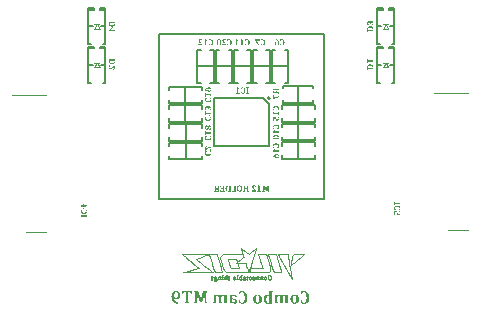
<source format=gbo>
G04*
G04 #@! TF.GenerationSoftware,Altium Limited,Altium Designer,19.0.11 (319)*
G04*
G04 Layer_Color=32896*
%FSLAX25Y25*%
%MOIN*%
G70*
G01*
G75*
%ADD11C,0.00394*%
%ADD12C,0.00787*%
%ADD13C,0.00252*%
%ADD14C,0.00118*%
%ADD15C,0.00591*%
G36*
X-16105Y-56950D02*
X-16512D01*
X-16538Y-56851D01*
X-16565Y-56759D01*
X-16578Y-56726D01*
X-16584Y-56700D01*
X-16591Y-56681D01*
Y-56674D01*
X-16611Y-56622D01*
X-16630Y-56576D01*
X-16650Y-56530D01*
X-16670Y-56497D01*
X-16683Y-56471D01*
X-16696Y-56451D01*
X-16709Y-56445D01*
Y-56438D01*
X-16768Y-56379D01*
X-16820Y-56340D01*
X-16860Y-56313D01*
X-16867Y-56307D01*
X-16873D01*
X-16912Y-56294D01*
X-16958Y-56280D01*
X-17050Y-56267D01*
X-17089Y-56261D01*
X-17385D01*
Y-59206D01*
Y-59298D01*
Y-59377D01*
X-17378Y-59403D01*
Y-59423D01*
Y-59436D01*
Y-59442D01*
X-17372Y-59508D01*
X-17352Y-59554D01*
X-17339Y-59587D01*
X-17332Y-59600D01*
X-17299Y-59639D01*
X-17267Y-59672D01*
X-17240Y-59692D01*
X-17234Y-59698D01*
X-17227D01*
X-17168Y-59718D01*
X-17103Y-59738D01*
X-17076Y-59744D01*
X-17050D01*
X-17037Y-59751D01*
X-17030D01*
Y-59941D01*
X-18657D01*
Y-59751D01*
X-18585Y-59738D01*
X-18539Y-59724D01*
X-18507Y-59718D01*
X-18493Y-59711D01*
X-18454Y-59692D01*
X-18428Y-59672D01*
X-18408Y-59659D01*
X-18402Y-59652D01*
X-18362Y-59600D01*
X-18349Y-59580D01*
X-18342Y-59574D01*
X-18329Y-59528D01*
X-18316Y-59488D01*
X-18310Y-59456D01*
Y-59442D01*
X-18303Y-59370D01*
Y-59291D01*
Y-59259D01*
Y-59232D01*
Y-59213D01*
Y-59206D01*
Y-56261D01*
X-18598D01*
X-18657Y-56267D01*
X-18697Y-56274D01*
X-18710D01*
X-18762Y-56287D01*
X-18802Y-56300D01*
X-18828Y-56307D01*
X-18835Y-56313D01*
X-18874Y-56333D01*
X-18900Y-56359D01*
X-18920Y-56379D01*
X-18926Y-56385D01*
X-18959Y-56425D01*
X-18985Y-56458D01*
X-19005Y-56484D01*
X-19012Y-56497D01*
X-19038Y-56549D01*
X-19064Y-56602D01*
X-19077Y-56641D01*
X-19084Y-56654D01*
Y-56661D01*
X-19097Y-56700D01*
X-19110Y-56746D01*
X-19143Y-56838D01*
X-19156Y-56884D01*
X-19169Y-56917D01*
X-19176Y-56943D01*
Y-56950D01*
X-19576D01*
Y-55920D01*
X-16105D01*
Y-56950D01*
D02*
G37*
G36*
X10823Y-55762D02*
Y-55953D01*
X10777Y-55966D01*
X10745Y-55979D01*
X10686Y-55998D01*
X10659Y-56011D01*
X10646Y-56018D01*
X10607Y-56038D01*
X10581Y-56064D01*
X10561Y-56084D01*
X10554Y-56090D01*
X10535Y-56130D01*
X10522Y-56176D01*
X10508Y-56208D01*
Y-56215D01*
Y-56221D01*
X10502Y-56287D01*
X10495Y-56346D01*
Y-56372D01*
Y-56392D01*
Y-56405D01*
Y-56412D01*
Y-56458D01*
X10489Y-56510D01*
Y-56615D01*
Y-56668D01*
Y-56707D01*
Y-56733D01*
Y-56740D01*
Y-59941D01*
X10108Y-59987D01*
X9892Y-59823D01*
X9741Y-59875D01*
X9597Y-59915D01*
X9452Y-59948D01*
X9321Y-59967D01*
X9210Y-59980D01*
X9157D01*
X9118Y-59987D01*
X9039D01*
X8882Y-59980D01*
X8731Y-59961D01*
X8606Y-59934D01*
X8495Y-59902D01*
X8403Y-59869D01*
X8337Y-59842D01*
X8317Y-59829D01*
X8298Y-59823D01*
X8291Y-59816D01*
X8285D01*
X8173Y-59744D01*
X8081Y-59665D01*
X8003Y-59580D01*
X7937Y-59495D01*
X7891Y-59423D01*
X7852Y-59357D01*
X7832Y-59318D01*
X7825Y-59311D01*
Y-59305D01*
X7773Y-59167D01*
X7734Y-59022D01*
X7707Y-58878D01*
X7688Y-58747D01*
X7675Y-58622D01*
Y-58577D01*
X7668Y-58530D01*
Y-58498D01*
Y-58465D01*
Y-58452D01*
Y-58445D01*
Y-58314D01*
X7681Y-58189D01*
X7694Y-58071D01*
X7707Y-57960D01*
X7727Y-57861D01*
X7753Y-57776D01*
X7773Y-57691D01*
X7799Y-57619D01*
X7825Y-57553D01*
X7845Y-57501D01*
X7871Y-57448D01*
X7891Y-57409D01*
X7904Y-57383D01*
X7917Y-57363D01*
X7930Y-57350D01*
Y-57343D01*
X7983Y-57278D01*
X8042Y-57218D01*
X8101Y-57173D01*
X8167Y-57127D01*
X8232Y-57087D01*
X8298Y-57061D01*
X8422Y-57015D01*
X8540Y-56989D01*
X8586Y-56982D01*
X8632Y-56976D01*
X8665Y-56969D01*
X8717D01*
X8842Y-56976D01*
X8895Y-56982D01*
X8941Y-56995D01*
X8980Y-57002D01*
X9013Y-57015D01*
X9032Y-57022D01*
X9039D01*
X9150Y-57068D01*
X9196Y-57087D01*
X9242Y-57114D01*
X9275Y-57133D01*
X9301Y-57153D01*
X9321Y-57160D01*
X9328Y-57166D01*
X9380Y-57199D01*
X9433Y-57238D01*
X9531Y-57323D01*
X9570Y-57356D01*
X9603Y-57389D01*
X9629Y-57409D01*
X9636Y-57415D01*
Y-57409D01*
Y-55723D01*
X9997D01*
X10823Y-55762D01*
D02*
G37*
G36*
X14110Y-56976D02*
X14189Y-56982D01*
X14267Y-57002D01*
X14333Y-57022D01*
X14392Y-57041D01*
X14431Y-57055D01*
X14458Y-57068D01*
X14471Y-57074D01*
X14549Y-57120D01*
X14635Y-57173D01*
X14713Y-57232D01*
X14786Y-57291D01*
X14851Y-57343D01*
X14904Y-57389D01*
X14936Y-57415D01*
X14950Y-57428D01*
X14989Y-57422D01*
X14943Y-56995D01*
X15310D01*
X16124Y-57015D01*
Y-57218D01*
X16071Y-57232D01*
X16032Y-57238D01*
X15999Y-57251D01*
X15973Y-57265D01*
X15953Y-57278D01*
X15940Y-57284D01*
X15927Y-57291D01*
X15888Y-57323D01*
X15861Y-57356D01*
X15848Y-57383D01*
X15842Y-57396D01*
X15822Y-57448D01*
X15809Y-57501D01*
X15802Y-57540D01*
Y-57553D01*
Y-57560D01*
Y-57606D01*
X15796Y-57652D01*
Y-57757D01*
Y-57809D01*
Y-57848D01*
Y-57875D01*
Y-57881D01*
Y-59095D01*
Y-59193D01*
Y-59272D01*
X15802Y-59344D01*
Y-59396D01*
X15809Y-59436D01*
Y-59462D01*
X15815Y-59475D01*
Y-59482D01*
X15835Y-59554D01*
X15861Y-59606D01*
X15881Y-59639D01*
X15888Y-59652D01*
X15914Y-59672D01*
X15940Y-59692D01*
X16006Y-59724D01*
X16038Y-59738D01*
X16058Y-59744D01*
X16078Y-59751D01*
X16084D01*
Y-59941D01*
X14668D01*
Y-59751D01*
X14713Y-59738D01*
X14753Y-59724D01*
X14786Y-59705D01*
X14812Y-59692D01*
X14845Y-59665D01*
X14858Y-59659D01*
X14890Y-59606D01*
X14910Y-59547D01*
X14923Y-59521D01*
Y-59501D01*
X14930Y-59488D01*
Y-59482D01*
X14936Y-59436D01*
Y-59377D01*
X14943Y-59246D01*
Y-59187D01*
Y-59141D01*
Y-59108D01*
Y-59095D01*
Y-57947D01*
X14936Y-57894D01*
X14930Y-57848D01*
X14904Y-57770D01*
X14890Y-57737D01*
X14877Y-57710D01*
X14864Y-57697D01*
Y-57691D01*
X14799Y-57606D01*
X14733Y-57547D01*
X14700Y-57527D01*
X14681Y-57514D01*
X14668Y-57501D01*
X14661D01*
X14576Y-57461D01*
X14503Y-57442D01*
X14471Y-57435D01*
X14372D01*
X14333Y-57442D01*
X14300Y-57448D01*
X14293Y-57455D01*
X14254Y-57474D01*
X14228Y-57494D01*
X14208Y-57507D01*
X14202Y-57514D01*
X14175Y-57547D01*
X14149Y-57579D01*
X14136Y-57606D01*
X14130Y-57619D01*
X14110Y-57665D01*
X14097Y-57710D01*
X14084Y-57750D01*
Y-57757D01*
Y-57763D01*
X14071Y-57829D01*
X14064Y-57901D01*
X14057Y-57934D01*
Y-57953D01*
Y-57973D01*
Y-57980D01*
X14051Y-58084D01*
Y-58189D01*
Y-58235D01*
Y-58268D01*
Y-58294D01*
Y-58301D01*
Y-59095D01*
Y-59193D01*
Y-59272D01*
X14057Y-59344D01*
Y-59396D01*
X14064Y-59436D01*
Y-59469D01*
X14071Y-59482D01*
Y-59488D01*
X14084Y-59561D01*
X14110Y-59613D01*
X14130Y-59646D01*
X14136Y-59659D01*
X14156Y-59679D01*
X14189Y-59698D01*
X14248Y-59724D01*
X14274Y-59738D01*
X14300Y-59744D01*
X14313Y-59751D01*
X14320D01*
Y-59941D01*
X12916D01*
Y-59751D01*
X12988Y-59724D01*
X13041Y-59705D01*
X13067Y-59685D01*
X13080Y-59679D01*
X13113Y-59639D01*
X13139Y-59606D01*
X13152Y-59580D01*
X13159Y-59567D01*
X13172Y-59514D01*
X13178Y-59456D01*
X13185Y-59416D01*
Y-59403D01*
Y-59396D01*
Y-59351D01*
X13192Y-59305D01*
Y-59206D01*
Y-59160D01*
Y-59127D01*
Y-59101D01*
Y-59095D01*
Y-58130D01*
Y-58071D01*
Y-58019D01*
Y-57973D01*
X13185Y-57940D01*
Y-57914D01*
Y-57894D01*
Y-57881D01*
X13172Y-57829D01*
X13159Y-57783D01*
X13152Y-57757D01*
X13146Y-57743D01*
X13119Y-57697D01*
X13093Y-57665D01*
X13073Y-57638D01*
X13067Y-57632D01*
X13027Y-57592D01*
X12995Y-57560D01*
X12968Y-57540D01*
X12955Y-57533D01*
X12909Y-57501D01*
X12864Y-57474D01*
X12837Y-57468D01*
X12824Y-57461D01*
X12772Y-57448D01*
X12726Y-57435D01*
X12680D01*
X12608Y-57442D01*
X12549Y-57455D01*
X12516Y-57468D01*
X12503Y-57474D01*
X12457Y-57514D01*
X12417Y-57560D01*
X12391Y-57599D01*
X12385Y-57606D01*
Y-57612D01*
X12365Y-57652D01*
X12352Y-57691D01*
X12325Y-57776D01*
X12319Y-57815D01*
Y-57848D01*
X12312Y-57868D01*
Y-57875D01*
X12306Y-57940D01*
X12299Y-58012D01*
Y-58084D01*
X12293Y-58150D01*
Y-58209D01*
Y-58255D01*
Y-58288D01*
Y-58301D01*
Y-59095D01*
Y-59193D01*
Y-59272D01*
X12299Y-59344D01*
Y-59396D01*
X12306Y-59436D01*
Y-59469D01*
X12312Y-59482D01*
Y-59488D01*
X12332Y-59561D01*
X12358Y-59613D01*
X12378Y-59646D01*
X12385Y-59659D01*
X12404Y-59679D01*
X12437Y-59698D01*
X12496Y-59724D01*
X12522Y-59738D01*
X12549Y-59744D01*
X12562Y-59751D01*
X12568D01*
Y-59941D01*
X11145D01*
Y-59751D01*
X11197Y-59738D01*
X11243Y-59718D01*
X11269Y-59711D01*
X11282Y-59705D01*
X11315Y-59679D01*
X11342Y-59659D01*
X11361Y-59639D01*
X11368Y-59633D01*
X11388Y-59593D01*
X11407Y-59561D01*
X11414Y-59534D01*
X11420Y-59521D01*
X11427Y-59462D01*
X11433Y-59403D01*
X11440Y-59377D01*
Y-59357D01*
Y-59344D01*
Y-59337D01*
Y-59252D01*
Y-59173D01*
Y-59141D01*
Y-59114D01*
Y-59101D01*
Y-59095D01*
Y-58012D01*
Y-57914D01*
X11446Y-57829D01*
X11453Y-57750D01*
X11460Y-57684D01*
X11473Y-57625D01*
X11479Y-57586D01*
X11486Y-57560D01*
Y-57553D01*
X11506Y-57481D01*
X11532Y-57415D01*
X11552Y-57363D01*
X11578Y-57317D01*
X11604Y-57278D01*
X11617Y-57251D01*
X11630Y-57232D01*
X11637Y-57225D01*
X11676Y-57179D01*
X11716Y-57140D01*
X11801Y-57081D01*
X11840Y-57061D01*
X11866Y-57048D01*
X11886Y-57035D01*
X11893D01*
X11952Y-57015D01*
X12017Y-56995D01*
X12083Y-56982D01*
X12142Y-56976D01*
X12194Y-56969D01*
X12280D01*
X12371Y-56976D01*
X12457Y-56989D01*
X12536Y-57002D01*
X12601Y-57022D01*
X12660Y-57048D01*
X12706Y-57061D01*
X12732Y-57074D01*
X12745Y-57081D01*
X12831Y-57127D01*
X12916Y-57192D01*
X13001Y-57251D01*
X13080Y-57317D01*
X13152Y-57376D01*
X13205Y-57428D01*
X13244Y-57461D01*
X13250Y-57468D01*
X13257Y-57474D01*
X13283Y-57409D01*
X13309Y-57356D01*
X13336Y-57304D01*
X13362Y-57265D01*
X13382Y-57232D01*
X13401Y-57212D01*
X13415Y-57199D01*
X13421Y-57192D01*
X13500Y-57120D01*
X13578Y-57068D01*
X13611Y-57048D01*
X13637Y-57035D01*
X13657Y-57028D01*
X13664D01*
X13723Y-57009D01*
X13782Y-56995D01*
X13841Y-56982D01*
X13900Y-56976D01*
X13946Y-56969D01*
X14025D01*
X14110Y-56976D01*
D02*
G37*
G36*
X-6311Y-56976D02*
X-6233Y-56982D01*
X-6154Y-57002D01*
X-6088Y-57022D01*
X-6029Y-57041D01*
X-5990Y-57055D01*
X-5964Y-57068D01*
X-5951Y-57074D01*
X-5872Y-57120D01*
X-5787Y-57173D01*
X-5708Y-57232D01*
X-5636Y-57291D01*
X-5570Y-57343D01*
X-5518Y-57389D01*
X-5485Y-57415D01*
X-5472Y-57428D01*
X-5432Y-57422D01*
X-5478Y-56995D01*
X-5111D01*
X-4298Y-57015D01*
Y-57218D01*
X-4350Y-57232D01*
X-4389Y-57238D01*
X-4422Y-57251D01*
X-4448Y-57265D01*
X-4468Y-57278D01*
X-4481Y-57284D01*
X-4494Y-57291D01*
X-4534Y-57323D01*
X-4560Y-57356D01*
X-4573Y-57383D01*
X-4580Y-57396D01*
X-4599Y-57448D01*
X-4612Y-57501D01*
X-4619Y-57540D01*
Y-57553D01*
Y-57560D01*
Y-57606D01*
X-4625Y-57652D01*
Y-57757D01*
Y-57809D01*
Y-57848D01*
Y-57875D01*
Y-57881D01*
Y-59095D01*
Y-59193D01*
Y-59272D01*
X-4619Y-59344D01*
Y-59396D01*
X-4612Y-59436D01*
Y-59462D01*
X-4606Y-59475D01*
Y-59482D01*
X-4586Y-59554D01*
X-4560Y-59606D01*
X-4540Y-59639D01*
X-4534Y-59652D01*
X-4507Y-59672D01*
X-4481Y-59692D01*
X-4416Y-59724D01*
X-4383Y-59738D01*
X-4363Y-59744D01*
X-4343Y-59751D01*
X-4337D01*
Y-59941D01*
X-5754Y-59941D01*
Y-59751D01*
X-5708Y-59738D01*
X-5669Y-59724D01*
X-5636Y-59705D01*
X-5610Y-59692D01*
X-5577Y-59665D01*
X-5564Y-59659D01*
X-5531Y-59606D01*
X-5511Y-59547D01*
X-5498Y-59521D01*
Y-59501D01*
X-5491Y-59488D01*
Y-59482D01*
X-5485Y-59436D01*
Y-59377D01*
X-5478Y-59246D01*
Y-59187D01*
Y-59141D01*
Y-59108D01*
Y-59095D01*
Y-57947D01*
X-5485Y-57894D01*
X-5491Y-57848D01*
X-5518Y-57770D01*
X-5531Y-57737D01*
X-5544Y-57710D01*
X-5557Y-57697D01*
Y-57691D01*
X-5623Y-57606D01*
X-5688Y-57547D01*
X-5721Y-57527D01*
X-5741Y-57514D01*
X-5754Y-57501D01*
X-5760D01*
X-5846Y-57461D01*
X-5918Y-57442D01*
X-5951Y-57435D01*
X-6049D01*
X-6088Y-57442D01*
X-6121Y-57448D01*
X-6128Y-57455D01*
X-6167Y-57474D01*
X-6193Y-57494D01*
X-6213Y-57507D01*
X-6220Y-57514D01*
X-6246Y-57547D01*
X-6272Y-57579D01*
X-6285Y-57606D01*
X-6292Y-57619D01*
X-6311Y-57665D01*
X-6324Y-57711D01*
X-6338Y-57750D01*
Y-57757D01*
Y-57763D01*
X-6351Y-57829D01*
X-6357Y-57901D01*
X-6364Y-57934D01*
Y-57953D01*
Y-57973D01*
Y-57980D01*
X-6370Y-58084D01*
Y-58189D01*
Y-58235D01*
Y-58268D01*
Y-58294D01*
Y-58301D01*
Y-59095D01*
Y-59193D01*
Y-59272D01*
X-6364Y-59344D01*
Y-59396D01*
X-6357Y-59436D01*
Y-59469D01*
X-6351Y-59482D01*
Y-59488D01*
X-6338Y-59561D01*
X-6311Y-59613D01*
X-6292Y-59646D01*
X-6285Y-59659D01*
X-6266Y-59679D01*
X-6233Y-59698D01*
X-6174Y-59724D01*
X-6147Y-59738D01*
X-6121Y-59744D01*
X-6108Y-59751D01*
X-6101D01*
Y-59941D01*
X-7505D01*
Y-59751D01*
X-7433Y-59724D01*
X-7381Y-59705D01*
X-7354Y-59685D01*
X-7341Y-59679D01*
X-7309Y-59639D01*
X-7282Y-59606D01*
X-7269Y-59580D01*
X-7263Y-59567D01*
X-7249Y-59514D01*
X-7243Y-59456D01*
X-7236Y-59416D01*
Y-59403D01*
Y-59396D01*
Y-59351D01*
X-7230Y-59305D01*
Y-59206D01*
Y-59160D01*
Y-59127D01*
Y-59101D01*
Y-59095D01*
Y-58130D01*
Y-58071D01*
Y-58019D01*
Y-57973D01*
X-7236Y-57940D01*
Y-57914D01*
Y-57894D01*
Y-57881D01*
X-7249Y-57829D01*
X-7263Y-57783D01*
X-7269Y-57757D01*
X-7276Y-57743D01*
X-7302Y-57697D01*
X-7328Y-57665D01*
X-7348Y-57638D01*
X-7354Y-57632D01*
X-7394Y-57592D01*
X-7427Y-57560D01*
X-7453Y-57540D01*
X-7466Y-57533D01*
X-7512Y-57501D01*
X-7558Y-57474D01*
X-7584Y-57468D01*
X-7597Y-57461D01*
X-7650Y-57448D01*
X-7696Y-57435D01*
X-7741D01*
X-7814Y-57442D01*
X-7873Y-57455D01*
X-7905Y-57468D01*
X-7919Y-57474D01*
X-7965Y-57514D01*
X-8004Y-57560D01*
X-8030Y-57599D01*
X-8037Y-57606D01*
Y-57612D01*
X-8056Y-57652D01*
X-8070Y-57691D01*
X-8096Y-57776D01*
X-8102Y-57815D01*
Y-57848D01*
X-8109Y-57868D01*
Y-57875D01*
X-8115Y-57940D01*
X-8122Y-58012D01*
Y-58084D01*
X-8128Y-58150D01*
Y-58209D01*
Y-58255D01*
Y-58288D01*
Y-58301D01*
Y-59095D01*
Y-59193D01*
Y-59272D01*
X-8122Y-59344D01*
Y-59396D01*
X-8115Y-59436D01*
Y-59469D01*
X-8109Y-59482D01*
Y-59488D01*
X-8089Y-59561D01*
X-8063Y-59613D01*
X-8043Y-59646D01*
X-8037Y-59659D01*
X-8017Y-59679D01*
X-7984Y-59698D01*
X-7925Y-59724D01*
X-7899Y-59738D01*
X-7873Y-59744D01*
X-7860Y-59751D01*
X-7853D01*
Y-59941D01*
X-9277D01*
Y-59751D01*
X-9224Y-59738D01*
X-9178Y-59718D01*
X-9152Y-59711D01*
X-9139Y-59705D01*
X-9106Y-59679D01*
X-9080Y-59659D01*
X-9060Y-59639D01*
X-9053Y-59633D01*
X-9034Y-59593D01*
X-9014Y-59561D01*
X-9008Y-59534D01*
X-9001Y-59521D01*
X-8995Y-59462D01*
X-8988Y-59403D01*
X-8981Y-59377D01*
Y-59357D01*
Y-59344D01*
Y-59337D01*
Y-59252D01*
Y-59173D01*
Y-59141D01*
Y-59114D01*
Y-59101D01*
Y-59095D01*
Y-58012D01*
Y-57914D01*
X-8975Y-57829D01*
X-8968Y-57750D01*
X-8962Y-57684D01*
X-8948Y-57625D01*
X-8942Y-57586D01*
X-8935Y-57560D01*
Y-57553D01*
X-8916Y-57481D01*
X-8890Y-57415D01*
X-8870Y-57363D01*
X-8844Y-57317D01*
X-8817Y-57278D01*
X-8804Y-57251D01*
X-8791Y-57232D01*
X-8784Y-57225D01*
X-8745Y-57179D01*
X-8706Y-57140D01*
X-8620Y-57081D01*
X-8581Y-57061D01*
X-8555Y-57048D01*
X-8535Y-57035D01*
X-8529D01*
X-8470Y-57015D01*
X-8404Y-56995D01*
X-8338Y-56982D01*
X-8279Y-56976D01*
X-8227Y-56969D01*
X-8142D01*
X-8050Y-56976D01*
X-7965Y-56989D01*
X-7886Y-57002D01*
X-7820Y-57022D01*
X-7761Y-57048D01*
X-7715Y-57061D01*
X-7689Y-57074D01*
X-7676Y-57081D01*
X-7591Y-57127D01*
X-7505Y-57192D01*
X-7420Y-57251D01*
X-7341Y-57317D01*
X-7269Y-57376D01*
X-7217Y-57428D01*
X-7177Y-57461D01*
X-7171Y-57468D01*
X-7164Y-57474D01*
X-7138Y-57409D01*
X-7112Y-57356D01*
X-7085Y-57304D01*
X-7059Y-57265D01*
X-7040Y-57232D01*
X-7020Y-57212D01*
X-7007Y-57199D01*
X-7000Y-57192D01*
X-6921Y-57120D01*
X-6843Y-57068D01*
X-6810Y-57048D01*
X-6784Y-57035D01*
X-6764Y-57028D01*
X-6758D01*
X-6698Y-57009D01*
X-6639Y-56995D01*
X-6580Y-56982D01*
X-6521Y-56976D01*
X-6475Y-56969D01*
X-6397D01*
X-6311Y-56976D01*
D02*
G37*
G36*
X-2454Y-56976D02*
X-2408D01*
X-2375Y-56982D01*
X-2349D01*
X-2330Y-56989D01*
X-2323D01*
X-2218Y-57009D01*
X-2113Y-57028D01*
X-2074Y-57041D01*
X-2041Y-57048D01*
X-2015Y-57055D01*
X-2008D01*
X-1883Y-57087D01*
X-1824Y-57107D01*
X-1765Y-57120D01*
X-1719Y-57133D01*
X-1687Y-57146D01*
X-1660Y-57160D01*
X-1654D01*
X-1582Y-57186D01*
X-1510Y-57212D01*
X-1431Y-57245D01*
X-1359Y-57271D01*
X-1300Y-57297D01*
X-1247Y-57323D01*
X-1214Y-57337D01*
X-1201Y-57343D01*
Y-57881D01*
X-1759D01*
X-1778Y-57796D01*
X-1792Y-57724D01*
X-1811Y-57658D01*
X-1831Y-57606D01*
X-1851Y-57566D01*
X-1864Y-57540D01*
X-1877Y-57520D01*
Y-57514D01*
X-1910Y-57468D01*
X-1942Y-57428D01*
X-1975Y-57402D01*
X-2001Y-57376D01*
X-2028Y-57356D01*
X-2041Y-57343D01*
X-2054Y-57337D01*
X-2060D01*
X-2139Y-57310D01*
X-2211Y-57297D01*
X-2244Y-57291D01*
X-2290D01*
X-2389Y-57297D01*
X-2461Y-57317D01*
X-2487Y-57330D01*
X-2507Y-57343D01*
X-2520Y-57350D01*
X-2526D01*
X-2559Y-57376D01*
X-2592Y-57409D01*
X-2644Y-57474D01*
X-2657Y-57507D01*
X-2671Y-57533D01*
X-2684Y-57553D01*
Y-57560D01*
X-2703Y-57619D01*
X-2723Y-57691D01*
X-2736Y-57757D01*
X-2743Y-57829D01*
X-2749Y-57888D01*
Y-57934D01*
Y-57966D01*
Y-57980D01*
Y-58262D01*
X-2592Y-58275D01*
X-2441Y-58294D01*
X-2303Y-58314D01*
X-2179Y-58340D01*
X-2060Y-58367D01*
X-1956Y-58393D01*
X-1857Y-58419D01*
X-1772Y-58445D01*
X-1700Y-58472D01*
X-1634Y-58491D01*
X-1575Y-58517D01*
X-1529Y-58537D01*
X-1496Y-58550D01*
X-1470Y-58563D01*
X-1457Y-58577D01*
X-1450D01*
X-1378Y-58622D01*
X-1313Y-58675D01*
X-1254Y-58734D01*
X-1201Y-58786D01*
X-1162Y-58845D01*
X-1129Y-58904D01*
X-1077Y-59009D01*
X-1044Y-59108D01*
X-1031Y-59187D01*
X-1024Y-59219D01*
Y-59239D01*
Y-59252D01*
Y-59259D01*
X-1031Y-59337D01*
X-1037Y-59410D01*
X-1057Y-59475D01*
X-1077Y-59528D01*
X-1090Y-59574D01*
X-1109Y-59613D01*
X-1116Y-59633D01*
X-1123Y-59639D01*
X-1162Y-59698D01*
X-1208Y-59751D01*
X-1254Y-59790D01*
X-1300Y-59829D01*
X-1339Y-59856D01*
X-1372Y-59875D01*
X-1398Y-59888D01*
X-1405Y-59895D01*
X-1477Y-59928D01*
X-1555Y-59948D01*
X-1628Y-59967D01*
X-1700Y-59974D01*
X-1759Y-59980D01*
X-1805Y-59987D01*
X-1851D01*
X-1942Y-59980D01*
X-2034Y-59967D01*
X-2113Y-59954D01*
X-2185Y-59934D01*
X-2244Y-59915D01*
X-2290Y-59895D01*
X-2316Y-59888D01*
X-2330Y-59882D01*
X-2415Y-59836D01*
X-2500Y-59784D01*
X-2579Y-59724D01*
X-2651Y-59672D01*
X-2710Y-59619D01*
X-2763Y-59580D01*
X-2789Y-59554D01*
X-2802Y-59541D01*
X-2848Y-59561D01*
X-2822Y-59941D01*
X-3917D01*
Y-59751D01*
X-3878Y-59738D01*
X-3845Y-59731D01*
X-3792Y-59711D01*
X-3760Y-59705D01*
X-3753Y-59698D01*
X-3727Y-59685D01*
X-3700Y-59665D01*
X-3687Y-59659D01*
X-3681Y-59652D01*
X-3661Y-59626D01*
X-3648Y-59600D01*
X-3641Y-59574D01*
X-3635Y-59567D01*
X-3622Y-59521D01*
X-3615Y-59469D01*
X-3609Y-59429D01*
Y-59416D01*
Y-59410D01*
Y-59364D01*
X-3602Y-59318D01*
Y-59219D01*
Y-59173D01*
Y-59141D01*
Y-59114D01*
Y-59108D01*
Y-57960D01*
X-3596Y-57829D01*
X-3582Y-57710D01*
X-3569Y-57612D01*
X-3550Y-57527D01*
X-3523Y-57461D01*
X-3510Y-57415D01*
X-3497Y-57383D01*
X-3491Y-57376D01*
X-3445Y-57297D01*
X-3399Y-57238D01*
X-3340Y-57186D01*
X-3294Y-57140D01*
X-3241Y-57107D01*
X-3202Y-57087D01*
X-3176Y-57074D01*
X-3169Y-57068D01*
X-3084Y-57035D01*
X-2992Y-57009D01*
X-2900Y-56995D01*
X-2808Y-56982D01*
X-2730Y-56976D01*
X-2664Y-56969D01*
X-2500D01*
X-2454Y-56976D01*
D02*
G37*
G36*
X-11067Y-56110D02*
X-11126Y-56130D01*
X-11172Y-56149D01*
X-11212Y-56169D01*
X-11244Y-56182D01*
X-11264Y-56195D01*
X-11277Y-56208D01*
X-11290Y-56215D01*
X-11330Y-56261D01*
X-11349Y-56300D01*
X-11363Y-56340D01*
Y-56346D01*
Y-56353D01*
X-11369Y-56385D01*
X-11376Y-56431D01*
X-11382Y-56530D01*
Y-56582D01*
Y-56615D01*
Y-56641D01*
Y-56654D01*
Y-59206D01*
Y-59305D01*
Y-59344D01*
Y-59377D01*
X-11376Y-59403D01*
Y-59423D01*
Y-59436D01*
Y-59442D01*
X-11369Y-59501D01*
X-11356Y-59554D01*
X-11343Y-59580D01*
X-11336Y-59593D01*
X-11310Y-59633D01*
X-11277Y-59659D01*
X-11251Y-59679D01*
X-11238Y-59685D01*
X-11186Y-59711D01*
X-11133Y-59731D01*
X-11107Y-59738D01*
X-11087Y-59744D01*
X-11074Y-59751D01*
X-11067D01*
Y-59941D01*
X-12183D01*
Y-59751D01*
X-12130Y-59738D01*
X-12084Y-59718D01*
X-12045Y-59705D01*
X-12019Y-59692D01*
X-11992Y-59679D01*
X-11979Y-59665D01*
X-11973Y-59659D01*
X-11966D01*
X-11927Y-59613D01*
X-11907Y-59567D01*
X-11894Y-59528D01*
X-11887Y-59521D01*
Y-59514D01*
X-11881Y-59475D01*
X-11874Y-59429D01*
X-11868Y-59331D01*
Y-59285D01*
Y-59246D01*
Y-59219D01*
Y-59213D01*
Y-57855D01*
Y-57612D01*
X-11861Y-57389D01*
Y-57291D01*
X-11855Y-57192D01*
Y-57107D01*
Y-57028D01*
X-11848Y-56956D01*
Y-56890D01*
X-11841Y-56832D01*
Y-56786D01*
X-11835Y-56746D01*
Y-56720D01*
Y-56707D01*
Y-56700D01*
X-11887D01*
X-11933Y-56851D01*
X-11953Y-56917D01*
X-11973Y-56982D01*
X-11992Y-57035D01*
X-12005Y-57074D01*
X-12019Y-57100D01*
Y-57107D01*
X-12852Y-59501D01*
X-13370D01*
X-14164Y-57369D01*
X-14203Y-57265D01*
X-14229Y-57179D01*
X-14256Y-57114D01*
X-14275Y-57055D01*
X-14288Y-57015D01*
X-14301Y-56982D01*
X-14308Y-56969D01*
Y-56963D01*
X-14334Y-56877D01*
X-14360Y-56805D01*
X-14374Y-56779D01*
X-14380Y-56753D01*
X-14387Y-56740D01*
Y-56733D01*
X-14446D01*
Y-56792D01*
X-14439Y-56858D01*
X-14433Y-57009D01*
Y-57081D01*
X-14426Y-57140D01*
Y-57179D01*
Y-57186D01*
Y-57192D01*
Y-57310D01*
X-14420Y-57415D01*
Y-57514D01*
Y-57592D01*
Y-57665D01*
Y-57711D01*
Y-57743D01*
Y-57757D01*
Y-59200D01*
Y-59272D01*
Y-59331D01*
X-14413Y-59383D01*
Y-59423D01*
Y-59449D01*
X-14406Y-59469D01*
Y-59482D01*
Y-59488D01*
X-14393Y-59547D01*
X-14380Y-59587D01*
X-14374Y-59613D01*
X-14367Y-59619D01*
X-14341Y-59646D01*
X-14321Y-59665D01*
X-14295Y-59679D01*
X-14288Y-59685D01*
X-14269Y-59698D01*
X-14236Y-59705D01*
X-14183Y-59724D01*
X-14151Y-59738D01*
X-14131Y-59744D01*
X-14118Y-59751D01*
X-14111D01*
Y-59941D01*
X-15620D01*
Y-59751D01*
X-15561Y-59731D01*
X-15515Y-59718D01*
X-15476Y-59698D01*
X-15450Y-59685D01*
X-15423Y-59672D01*
X-15410Y-59659D01*
X-15397Y-59652D01*
X-15364Y-59600D01*
X-15345Y-59547D01*
X-15331Y-59508D01*
X-15325Y-59495D01*
Y-59488D01*
X-15318Y-59449D01*
Y-59396D01*
X-15312Y-59305D01*
Y-59265D01*
Y-59232D01*
Y-59213D01*
Y-59206D01*
Y-56654D01*
Y-56576D01*
X-15318Y-56510D01*
Y-56458D01*
X-15325Y-56418D01*
Y-56385D01*
X-15331Y-56366D01*
Y-56353D01*
Y-56346D01*
X-15351Y-56287D01*
X-15377Y-56248D01*
X-15397Y-56215D01*
X-15404Y-56208D01*
X-15430Y-56189D01*
X-15463Y-56169D01*
X-15535Y-56136D01*
X-15568Y-56130D01*
X-15594Y-56116D01*
X-15613Y-56110D01*
X-15620D01*
Y-55920D01*
X-14236D01*
X-13350Y-58340D01*
X-12537Y-55920D01*
X-11067D01*
Y-56110D01*
D02*
G37*
G36*
X-21413Y-55874D02*
X-21255Y-55893D01*
X-21117Y-55920D01*
X-20999Y-55953D01*
X-20901Y-55985D01*
X-20862Y-55998D01*
X-20822Y-56011D01*
X-20796Y-56025D01*
X-20776Y-56031D01*
X-20770Y-56038D01*
X-20763D01*
X-20645Y-56103D01*
X-20534Y-56182D01*
X-20448Y-56261D01*
X-20369Y-56333D01*
X-20311Y-56405D01*
X-20265Y-56458D01*
X-20238Y-56497D01*
X-20232Y-56503D01*
Y-56510D01*
X-20173Y-56628D01*
X-20127Y-56753D01*
X-20094Y-56864D01*
X-20074Y-56976D01*
X-20061Y-57074D01*
X-20048Y-57146D01*
Y-57173D01*
Y-57192D01*
Y-57205D01*
Y-57212D01*
X-20055Y-57343D01*
X-20068Y-57461D01*
X-20087Y-57566D01*
X-20107Y-57658D01*
X-20127Y-57730D01*
X-20146Y-57789D01*
X-20160Y-57822D01*
X-20166Y-57835D01*
X-20219Y-57927D01*
X-20278Y-58012D01*
X-20337Y-58078D01*
X-20396Y-58137D01*
X-20448Y-58189D01*
X-20494Y-58222D01*
X-20520Y-58242D01*
X-20534Y-58249D01*
X-20632Y-58301D01*
X-20730Y-58334D01*
X-20829Y-58360D01*
X-20921Y-58380D01*
X-20999Y-58393D01*
X-21065Y-58399D01*
X-21124D01*
X-21235Y-58393D01*
X-21334Y-58386D01*
X-21426Y-58373D01*
X-21504Y-58360D01*
X-21563Y-58347D01*
X-21609Y-58340D01*
X-21642Y-58327D01*
X-21649D01*
X-21734Y-58294D01*
X-21813Y-58262D01*
X-21891Y-58222D01*
X-21957Y-58183D01*
X-22016Y-58150D01*
X-22062Y-58124D01*
X-22088Y-58104D01*
X-22101Y-58098D01*
X-22128Y-58111D01*
X-22101Y-58275D01*
X-22088Y-58353D01*
X-22082Y-58419D01*
X-22069Y-58478D01*
X-22055Y-58517D01*
X-22049Y-58544D01*
Y-58557D01*
X-22003Y-58708D01*
X-21977Y-58773D01*
X-21957Y-58826D01*
X-21931Y-58878D01*
X-21918Y-58911D01*
X-21904Y-58937D01*
X-21898Y-58944D01*
X-21826Y-59069D01*
X-21780Y-59121D01*
X-21747Y-59173D01*
X-21714Y-59213D01*
X-21688Y-59239D01*
X-21668Y-59259D01*
X-21662Y-59265D01*
X-21570Y-59344D01*
X-21485Y-59403D01*
X-21452Y-59423D01*
X-21419Y-59442D01*
X-21399Y-59449D01*
X-21393Y-59456D01*
X-21281Y-59508D01*
X-21222Y-59528D01*
X-21176Y-59541D01*
X-21130Y-59554D01*
X-21098Y-59561D01*
X-21078Y-59567D01*
X-21071D01*
X-20960Y-59587D01*
X-20901Y-59593D01*
X-20848Y-59600D01*
X-20802D01*
X-20770Y-59606D01*
X-20737D01*
Y-59816D01*
X-20888Y-59987D01*
X-21130Y-59961D01*
X-21360Y-59915D01*
X-21458Y-59888D01*
X-21557Y-59856D01*
X-21642Y-59829D01*
X-21727Y-59797D01*
X-21800Y-59770D01*
X-21859Y-59744D01*
X-21918Y-59718D01*
X-21964Y-59692D01*
X-22003Y-59672D01*
X-22029Y-59659D01*
X-22042Y-59646D01*
X-22049D01*
X-22219Y-59521D01*
X-22364Y-59390D01*
X-22488Y-59252D01*
X-22593Y-59114D01*
X-22672Y-58996D01*
X-22705Y-58944D01*
X-22731Y-58898D01*
X-22751Y-58865D01*
X-22764Y-58839D01*
X-22777Y-58819D01*
Y-58813D01*
X-22862Y-58603D01*
X-22928Y-58386D01*
X-22974Y-58176D01*
X-23000Y-57980D01*
X-23013Y-57888D01*
X-23020Y-57802D01*
X-23026Y-57730D01*
Y-57665D01*
X-23033Y-57612D01*
Y-57573D01*
Y-57547D01*
Y-57540D01*
X-23026Y-57350D01*
X-23007Y-57173D01*
X-22980Y-57022D01*
X-22954Y-56890D01*
X-22934Y-56832D01*
X-22921Y-56779D01*
X-22908Y-56740D01*
X-22895Y-56700D01*
X-22882Y-56674D01*
X-22875Y-56654D01*
X-22869Y-56641D01*
Y-56635D01*
X-22803Y-56503D01*
X-22725Y-56385D01*
X-22646Y-56287D01*
X-22567Y-56208D01*
X-22495Y-56143D01*
X-22436Y-56103D01*
X-22397Y-56071D01*
X-22390Y-56064D01*
X-22383D01*
X-22252Y-55998D01*
X-22121Y-55953D01*
X-21983Y-55913D01*
X-21859Y-55893D01*
X-21747Y-55880D01*
X-21701Y-55874D01*
X-21662Y-55867D01*
X-21583D01*
X-21413Y-55874D01*
D02*
G37*
G36*
X21280Y-55880D02*
X21477Y-55906D01*
X21647Y-55953D01*
X21726Y-55972D01*
X21792Y-55998D01*
X21857Y-56025D01*
X21916Y-56044D01*
X21962Y-56071D01*
X22002Y-56090D01*
X22034Y-56103D01*
X22061Y-56116D01*
X22074Y-56130D01*
X22080D01*
X22231Y-56235D01*
X22356Y-56353D01*
X22467Y-56471D01*
X22553Y-56589D01*
X22625Y-56694D01*
X22651Y-56740D01*
X22677Y-56779D01*
X22697Y-56812D01*
X22704Y-56838D01*
X22717Y-56851D01*
Y-56858D01*
X22789Y-57041D01*
X22841Y-57232D01*
X22881Y-57415D01*
X22907Y-57592D01*
X22913Y-57671D01*
X22920Y-57743D01*
X22927Y-57809D01*
Y-57868D01*
X22933Y-57907D01*
Y-57947D01*
Y-57966D01*
Y-57973D01*
X22927Y-58216D01*
X22913Y-58327D01*
X22907Y-58439D01*
X22887Y-58537D01*
X22874Y-58629D01*
X22861Y-58714D01*
X22841Y-58793D01*
X22821Y-58865D01*
X22808Y-58924D01*
X22789Y-58977D01*
X22776Y-59022D01*
X22769Y-59055D01*
X22756Y-59082D01*
X22749Y-59095D01*
Y-59101D01*
X22671Y-59259D01*
X22585Y-59396D01*
X22487Y-59508D01*
X22395Y-59600D01*
X22310Y-59679D01*
X22244Y-59731D01*
X22218Y-59744D01*
X22198Y-59757D01*
X22185Y-59770D01*
X22179D01*
X22021Y-59842D01*
X21857Y-59895D01*
X21693Y-59934D01*
X21529Y-59961D01*
X21457Y-59967D01*
X21392Y-59974D01*
X21332Y-59980D01*
X21280D01*
X21234Y-59987D01*
X21070D01*
X20965Y-59980D01*
X20873Y-59974D01*
X20788Y-59967D01*
X20716D01*
X20663Y-59961D01*
X20630Y-59954D01*
X20617D01*
X20414Y-59921D01*
X20309Y-59902D01*
X20224Y-59888D01*
X20145Y-59869D01*
X20079Y-59856D01*
X20040Y-59842D01*
X20027D01*
Y-58950D01*
X20427D01*
X20447Y-59042D01*
X20473Y-59127D01*
X20499Y-59193D01*
X20519Y-59252D01*
X20539Y-59298D01*
X20558Y-59331D01*
X20565Y-59351D01*
X20572Y-59357D01*
X20604Y-59410D01*
X20637Y-59449D01*
X20676Y-59488D01*
X20709Y-59521D01*
X20742Y-59541D01*
X20762Y-59561D01*
X20781Y-59567D01*
X20788Y-59574D01*
X20840Y-59600D01*
X20899Y-59613D01*
X21011Y-59639D01*
X21057D01*
X21096Y-59646D01*
X21136D01*
X21214Y-59639D01*
X21286Y-59626D01*
X21352Y-59606D01*
X21418Y-59580D01*
X21529Y-59514D01*
X21614Y-59436D01*
X21687Y-59357D01*
X21739Y-59291D01*
X21752Y-59265D01*
X21765Y-59246D01*
X21779Y-59232D01*
Y-59226D01*
X21818Y-59141D01*
X21851Y-59049D01*
X21903Y-58852D01*
X21942Y-58649D01*
X21969Y-58445D01*
X21975Y-58353D01*
X21982Y-58268D01*
X21988Y-58189D01*
Y-58117D01*
X21995Y-58065D01*
Y-58019D01*
Y-57993D01*
Y-57986D01*
Y-57829D01*
X21982Y-57678D01*
X21975Y-57540D01*
X21956Y-57409D01*
X21942Y-57291D01*
X21923Y-57179D01*
X21897Y-57081D01*
X21877Y-56995D01*
X21857Y-56917D01*
X21831Y-56851D01*
X21811Y-56792D01*
X21798Y-56746D01*
X21779Y-56707D01*
X21772Y-56681D01*
X21759Y-56668D01*
Y-56661D01*
X21713Y-56582D01*
X21660Y-56517D01*
X21601Y-56451D01*
X21542Y-56405D01*
X21490Y-56359D01*
X21431Y-56326D01*
X21313Y-56267D01*
X21208Y-56241D01*
X21168Y-56228D01*
X21129Y-56221D01*
X21096Y-56215D01*
X21050D01*
X20958Y-56221D01*
X20880Y-56241D01*
X20814Y-56267D01*
X20755Y-56294D01*
X20709Y-56320D01*
X20676Y-56346D01*
X20657Y-56366D01*
X20650Y-56372D01*
X20598Y-56438D01*
X20552Y-56517D01*
X20512Y-56595D01*
X20480Y-56674D01*
X20460Y-56753D01*
X20440Y-56812D01*
X20427Y-56851D01*
Y-56858D01*
Y-56864D01*
X20027D01*
Y-56011D01*
X20125Y-55985D01*
X20217Y-55959D01*
X20302Y-55939D01*
X20375Y-55926D01*
X20440Y-55913D01*
X20493Y-55906D01*
X20519Y-55900D01*
X20532D01*
X20716Y-55880D01*
X20808Y-55874D01*
X20893D01*
X20965Y-55867D01*
X21070D01*
X21280Y-55880D01*
D02*
G37*
G36*
X655D02*
X852Y-55906D01*
X1023Y-55953D01*
X1101Y-55972D01*
X1167Y-55998D01*
X1233Y-56025D01*
X1292Y-56044D01*
X1338Y-56071D01*
X1377Y-56090D01*
X1410Y-56103D01*
X1436Y-56116D01*
X1449Y-56130D01*
X1456D01*
X1606Y-56235D01*
X1731Y-56353D01*
X1843Y-56471D01*
X1928Y-56589D01*
X2000Y-56694D01*
X2026Y-56740D01*
X2053Y-56779D01*
X2072Y-56812D01*
X2079Y-56838D01*
X2092Y-56851D01*
Y-56858D01*
X2164Y-57041D01*
X2217Y-57232D01*
X2256Y-57415D01*
X2282Y-57592D01*
X2289Y-57671D01*
X2295Y-57743D01*
X2302Y-57809D01*
Y-57868D01*
X2308Y-57907D01*
Y-57947D01*
Y-57966D01*
Y-57973D01*
X2302Y-58216D01*
X2289Y-58327D01*
X2282Y-58439D01*
X2262Y-58537D01*
X2249Y-58629D01*
X2236Y-58714D01*
X2217Y-58793D01*
X2197Y-58865D01*
X2184Y-58924D01*
X2164Y-58977D01*
X2151Y-59022D01*
X2144Y-59055D01*
X2131Y-59082D01*
X2125Y-59095D01*
Y-59101D01*
X2046Y-59259D01*
X1961Y-59396D01*
X1862Y-59508D01*
X1770Y-59600D01*
X1685Y-59679D01*
X1620Y-59731D01*
X1593Y-59744D01*
X1574Y-59757D01*
X1561Y-59770D01*
X1554D01*
X1397Y-59842D01*
X1233Y-59895D01*
X1069Y-59934D01*
X905Y-59961D01*
X832Y-59967D01*
X767Y-59974D01*
X708Y-59980D01*
X655D01*
X609Y-59987D01*
X445D01*
X340Y-59980D01*
X249Y-59974D01*
X163Y-59967D01*
X91D01*
X39Y-59961D01*
X6Y-59954D01*
X-7D01*
X-211Y-59921D01*
X-316Y-59902D01*
X-401Y-59888D01*
X-480Y-59869D01*
X-545Y-59856D01*
X-585Y-59842D01*
X-598D01*
Y-58950D01*
X-197D01*
X-178Y-59042D01*
X-152Y-59127D01*
X-125Y-59193D01*
X-106Y-59252D01*
X-86Y-59298D01*
X-66Y-59331D01*
X-60Y-59351D01*
X-53Y-59357D01*
X-20Y-59410D01*
X12Y-59449D01*
X52Y-59488D01*
X85Y-59521D01*
X117Y-59541D01*
X137Y-59561D01*
X157Y-59567D01*
X163Y-59574D01*
X216Y-59600D01*
X275Y-59613D01*
X386Y-59639D01*
X432D01*
X472Y-59646D01*
X511D01*
X590Y-59639D01*
X662Y-59626D01*
X728Y-59606D01*
X793Y-59580D01*
X905Y-59514D01*
X990Y-59436D01*
X1062Y-59357D01*
X1115Y-59291D01*
X1128Y-59265D01*
X1141Y-59246D01*
X1154Y-59232D01*
Y-59226D01*
X1193Y-59141D01*
X1226Y-59049D01*
X1278Y-58852D01*
X1318Y-58649D01*
X1344Y-58445D01*
X1351Y-58353D01*
X1357Y-58268D01*
X1364Y-58189D01*
Y-58117D01*
X1370Y-58065D01*
Y-58019D01*
Y-57993D01*
Y-57986D01*
Y-57829D01*
X1357Y-57678D01*
X1351Y-57540D01*
X1331Y-57409D01*
X1318Y-57291D01*
X1298Y-57179D01*
X1272Y-57081D01*
X1252Y-56995D01*
X1233Y-56917D01*
X1206Y-56851D01*
X1187Y-56792D01*
X1174Y-56746D01*
X1154Y-56707D01*
X1147Y-56681D01*
X1134Y-56668D01*
Y-56661D01*
X1088Y-56582D01*
X1036Y-56517D01*
X977Y-56451D01*
X918Y-56405D01*
X865Y-56359D01*
X806Y-56326D01*
X688Y-56267D01*
X583Y-56241D01*
X544Y-56228D01*
X504Y-56221D01*
X472Y-56215D01*
X426D01*
X334Y-56221D01*
X255Y-56241D01*
X190Y-56267D01*
X131Y-56294D01*
X85Y-56320D01*
X52Y-56346D01*
X32Y-56366D01*
X26Y-56372D01*
X-27Y-56438D01*
X-73Y-56517D01*
X-112Y-56595D01*
X-145Y-56674D01*
X-165Y-56753D01*
X-184Y-56812D01*
X-197Y-56851D01*
Y-56858D01*
Y-56864D01*
X-598D01*
Y-56011D01*
X-499Y-55985D01*
X-407Y-55959D01*
X-322Y-55939D01*
X-250Y-55926D01*
X-184Y-55913D01*
X-132Y-55906D01*
X-106Y-55900D01*
X-93D01*
X91Y-55880D01*
X183Y-55874D01*
X268D01*
X340Y-55867D01*
X445D01*
X655Y-55880D01*
D02*
G37*
G36*
X18164Y-56976D02*
X18269Y-56982D01*
X18367Y-56995D01*
X18453Y-57015D01*
X18525Y-57035D01*
X18584Y-57048D01*
X18617Y-57055D01*
X18630Y-57061D01*
X18728Y-57100D01*
X18813Y-57146D01*
X18892Y-57192D01*
X18964Y-57238D01*
X19017Y-57278D01*
X19063Y-57310D01*
X19089Y-57337D01*
X19095Y-57343D01*
X19161Y-57415D01*
X19220Y-57494D01*
X19273Y-57573D01*
X19319Y-57645D01*
X19351Y-57717D01*
X19377Y-57770D01*
X19391Y-57802D01*
X19397Y-57809D01*
Y-57815D01*
X19437Y-57927D01*
X19463Y-58045D01*
X19482Y-58163D01*
X19496Y-58268D01*
X19502Y-58360D01*
X19509Y-58439D01*
Y-58465D01*
Y-58485D01*
Y-58498D01*
Y-58504D01*
X19502Y-58688D01*
X19482Y-58852D01*
X19450Y-58996D01*
X19417Y-59121D01*
X19391Y-59219D01*
X19371Y-59259D01*
X19358Y-59291D01*
X19345Y-59318D01*
X19338Y-59337D01*
X19332Y-59344D01*
Y-59351D01*
X19260Y-59469D01*
X19181Y-59567D01*
X19095Y-59652D01*
X19017Y-59718D01*
X18951Y-59770D01*
X18892Y-59810D01*
X18853Y-59829D01*
X18846Y-59836D01*
X18840D01*
X18715Y-59888D01*
X18590Y-59921D01*
X18466Y-59948D01*
X18348Y-59967D01*
X18243Y-59980D01*
X18203D01*
X18164Y-59987D01*
X18092D01*
X17928Y-59980D01*
X17777Y-59961D01*
X17639Y-59934D01*
X17521Y-59902D01*
X17429Y-59875D01*
X17390Y-59862D01*
X17357Y-59849D01*
X17331Y-59836D01*
X17311Y-59829D01*
X17305Y-59823D01*
X17298D01*
X17180Y-59751D01*
X17075Y-59672D01*
X16990Y-59587D01*
X16917Y-59501D01*
X16859Y-59429D01*
X16819Y-59364D01*
X16793Y-59324D01*
X16786Y-59318D01*
Y-59311D01*
X16727Y-59173D01*
X16681Y-59029D01*
X16649Y-58885D01*
X16622Y-58747D01*
X16609Y-58629D01*
Y-58577D01*
X16603Y-58530D01*
Y-58498D01*
Y-58465D01*
Y-58452D01*
Y-58445D01*
X16609Y-58314D01*
X16616Y-58189D01*
X16635Y-58078D01*
X16662Y-57966D01*
X16688Y-57868D01*
X16721Y-57783D01*
X16754Y-57697D01*
X16786Y-57625D01*
X16819Y-57560D01*
X16852Y-57507D01*
X16885Y-57461D01*
X16911Y-57422D01*
X16937Y-57389D01*
X16957Y-57369D01*
X16963Y-57356D01*
X16970Y-57350D01*
X17042Y-57284D01*
X17121Y-57225D01*
X17206Y-57173D01*
X17291Y-57127D01*
X17377Y-57094D01*
X17469Y-57061D01*
X17646Y-57015D01*
X17724Y-57002D01*
X17803Y-56989D01*
X17869Y-56982D01*
X17928Y-56976D01*
X17980Y-56969D01*
X18046D01*
X18164Y-56976D01*
D02*
G37*
G36*
X5772D02*
X5877Y-56982D01*
X5976Y-56995D01*
X6061Y-57015D01*
X6133Y-57035D01*
X6192Y-57048D01*
X6225Y-57055D01*
X6238Y-57061D01*
X6336Y-57100D01*
X6422Y-57146D01*
X6500Y-57192D01*
X6572Y-57238D01*
X6625Y-57278D01*
X6671Y-57310D01*
X6697Y-57337D01*
X6704Y-57343D01*
X6769Y-57415D01*
X6828Y-57494D01*
X6881Y-57573D01*
X6927Y-57645D01*
X6960Y-57717D01*
X6986Y-57770D01*
X6999Y-57802D01*
X7005Y-57809D01*
Y-57815D01*
X7045Y-57927D01*
X7071Y-58045D01*
X7091Y-58163D01*
X7104Y-58268D01*
X7110Y-58360D01*
X7117Y-58439D01*
Y-58465D01*
Y-58485D01*
Y-58498D01*
Y-58504D01*
X7110Y-58688D01*
X7091Y-58852D01*
X7058Y-58996D01*
X7025Y-59121D01*
X6999Y-59219D01*
X6979Y-59259D01*
X6966Y-59291D01*
X6953Y-59318D01*
X6946Y-59337D01*
X6940Y-59344D01*
Y-59351D01*
X6868Y-59469D01*
X6789Y-59567D01*
X6704Y-59652D01*
X6625Y-59718D01*
X6559Y-59770D01*
X6500Y-59810D01*
X6461Y-59829D01*
X6454Y-59836D01*
X6448D01*
X6323Y-59888D01*
X6199Y-59921D01*
X6074Y-59948D01*
X5956Y-59967D01*
X5851Y-59980D01*
X5812D01*
X5772Y-59987D01*
X5700D01*
X5536Y-59980D01*
X5385Y-59961D01*
X5247Y-59934D01*
X5129Y-59902D01*
X5037Y-59875D01*
X4998Y-59862D01*
X4965Y-59849D01*
X4939Y-59836D01*
X4919Y-59829D01*
X4913Y-59823D01*
X4906D01*
X4788Y-59751D01*
X4683Y-59672D01*
X4598Y-59587D01*
X4526Y-59501D01*
X4467Y-59429D01*
X4427Y-59364D01*
X4401Y-59324D01*
X4394Y-59318D01*
Y-59311D01*
X4335Y-59173D01*
X4290Y-59029D01*
X4257Y-58885D01*
X4231Y-58747D01*
X4217Y-58629D01*
Y-58577D01*
X4211Y-58530D01*
Y-58498D01*
Y-58465D01*
Y-58452D01*
Y-58445D01*
X4217Y-58314D01*
X4224Y-58189D01*
X4244Y-58078D01*
X4270Y-57966D01*
X4296Y-57868D01*
X4329Y-57783D01*
X4362Y-57697D01*
X4394Y-57625D01*
X4427Y-57560D01*
X4460Y-57507D01*
X4493Y-57461D01*
X4519Y-57422D01*
X4545Y-57389D01*
X4565Y-57369D01*
X4572Y-57356D01*
X4578Y-57350D01*
X4650Y-57284D01*
X4729Y-57225D01*
X4814Y-57173D01*
X4900Y-57127D01*
X4985Y-57094D01*
X5077Y-57061D01*
X5254Y-57015D01*
X5333Y-57002D01*
X5411Y-56989D01*
X5477Y-56982D01*
X5536Y-56976D01*
X5588Y-56969D01*
X5654D01*
X5772Y-56976D01*
D02*
G37*
G36*
X4547Y-20604D02*
X4583Y-20607D01*
X4616D01*
X4642Y-20611D01*
X4665Y-20614D01*
X4678Y-20617D01*
X4682D01*
X4754Y-20630D01*
X4786Y-20637D01*
X4819Y-20644D01*
X4845Y-20650D01*
X4865Y-20653D01*
X4878Y-20660D01*
X4882D01*
X4924Y-20673D01*
X4967Y-20689D01*
X5016Y-20706D01*
X5062Y-20722D01*
X5101Y-20739D01*
X5134Y-20749D01*
X5147Y-20755D01*
X5157Y-20758D01*
X5160Y-20762D01*
X5164D01*
Y-21109D01*
X4898D01*
X4882Y-21047D01*
X4865Y-20991D01*
X4845Y-20945D01*
X4829Y-20909D01*
X4813Y-20883D01*
X4800Y-20863D01*
X4790Y-20850D01*
X4786Y-20847D01*
X4754Y-20817D01*
X4721Y-20798D01*
X4688Y-20781D01*
X4659Y-20772D01*
X4632Y-20765D01*
X4609Y-20762D01*
X4590D01*
X4544Y-20765D01*
X4508Y-20775D01*
X4472Y-20791D01*
X4445Y-20808D01*
X4422Y-20827D01*
X4406Y-20840D01*
X4396Y-20854D01*
X4393Y-20857D01*
X4370Y-20893D01*
X4350Y-20935D01*
X4337Y-20978D01*
X4331Y-21017D01*
X4324Y-21054D01*
X4321Y-21083D01*
Y-21103D01*
Y-21106D01*
Y-21109D01*
X4324Y-21152D01*
X4327Y-21191D01*
X4334Y-21231D01*
X4340Y-21263D01*
X4350Y-21293D01*
X4357Y-21313D01*
X4360Y-21326D01*
X4363Y-21332D01*
X4380Y-21372D01*
X4400Y-21414D01*
X4419Y-21454D01*
X4439Y-21486D01*
X4459Y-21519D01*
X4475Y-21542D01*
X4485Y-21555D01*
X4488Y-21562D01*
X4521Y-21611D01*
X4560Y-21660D01*
X4600Y-21713D01*
X4639Y-21762D01*
X4672Y-21805D01*
X4701Y-21837D01*
X4711Y-21851D01*
X4721Y-21860D01*
X4724Y-21867D01*
X4727Y-21870D01*
X4790Y-21942D01*
X4845Y-22011D01*
X4895Y-22070D01*
X4934Y-22126D01*
X4970Y-22172D01*
X4996Y-22205D01*
X5003Y-22218D01*
X5009Y-22228D01*
X5016Y-22231D01*
Y-22234D01*
X5055Y-22297D01*
X5091Y-22352D01*
X5121Y-22405D01*
X5147Y-22451D01*
X5167Y-22490D01*
X5180Y-22516D01*
X5190Y-22536D01*
X5193Y-22539D01*
Y-22543D01*
Y-22638D01*
X3842D01*
X3809Y-22110D01*
X3976D01*
X3983Y-22136D01*
X3993Y-22156D01*
X3999Y-22175D01*
X4006Y-22192D01*
X4012Y-22202D01*
X4019Y-22211D01*
X4022Y-22215D01*
Y-22218D01*
X4045Y-22238D01*
X4068Y-22254D01*
X4088Y-22261D01*
X4094Y-22264D01*
X4098D01*
X4117Y-22267D01*
X4140Y-22270D01*
X4186Y-22274D01*
X4206Y-22277D01*
X4764D01*
Y-22264D01*
X4744Y-22238D01*
X4721Y-22208D01*
X4675Y-22149D01*
X4652Y-22126D01*
X4636Y-22106D01*
X4623Y-22090D01*
X4619Y-22087D01*
X4544Y-22005D01*
X4508Y-21969D01*
X4475Y-21933D01*
X4445Y-21906D01*
X4426Y-21883D01*
X4409Y-21867D01*
X4406Y-21864D01*
X4360Y-21821D01*
X4318Y-21778D01*
X4278Y-21742D01*
X4242Y-21706D01*
X4180Y-21641D01*
X4131Y-21591D01*
X4091Y-21549D01*
X4065Y-21519D01*
X4048Y-21503D01*
X4045Y-21496D01*
X4009Y-21450D01*
X3976Y-21408D01*
X3950Y-21368D01*
X3930Y-21336D01*
X3914Y-21309D01*
X3904Y-21286D01*
X3898Y-21273D01*
X3894Y-21270D01*
X3881Y-21231D01*
X3868Y-21191D01*
X3861Y-21155D01*
X3858Y-21122D01*
X3855Y-21093D01*
X3852Y-21070D01*
Y-21057D01*
Y-21050D01*
X3855Y-21001D01*
X3861Y-20958D01*
X3871Y-20919D01*
X3881Y-20886D01*
X3894Y-20860D01*
X3904Y-20837D01*
X3911Y-20824D01*
X3914Y-20821D01*
X3940Y-20785D01*
X3970Y-20752D01*
X4003Y-20726D01*
X4035Y-20703D01*
X4065Y-20683D01*
X4088Y-20670D01*
X4104Y-20663D01*
X4111Y-20660D01*
X4167Y-20640D01*
X4226Y-20627D01*
X4285Y-20614D01*
X4340Y-20607D01*
X4390Y-20604D01*
X4409D01*
X4429Y-20601D01*
X4508D01*
X4547Y-20604D01*
D02*
G37*
G36*
X6909Y-21063D02*
X6820Y-21221D01*
X6768Y-21185D01*
X6722Y-21155D01*
X6682Y-21132D01*
X6653Y-21113D01*
X6630Y-21100D01*
X6613Y-21090D01*
X6604Y-21083D01*
X6600D01*
X6577Y-21070D01*
X6554Y-21063D01*
X6522Y-21050D01*
X6512D01*
X6502Y-21047D01*
X6495D01*
X6469Y-21050D01*
X6449Y-21060D01*
X6436Y-21070D01*
X6433Y-21073D01*
X6426Y-21083D01*
X6420Y-21100D01*
X6413Y-21126D01*
X6410Y-21142D01*
Y-21152D01*
Y-21159D01*
Y-21162D01*
Y-22228D01*
Y-22264D01*
X6413Y-22297D01*
X6417Y-22323D01*
Y-22343D01*
X6420Y-22359D01*
X6423Y-22369D01*
X6426Y-22375D01*
Y-22379D01*
X6443Y-22408D01*
X6459Y-22428D01*
X6476Y-22444D01*
X6479Y-22448D01*
X6482D01*
X6499Y-22457D01*
X6515Y-22464D01*
X6551Y-22477D01*
X6564Y-22480D01*
X6577Y-22484D01*
X6587Y-22487D01*
X6590D01*
X6620Y-22490D01*
X6656Y-22493D01*
X6731Y-22500D01*
X6764Y-22503D01*
X6794D01*
X6814Y-22507D01*
X6820D01*
Y-22638D01*
X5547D01*
Y-22507D01*
X5587D01*
X5623Y-22503D01*
X5656D01*
X5682Y-22500D01*
X5702D01*
X5718Y-22497D01*
X5731D01*
X5777Y-22487D01*
X5813Y-22480D01*
X5826Y-22477D01*
X5836Y-22474D01*
X5843Y-22470D01*
X5846D01*
X5875Y-22457D01*
X5898Y-22444D01*
X5912Y-22431D01*
X5918Y-22428D01*
X5931Y-22405D01*
X5944Y-22382D01*
X5948Y-22366D01*
X5951Y-22362D01*
Y-22359D01*
X5954Y-22339D01*
X5957Y-22320D01*
X5961Y-22277D01*
Y-22257D01*
Y-22241D01*
Y-22231D01*
Y-22228D01*
Y-20994D01*
Y-20906D01*
X5957Y-20827D01*
Y-20762D01*
X5954Y-20703D01*
Y-20660D01*
X5951Y-20627D01*
Y-20607D01*
Y-20601D01*
X6141D01*
X6909Y-21063D01*
D02*
G37*
G36*
X2753Y-20722D02*
X2717Y-20735D01*
X2691Y-20745D01*
X2674Y-20755D01*
X2668Y-20758D01*
X2645Y-20772D01*
X2631Y-20788D01*
X2622Y-20798D01*
X2618Y-20804D01*
X2609Y-20831D01*
X2602Y-20854D01*
X2599Y-20873D01*
Y-20880D01*
Y-20883D01*
X2595Y-20919D01*
Y-20958D01*
Y-20975D01*
Y-20985D01*
Y-20994D01*
Y-20998D01*
Y-22270D01*
Y-22316D01*
X2599Y-22356D01*
Y-22369D01*
X2602Y-22379D01*
Y-22385D01*
Y-22388D01*
X2605Y-22418D01*
X2612Y-22444D01*
X2618Y-22457D01*
X2622Y-22464D01*
X2635Y-22484D01*
X2648Y-22497D01*
X2661Y-22507D01*
X2668Y-22510D01*
X2694Y-22523D01*
X2723Y-22533D01*
X2743Y-22539D01*
X2750Y-22543D01*
X2753D01*
Y-22638D01*
X1979D01*
Y-22543D01*
X2008Y-22536D01*
X2031Y-22526D01*
X2044Y-22523D01*
X2051Y-22520D01*
X2071Y-22507D01*
X2087Y-22497D01*
X2097Y-22487D01*
X2100Y-22484D01*
X2110Y-22467D01*
X2120Y-22454D01*
X2123Y-22441D01*
X2126Y-22438D01*
X2130Y-22415D01*
X2133Y-22392D01*
X2136Y-22372D01*
Y-22369D01*
Y-22366D01*
X2139Y-22333D01*
Y-22300D01*
Y-22287D01*
Y-22280D01*
Y-22274D01*
Y-22270D01*
Y-21677D01*
X1474D01*
Y-22270D01*
Y-22313D01*
Y-22349D01*
X1477Y-22379D01*
Y-22402D01*
X1480Y-22418D01*
Y-22428D01*
X1484Y-22434D01*
Y-22438D01*
X1493Y-22464D01*
X1507Y-22484D01*
X1516Y-22497D01*
X1520Y-22500D01*
X1529Y-22507D01*
X1546Y-22516D01*
X1582Y-22530D01*
X1598Y-22533D01*
X1615Y-22539D01*
X1625Y-22543D01*
X1628D01*
Y-22638D01*
X857D01*
Y-22543D01*
X883Y-22536D01*
X906Y-22526D01*
X926Y-22520D01*
X939Y-22513D01*
X952Y-22507D01*
X959Y-22500D01*
X965Y-22497D01*
X985Y-22474D01*
X995Y-22451D01*
X1001Y-22431D01*
X1005Y-22428D01*
Y-22425D01*
X1008Y-22405D01*
X1011Y-22382D01*
X1015Y-22333D01*
Y-22307D01*
Y-22287D01*
Y-22274D01*
Y-22270D01*
Y-20998D01*
Y-20972D01*
Y-20945D01*
Y-20926D01*
X1011Y-20909D01*
Y-20899D01*
Y-20890D01*
Y-20883D01*
X1008Y-20857D01*
X1001Y-20834D01*
X998Y-20821D01*
X995Y-20814D01*
X982Y-20791D01*
X969Y-20775D01*
X955Y-20765D01*
X952Y-20762D01*
X939Y-20755D01*
X926Y-20749D01*
X893Y-20735D01*
X880Y-20729D01*
X867Y-20726D01*
X860Y-20722D01*
X857D01*
Y-20627D01*
X1628D01*
Y-20722D01*
X1602Y-20732D01*
X1579Y-20739D01*
X1559Y-20749D01*
X1543Y-20758D01*
X1533Y-20765D01*
X1526Y-20768D01*
X1520Y-20775D01*
X1500Y-20798D01*
X1490Y-20817D01*
X1484Y-20837D01*
Y-20840D01*
Y-20844D01*
X1480Y-20863D01*
X1477Y-20886D01*
X1474Y-20935D01*
Y-20962D01*
Y-20978D01*
Y-20991D01*
Y-20998D01*
Y-21493D01*
X2139D01*
Y-20998D01*
Y-20958D01*
X2136Y-20926D01*
Y-20899D01*
X2133Y-20880D01*
Y-20863D01*
X2130Y-20854D01*
Y-20847D01*
Y-20844D01*
X2117Y-20814D01*
X2104Y-20791D01*
X2090Y-20775D01*
X2087Y-20772D01*
X2074Y-20762D01*
X2057Y-20752D01*
X2021Y-20735D01*
X2005Y-20732D01*
X1992Y-20726D01*
X1982Y-20722D01*
X1979D01*
Y-20627D01*
X2753D01*
Y-20722D01*
D02*
G37*
G36*
X-5322D02*
X-5359Y-20735D01*
X-5385Y-20745D01*
X-5401Y-20755D01*
X-5408Y-20758D01*
X-5431Y-20772D01*
X-5444Y-20788D01*
X-5454Y-20798D01*
X-5457Y-20804D01*
X-5467Y-20831D01*
X-5473Y-20854D01*
X-5477Y-20873D01*
Y-20880D01*
Y-20883D01*
X-5480Y-20919D01*
Y-20958D01*
Y-20975D01*
Y-20985D01*
Y-20994D01*
Y-20998D01*
Y-22270D01*
Y-22316D01*
X-5477Y-22356D01*
Y-22369D01*
X-5473Y-22379D01*
Y-22385D01*
Y-22388D01*
X-5470Y-22418D01*
X-5463Y-22444D01*
X-5457Y-22457D01*
X-5454Y-22464D01*
X-5441Y-22484D01*
X-5427Y-22497D01*
X-5414Y-22507D01*
X-5408Y-22510D01*
X-5381Y-22523D01*
X-5352Y-22533D01*
X-5332Y-22539D01*
X-5326Y-22543D01*
X-5322D01*
Y-22638D01*
X-6772D01*
X-6798Y-22100D01*
X-6598D01*
X-6588Y-22133D01*
X-6579Y-22162D01*
X-6572Y-22188D01*
X-6566Y-22208D01*
X-6559Y-22224D01*
X-6553Y-22238D01*
X-6549Y-22244D01*
Y-22248D01*
X-6533Y-22284D01*
X-6520Y-22310D01*
X-6510Y-22326D01*
X-6507Y-22333D01*
X-6490Y-22356D01*
X-6477Y-22375D01*
X-6464Y-22388D01*
X-6461Y-22395D01*
X-6441Y-22411D01*
X-6425Y-22425D01*
X-6411Y-22434D01*
X-6405Y-22438D01*
X-6385Y-22448D01*
X-6365Y-22454D01*
X-6349Y-22461D01*
X-6342D01*
X-6316Y-22464D01*
X-6287Y-22467D01*
X-5936D01*
Y-21680D01*
X-6156D01*
X-6179Y-21683D01*
X-6195Y-21687D01*
X-6208Y-21690D01*
X-6228Y-21696D01*
X-6234Y-21700D01*
X-6257Y-21716D01*
X-6277Y-21736D01*
X-6290Y-21756D01*
X-6293Y-21759D01*
Y-21762D01*
X-6303Y-21782D01*
X-6313Y-21801D01*
X-6326Y-21844D01*
X-6333Y-21864D01*
X-6336Y-21880D01*
X-6339Y-21890D01*
Y-21893D01*
X-6507D01*
Y-21293D01*
X-6339D01*
X-6333Y-21326D01*
X-6323Y-21352D01*
X-6316Y-21375D01*
X-6310Y-21395D01*
X-6303Y-21408D01*
X-6297Y-21418D01*
X-6293Y-21424D01*
Y-21428D01*
X-6274Y-21454D01*
X-6254Y-21473D01*
X-6238Y-21486D01*
X-6234Y-21490D01*
X-6231D01*
X-6202Y-21500D01*
X-6169Y-21503D01*
X-6156Y-21506D01*
X-5936D01*
Y-20798D01*
X-6297D01*
X-6329Y-20801D01*
X-6359Y-20808D01*
X-6382Y-20811D01*
X-6398Y-20817D01*
X-6408Y-20824D01*
X-6415Y-20827D01*
X-6418D01*
X-6451Y-20854D01*
X-6477Y-20876D01*
X-6493Y-20896D01*
X-6500Y-20903D01*
Y-20906D01*
X-6513Y-20929D01*
X-6526Y-20955D01*
X-6553Y-21021D01*
X-6566Y-21050D01*
X-6575Y-21073D01*
X-6579Y-21090D01*
X-6582Y-21093D01*
Y-21096D01*
X-6785D01*
Y-20627D01*
X-5322D01*
Y-20722D01*
D02*
G37*
G36*
X9565D02*
X9536Y-20732D01*
X9513Y-20742D01*
X9493Y-20752D01*
X9477Y-20758D01*
X9467Y-20765D01*
X9460Y-20772D01*
X9454Y-20775D01*
X9434Y-20798D01*
X9424Y-20817D01*
X9418Y-20837D01*
Y-20840D01*
Y-20844D01*
X9415Y-20860D01*
X9411Y-20883D01*
X9408Y-20932D01*
Y-20958D01*
Y-20975D01*
Y-20988D01*
Y-20994D01*
Y-22270D01*
Y-22320D01*
Y-22339D01*
Y-22356D01*
X9411Y-22369D01*
Y-22379D01*
Y-22385D01*
Y-22388D01*
X9415Y-22418D01*
X9421Y-22444D01*
X9428Y-22457D01*
X9431Y-22464D01*
X9444Y-22484D01*
X9460Y-22497D01*
X9474Y-22507D01*
X9480Y-22510D01*
X9506Y-22523D01*
X9533Y-22533D01*
X9546Y-22536D01*
X9556Y-22539D01*
X9562Y-22543D01*
X9565D01*
Y-22638D01*
X9008D01*
Y-22543D01*
X9034Y-22536D01*
X9057Y-22526D01*
X9077Y-22520D01*
X9090Y-22513D01*
X9103Y-22507D01*
X9110Y-22500D01*
X9113Y-22497D01*
X9116D01*
X9136Y-22474D01*
X9146Y-22451D01*
X9152Y-22431D01*
X9155Y-22428D01*
Y-22425D01*
X9159Y-22405D01*
X9162Y-22382D01*
X9165Y-22333D01*
Y-22310D01*
Y-22290D01*
Y-22277D01*
Y-22274D01*
Y-21595D01*
Y-21473D01*
X9169Y-21362D01*
Y-21313D01*
X9172Y-21263D01*
Y-21221D01*
Y-21181D01*
X9175Y-21145D01*
Y-21113D01*
X9178Y-21083D01*
Y-21060D01*
X9182Y-21040D01*
Y-21027D01*
Y-21021D01*
Y-21017D01*
X9155D01*
X9132Y-21093D01*
X9123Y-21126D01*
X9113Y-21159D01*
X9103Y-21185D01*
X9096Y-21204D01*
X9090Y-21218D01*
Y-21221D01*
X8673Y-22418D01*
X8414D01*
X8017Y-21352D01*
X7998Y-21300D01*
X7984Y-21257D01*
X7971Y-21224D01*
X7961Y-21195D01*
X7955Y-21175D01*
X7948Y-21159D01*
X7945Y-21152D01*
Y-21149D01*
X7932Y-21106D01*
X7919Y-21070D01*
X7912Y-21057D01*
X7909Y-21044D01*
X7906Y-21037D01*
Y-21034D01*
X7876D01*
Y-21063D01*
X7880Y-21096D01*
X7883Y-21172D01*
Y-21208D01*
X7886Y-21237D01*
Y-21257D01*
Y-21260D01*
Y-21263D01*
Y-21323D01*
X7889Y-21375D01*
Y-21424D01*
Y-21464D01*
Y-21500D01*
Y-21523D01*
Y-21539D01*
Y-21546D01*
Y-22267D01*
Y-22303D01*
Y-22333D01*
X7893Y-22359D01*
Y-22379D01*
Y-22392D01*
X7896Y-22402D01*
Y-22408D01*
Y-22411D01*
X7903Y-22441D01*
X7909Y-22461D01*
X7912Y-22474D01*
X7916Y-22477D01*
X7929Y-22490D01*
X7939Y-22500D01*
X7952Y-22507D01*
X7955Y-22510D01*
X7965Y-22516D01*
X7981Y-22520D01*
X8008Y-22530D01*
X8024Y-22536D01*
X8034Y-22539D01*
X8040Y-22543D01*
X8044D01*
Y-22638D01*
X7289D01*
Y-22543D01*
X7319Y-22533D01*
X7342Y-22526D01*
X7361Y-22516D01*
X7374Y-22510D01*
X7388Y-22503D01*
X7394Y-22497D01*
X7401Y-22493D01*
X7417Y-22467D01*
X7427Y-22441D01*
X7434Y-22421D01*
X7437Y-22415D01*
Y-22411D01*
X7440Y-22392D01*
Y-22366D01*
X7443Y-22320D01*
Y-22300D01*
Y-22284D01*
Y-22274D01*
Y-22270D01*
Y-20994D01*
Y-20955D01*
X7440Y-20922D01*
Y-20896D01*
X7437Y-20876D01*
Y-20860D01*
X7434Y-20850D01*
Y-20844D01*
Y-20840D01*
X7424Y-20811D01*
X7411Y-20791D01*
X7401Y-20775D01*
X7397Y-20772D01*
X7384Y-20762D01*
X7368Y-20752D01*
X7332Y-20735D01*
X7315Y-20732D01*
X7302Y-20726D01*
X7292Y-20722D01*
X7289D01*
Y-20627D01*
X7981D01*
X8424Y-21837D01*
X8831Y-20627D01*
X9565D01*
Y-20722D01*
D02*
G37*
G36*
X-1531D02*
X-1567Y-20735D01*
X-1593Y-20745D01*
X-1609Y-20755D01*
X-1616Y-20758D01*
X-1639Y-20772D01*
X-1652Y-20788D01*
X-1662Y-20798D01*
X-1665Y-20804D01*
X-1675Y-20831D01*
X-1682Y-20854D01*
X-1685Y-20873D01*
Y-20880D01*
Y-20883D01*
X-1688Y-20919D01*
Y-20958D01*
Y-20975D01*
Y-20985D01*
Y-20994D01*
Y-20998D01*
Y-22267D01*
Y-22316D01*
X-1685Y-22336D01*
Y-22352D01*
Y-22366D01*
X-1682Y-22375D01*
Y-22382D01*
Y-22385D01*
X-1678Y-22418D01*
X-1672Y-22441D01*
X-1665Y-22457D01*
X-1662Y-22464D01*
X-1649Y-22484D01*
X-1636Y-22497D01*
X-1623Y-22507D01*
X-1616Y-22510D01*
X-1590Y-22523D01*
X-1560Y-22533D01*
X-1541Y-22539D01*
X-1534Y-22543D01*
X-1531D01*
Y-22638D01*
X-2935D01*
X-2967Y-22044D01*
X-2767D01*
X-2754Y-22103D01*
X-2744Y-22133D01*
X-2738Y-22156D01*
X-2731Y-22179D01*
X-2728Y-22195D01*
X-2721Y-22208D01*
Y-22211D01*
X-2712Y-22244D01*
X-2702Y-22270D01*
X-2689Y-22297D01*
X-2679Y-22316D01*
X-2669Y-22333D01*
X-2662Y-22346D01*
X-2659Y-22352D01*
X-2656Y-22356D01*
X-2626Y-22392D01*
X-2597Y-22418D01*
X-2587Y-22428D01*
X-2577Y-22431D01*
X-2571Y-22438D01*
X-2567D01*
X-2548Y-22448D01*
X-2525Y-22454D01*
X-2479Y-22461D01*
X-2459Y-22464D01*
X-2144D01*
Y-20994D01*
Y-20945D01*
Y-20926D01*
X-2147Y-20909D01*
Y-20896D01*
Y-20883D01*
Y-20880D01*
Y-20876D01*
X-2154Y-20844D01*
X-2160Y-20821D01*
X-2167Y-20808D01*
X-2170Y-20801D01*
X-2187Y-20781D01*
X-2203Y-20768D01*
X-2216Y-20758D01*
X-2220Y-20755D01*
X-2246Y-20742D01*
X-2275Y-20732D01*
X-2295Y-20726D01*
X-2302Y-20722D01*
X-2305D01*
Y-20627D01*
X-1531D01*
Y-20722D01*
D02*
G37*
G36*
X-3194D02*
X-3230Y-20735D01*
X-3256Y-20745D01*
X-3272Y-20755D01*
X-3279Y-20758D01*
X-3302Y-20772D01*
X-3315Y-20788D01*
X-3325Y-20798D01*
X-3328Y-20804D01*
X-3338Y-20831D01*
X-3345Y-20854D01*
X-3348Y-20873D01*
Y-20880D01*
Y-20883D01*
X-3351Y-20919D01*
Y-20958D01*
Y-20975D01*
Y-20985D01*
Y-20994D01*
Y-20998D01*
Y-22270D01*
Y-22316D01*
X-3348Y-22356D01*
Y-22369D01*
X-3345Y-22379D01*
Y-22385D01*
Y-22388D01*
X-3341Y-22418D01*
X-3335Y-22444D01*
X-3328Y-22457D01*
X-3325Y-22464D01*
X-3312Y-22484D01*
X-3299Y-22497D01*
X-3286Y-22507D01*
X-3279Y-22510D01*
X-3253Y-22523D01*
X-3223Y-22533D01*
X-3204Y-22539D01*
X-3197Y-22543D01*
X-3194D01*
Y-22638D01*
X-3948D01*
X-4024Y-22635D01*
X-4092Y-22628D01*
X-4148Y-22625D01*
X-4194Y-22618D01*
X-4227Y-22615D01*
X-4240D01*
X-4250Y-22612D01*
X-4256D01*
X-4322Y-22598D01*
X-4381Y-22582D01*
X-4437Y-22566D01*
X-4483Y-22549D01*
X-4522Y-22533D01*
X-4552Y-22520D01*
X-4568Y-22510D01*
X-4575Y-22507D01*
X-4624Y-22477D01*
X-4670Y-22444D01*
X-4712Y-22415D01*
X-4745Y-22382D01*
X-4775Y-22356D01*
X-4794Y-22336D01*
X-4808Y-22323D01*
X-4811Y-22316D01*
X-4850Y-22264D01*
X-4883Y-22211D01*
X-4909Y-22159D01*
X-4932Y-22110D01*
X-4949Y-22067D01*
X-4962Y-22031D01*
X-4965Y-22018D01*
X-4968Y-22008D01*
X-4972Y-22005D01*
Y-22002D01*
X-4991Y-21929D01*
X-5004Y-21860D01*
X-5014Y-21788D01*
X-5021Y-21726D01*
X-5024Y-21670D01*
X-5027Y-21647D01*
Y-21628D01*
Y-21611D01*
Y-21598D01*
Y-21591D01*
Y-21588D01*
Y-21519D01*
X-5021Y-21454D01*
X-5014Y-21398D01*
X-5008Y-21346D01*
X-5001Y-21306D01*
X-4995Y-21273D01*
X-4991Y-21254D01*
X-4988Y-21247D01*
X-4972Y-21191D01*
X-4955Y-21142D01*
X-4935Y-21096D01*
X-4916Y-21057D01*
X-4899Y-21024D01*
X-4886Y-21001D01*
X-4876Y-20988D01*
X-4873Y-20981D01*
X-4840Y-20939D01*
X-4808Y-20903D01*
X-4771Y-20870D01*
X-4739Y-20840D01*
X-4709Y-20817D01*
X-4686Y-20798D01*
X-4670Y-20788D01*
X-4663Y-20785D01*
X-4614Y-20755D01*
X-4565Y-20732D01*
X-4516Y-20712D01*
X-4470Y-20696D01*
X-4430Y-20683D01*
X-4397Y-20673D01*
X-4378Y-20666D01*
X-4371D01*
X-4306Y-20653D01*
X-4237Y-20644D01*
X-4171Y-20637D01*
X-4106Y-20630D01*
X-4047D01*
X-4024Y-20627D01*
X-3194D01*
Y-20722D01*
D02*
G37*
G36*
X-7067D02*
X-7103Y-20735D01*
X-7130Y-20745D01*
X-7146Y-20755D01*
X-7153Y-20758D01*
X-7176Y-20772D01*
X-7189Y-20788D01*
X-7199Y-20798D01*
X-7202Y-20804D01*
X-7212Y-20831D01*
X-7218Y-20854D01*
X-7222Y-20873D01*
Y-20880D01*
Y-20883D01*
X-7225Y-20919D01*
Y-20958D01*
Y-20975D01*
Y-20985D01*
Y-20994D01*
Y-20998D01*
Y-22270D01*
Y-22316D01*
X-7222Y-22356D01*
Y-22369D01*
X-7218Y-22379D01*
Y-22385D01*
Y-22388D01*
X-7215Y-22418D01*
X-7209Y-22444D01*
X-7202Y-22457D01*
X-7199Y-22464D01*
X-7186Y-22484D01*
X-7172Y-22497D01*
X-7159Y-22507D01*
X-7153Y-22510D01*
X-7126Y-22523D01*
X-7097Y-22533D01*
X-7077Y-22539D01*
X-7071Y-22543D01*
X-7067D01*
Y-22638D01*
X-7841D01*
Y-22543D01*
X-7812Y-22536D01*
X-7789Y-22526D01*
X-7769Y-22520D01*
X-7756Y-22513D01*
X-7743Y-22507D01*
X-7737Y-22500D01*
X-7730Y-22497D01*
X-7714Y-22474D01*
X-7700Y-22451D01*
X-7694Y-22431D01*
X-7691Y-22428D01*
Y-22425D01*
X-7687Y-22405D01*
X-7684Y-22382D01*
X-7681Y-22330D01*
Y-22307D01*
Y-22287D01*
Y-22274D01*
Y-22270D01*
Y-21795D01*
X-7796D01*
X-7819Y-21798D01*
X-7841Y-21801D01*
X-7858Y-21805D01*
X-7871Y-21808D01*
X-7881Y-21811D01*
X-7884Y-21814D01*
X-7887D01*
X-7917Y-21831D01*
X-7940Y-21851D01*
X-7956Y-21870D01*
X-7963Y-21874D01*
Y-21877D01*
X-7976Y-21896D01*
X-7992Y-21923D01*
X-8022Y-21975D01*
X-8032Y-21998D01*
X-8042Y-22018D01*
X-8048Y-22031D01*
X-8051Y-22038D01*
X-8166Y-22287D01*
X-8206Y-22369D01*
X-8242Y-22441D01*
X-8275Y-22500D01*
X-8304Y-22549D01*
X-8327Y-22589D01*
X-8343Y-22615D01*
X-8356Y-22631D01*
X-8360Y-22638D01*
X-8927D01*
Y-22543D01*
X-8898Y-22533D01*
X-8871Y-22523D01*
X-8845Y-22510D01*
X-8826Y-22497D01*
X-8806Y-22484D01*
X-8793Y-22470D01*
X-8786Y-22464D01*
X-8783Y-22461D01*
X-8760Y-22431D01*
X-8737Y-22398D01*
X-8698Y-22333D01*
X-8681Y-22303D01*
X-8668Y-22280D01*
X-8662Y-22264D01*
X-8658Y-22257D01*
X-8566Y-22057D01*
X-8543Y-22015D01*
X-8521Y-21975D01*
X-8497Y-21939D01*
X-8478Y-21913D01*
X-8461Y-21890D01*
X-8448Y-21870D01*
X-8439Y-21860D01*
X-8435Y-21857D01*
X-8409Y-21828D01*
X-8379Y-21805D01*
X-8350Y-21782D01*
X-8320Y-21765D01*
X-8297Y-21752D01*
X-8278Y-21742D01*
X-8261Y-21736D01*
X-8258Y-21733D01*
Y-21716D01*
X-8311Y-21693D01*
X-8356Y-21670D01*
X-8396Y-21651D01*
X-8429Y-21631D01*
X-8452Y-21614D01*
X-8471Y-21601D01*
X-8484Y-21591D01*
X-8488Y-21588D01*
X-8517Y-21562D01*
X-8543Y-21532D01*
X-8566Y-21503D01*
X-8586Y-21477D01*
X-8602Y-21454D01*
X-8612Y-21434D01*
X-8619Y-21421D01*
X-8622Y-21418D01*
X-8638Y-21378D01*
X-8652Y-21336D01*
X-8662Y-21293D01*
X-8668Y-21254D01*
X-8671Y-21221D01*
X-8675Y-21191D01*
Y-21175D01*
Y-21168D01*
Y-21129D01*
X-8671Y-21090D01*
X-8665Y-21057D01*
X-8662Y-21031D01*
X-8655Y-21008D01*
X-8648Y-20988D01*
X-8645Y-20978D01*
Y-20975D01*
X-8622Y-20919D01*
X-8609Y-20893D01*
X-8596Y-20873D01*
X-8583Y-20854D01*
X-8573Y-20840D01*
X-8566Y-20834D01*
X-8563Y-20831D01*
X-8521Y-20788D01*
X-8481Y-20752D01*
X-8461Y-20742D01*
X-8448Y-20732D01*
X-8439Y-20729D01*
X-8435Y-20726D01*
X-8363Y-20693D01*
X-8327Y-20680D01*
X-8294Y-20666D01*
X-8265Y-20660D01*
X-8242Y-20653D01*
X-8229Y-20650D01*
X-8222D01*
X-8176Y-20644D01*
X-8124Y-20637D01*
X-8074Y-20634D01*
X-8028Y-20630D01*
X-7989Y-20627D01*
X-7067D01*
Y-20722D01*
D02*
G37*
G36*
X-245Y-20607D02*
X-150Y-20621D01*
X-68Y-20640D01*
X-32Y-20650D01*
X4Y-20663D01*
X34Y-20676D01*
X60Y-20686D01*
X86Y-20696D01*
X106Y-20706D01*
X122Y-20712D01*
X132Y-20719D01*
X139Y-20726D01*
X142D01*
X214Y-20775D01*
X277Y-20834D01*
X332Y-20893D01*
X375Y-20949D01*
X411Y-21001D01*
X424Y-21024D01*
X434Y-21044D01*
X444Y-21060D01*
X447Y-21073D01*
X454Y-21080D01*
Y-21083D01*
X490Y-21175D01*
X513Y-21270D01*
X532Y-21365D01*
X545Y-21454D01*
X549Y-21496D01*
X552Y-21532D01*
X555Y-21565D01*
Y-21595D01*
X559Y-21618D01*
Y-21634D01*
Y-21647D01*
Y-21651D01*
X555Y-21742D01*
X549Y-21828D01*
X539Y-21906D01*
X526Y-21982D01*
X509Y-22051D01*
X490Y-22113D01*
X470Y-22169D01*
X450Y-22218D01*
X431Y-22264D01*
X411Y-22300D01*
X391Y-22333D01*
X375Y-22362D01*
X362Y-22382D01*
X352Y-22395D01*
X345Y-22405D01*
X342Y-22408D01*
X299Y-22454D01*
X250Y-22490D01*
X201Y-22526D01*
X149Y-22553D01*
X93Y-22579D01*
X40Y-22598D01*
X-15Y-22615D01*
X-68Y-22628D01*
X-117Y-22641D01*
X-163Y-22648D01*
X-202Y-22654D01*
X-238Y-22658D01*
X-268D01*
X-291Y-22661D01*
X-311D01*
X-386Y-22658D01*
X-455Y-22651D01*
X-520Y-22641D01*
X-576Y-22631D01*
X-622Y-22621D01*
X-655Y-22612D01*
X-668Y-22608D01*
X-678Y-22605D01*
X-681Y-22602D01*
X-685D01*
X-747Y-22576D01*
X-803Y-22546D01*
X-852Y-22516D01*
X-895Y-22487D01*
X-931Y-22457D01*
X-953Y-22434D01*
X-970Y-22421D01*
X-977Y-22415D01*
X-1019Y-22362D01*
X-1058Y-22310D01*
X-1088Y-22254D01*
X-1114Y-22202D01*
X-1137Y-22156D01*
X-1150Y-22120D01*
X-1157Y-22106D01*
X-1160Y-22097D01*
X-1163Y-22090D01*
Y-22087D01*
X-1186Y-22008D01*
X-1203Y-21926D01*
X-1213Y-21847D01*
X-1223Y-21772D01*
Y-21739D01*
X-1226Y-21706D01*
Y-21680D01*
X-1229Y-21654D01*
Y-21634D01*
Y-21621D01*
Y-21611D01*
Y-21608D01*
X-1226Y-21516D01*
X-1219Y-21431D01*
X-1209Y-21352D01*
X-1193Y-21280D01*
X-1177Y-21214D01*
X-1160Y-21152D01*
X-1137Y-21096D01*
X-1118Y-21044D01*
X-1098Y-21001D01*
X-1078Y-20962D01*
X-1058Y-20929D01*
X-1042Y-20903D01*
X-1026Y-20883D01*
X-1016Y-20870D01*
X-1009Y-20860D01*
X-1006Y-20857D01*
X-963Y-20811D01*
X-914Y-20772D01*
X-865Y-20739D01*
X-809Y-20709D01*
X-757Y-20683D01*
X-701Y-20663D01*
X-645Y-20647D01*
X-593Y-20634D01*
X-544Y-20624D01*
X-498Y-20614D01*
X-455Y-20607D01*
X-419Y-20604D01*
X-389Y-20601D01*
X-347D01*
X-245Y-20607D01*
D02*
G37*
G36*
X12795Y10938D02*
X12700D01*
X12694Y10968D01*
X12684Y10991D01*
X12677Y11011D01*
X12671Y11024D01*
X12664Y11037D01*
X12657Y11044D01*
X12654Y11050D01*
X12631Y11066D01*
X12608Y11080D01*
X12589Y11086D01*
X12585Y11089D01*
X12582D01*
X12562Y11093D01*
X12539Y11096D01*
X12487Y11099D01*
X12464D01*
X12444D01*
X12431D01*
X12428D01*
X11952D01*
Y10984D01*
X11956Y10961D01*
X11959Y10938D01*
X11962Y10922D01*
X11965Y10909D01*
X11969Y10899D01*
X11972Y10896D01*
Y10893D01*
X11988Y10863D01*
X12008Y10840D01*
X12028Y10824D01*
X12031Y10817D01*
X12034D01*
X12054Y10804D01*
X12080Y10788D01*
X12133Y10758D01*
X12156Y10748D01*
X12175Y10738D01*
X12189Y10732D01*
X12195Y10729D01*
X12444Y10614D01*
X12526Y10574D01*
X12598Y10538D01*
X12657Y10506D01*
X12707Y10476D01*
X12746Y10453D01*
X12772Y10437D01*
X12789Y10424D01*
X12795Y10420D01*
Y9853D01*
X12700D01*
X12690Y9882D01*
X12680Y9909D01*
X12667Y9935D01*
X12654Y9955D01*
X12641Y9974D01*
X12628Y9987D01*
X12621Y9994D01*
X12618Y9997D01*
X12589Y10020D01*
X12556Y10043D01*
X12490Y10082D01*
X12461Y10099D01*
X12438Y10112D01*
X12421Y10119D01*
X12415Y10122D01*
X12215Y10214D01*
X12172Y10237D01*
X12133Y10260D01*
X12097Y10283D01*
X12070Y10302D01*
X12047Y10319D01*
X12028Y10332D01*
X12018Y10342D01*
X12015Y10345D01*
X11985Y10371D01*
X11962Y10401D01*
X11939Y10430D01*
X11923Y10460D01*
X11910Y10483D01*
X11900Y10502D01*
X11893Y10519D01*
X11890Y10522D01*
X11874D01*
X11851Y10469D01*
X11828Y10424D01*
X11808Y10384D01*
X11788Y10351D01*
X11772Y10328D01*
X11759Y10309D01*
X11749Y10296D01*
X11746Y10292D01*
X11719Y10263D01*
X11690Y10237D01*
X11660Y10214D01*
X11634Y10194D01*
X11611Y10178D01*
X11592Y10168D01*
X11578Y10161D01*
X11575Y10158D01*
X11536Y10142D01*
X11493Y10128D01*
X11451Y10119D01*
X11411Y10112D01*
X11378Y10109D01*
X11349Y10105D01*
X11332D01*
X11326D01*
X11287D01*
X11247Y10109D01*
X11214Y10115D01*
X11188Y10119D01*
X11165Y10125D01*
X11145Y10132D01*
X11136Y10135D01*
X11132D01*
X11077Y10158D01*
X11050Y10171D01*
X11031Y10184D01*
X11011Y10197D01*
X10998Y10207D01*
X10991Y10214D01*
X10988Y10217D01*
X10945Y10260D01*
X10909Y10299D01*
X10899Y10319D01*
X10890Y10332D01*
X10886Y10342D01*
X10883Y10345D01*
X10850Y10417D01*
X10837Y10453D01*
X10824Y10486D01*
X10817Y10515D01*
X10811Y10538D01*
X10808Y10552D01*
Y10558D01*
X10801Y10604D01*
X10795Y10656D01*
X10791Y10706D01*
X10788Y10752D01*
X10785Y10791D01*
Y11713D01*
X10880D01*
X10893Y11676D01*
X10903Y11650D01*
X10913Y11634D01*
X10916Y11627D01*
X10929Y11604D01*
X10945Y11591D01*
X10955Y11581D01*
X10962Y11578D01*
X10988Y11568D01*
X11011Y11562D01*
X11031Y11558D01*
X11037D01*
X11040D01*
X11077Y11555D01*
X11116D01*
X11132D01*
X11142D01*
X11152D01*
X11155D01*
X12428D01*
X12474D01*
X12513Y11558D01*
X12526D01*
X12536Y11562D01*
X12543D01*
X12546D01*
X12575Y11565D01*
X12602Y11572D01*
X12615Y11578D01*
X12621Y11581D01*
X12641Y11594D01*
X12654Y11608D01*
X12664Y11621D01*
X12667Y11627D01*
X12680Y11654D01*
X12690Y11683D01*
X12697Y11703D01*
X12700Y11709D01*
Y11713D01*
X12795D01*
Y10938D01*
D02*
G37*
G36*
X11395Y9502D02*
X11368Y9495D01*
X11342Y9489D01*
X11323Y9482D01*
X11306Y9479D01*
X11296Y9476D01*
X11287Y9472D01*
X11280Y9469D01*
X11257Y9456D01*
X11237Y9443D01*
X11224Y9433D01*
X11221Y9430D01*
X11204Y9407D01*
X11195Y9387D01*
X11191Y9371D01*
X11188Y9364D01*
X11181Y9328D01*
X11178Y9295D01*
Y8600D01*
X11198D01*
X12700Y9341D01*
X12799D01*
Y9039D01*
X10880Y8219D01*
X10785D01*
Y9633D01*
X11395Y9672D01*
Y9502D01*
D02*
G37*
G36*
X53248Y-27054D02*
X53153D01*
X53146Y-27024D01*
X53136Y-27001D01*
X53133Y-26988D01*
X53130Y-26981D01*
X53117Y-26962D01*
X53107Y-26945D01*
X53097Y-26935D01*
X53094Y-26932D01*
X53078Y-26922D01*
X53064Y-26913D01*
X53051Y-26909D01*
X53048Y-26906D01*
X53025Y-26903D01*
X53002Y-26899D01*
X52982Y-26896D01*
X52979D01*
X52976D01*
X52943Y-26893D01*
X52910D01*
X52897D01*
X52890D01*
X52884D01*
X52881D01*
X51608D01*
X51578D01*
X51552D01*
X51533Y-26896D01*
X51516D01*
X51500D01*
X51490Y-26899D01*
X51487D01*
X51483D01*
X51454Y-26906D01*
X51434Y-26913D01*
X51418Y-26916D01*
X51415Y-26919D01*
X51395Y-26932D01*
X51382Y-26945D01*
X51372Y-26959D01*
X51369Y-26962D01*
X51355Y-26988D01*
X51342Y-27018D01*
X51339Y-27034D01*
X51336Y-27044D01*
X51332Y-27050D01*
Y-27054D01*
X51237D01*
Y-26280D01*
X51332D01*
X51346Y-26316D01*
X51355Y-26342D01*
X51365Y-26358D01*
X51369Y-26365D01*
X51382Y-26388D01*
X51398Y-26401D01*
X51408Y-26411D01*
X51415Y-26414D01*
X51437Y-26424D01*
X51464Y-26430D01*
X51483Y-26434D01*
X51487D01*
X51490D01*
X51526Y-26437D01*
X51565D01*
X51582D01*
X51595D01*
X51605D01*
X51608D01*
X52881D01*
X52927D01*
X52966Y-26434D01*
X52979D01*
X52989Y-26430D01*
X52996D01*
X52999D01*
X53028Y-26427D01*
X53054Y-26421D01*
X53068Y-26414D01*
X53074Y-26411D01*
X53094Y-26398D01*
X53107Y-26384D01*
X53117Y-26371D01*
X53120Y-26365D01*
X53133Y-26339D01*
X53143Y-26309D01*
X53150Y-26289D01*
X53153Y-26283D01*
Y-26280D01*
X53248D01*
Y-27054D01*
D02*
G37*
G36*
X52385Y-27349D02*
X52441Y-27355D01*
X52497Y-27359D01*
X52546Y-27369D01*
X52592Y-27375D01*
X52635Y-27382D01*
X52674Y-27391D01*
X52710Y-27401D01*
X52740Y-27408D01*
X52766Y-27418D01*
X52789Y-27424D01*
X52805Y-27428D01*
X52818Y-27434D01*
X52825Y-27437D01*
X52828D01*
X52907Y-27477D01*
X52976Y-27519D01*
X53032Y-27569D01*
X53078Y-27615D01*
X53117Y-27657D01*
X53143Y-27690D01*
X53150Y-27703D01*
X53156Y-27713D01*
X53163Y-27720D01*
Y-27723D01*
X53199Y-27801D01*
X53225Y-27883D01*
X53245Y-27965D01*
X53258Y-28047D01*
X53261Y-28084D01*
X53264Y-28116D01*
X53268Y-28146D01*
Y-28172D01*
X53271Y-28195D01*
Y-28277D01*
X53268Y-28330D01*
X53264Y-28376D01*
X53261Y-28418D01*
Y-28454D01*
X53258Y-28480D01*
X53255Y-28497D01*
Y-28503D01*
X53238Y-28605D01*
X53228Y-28657D01*
X53222Y-28700D01*
X53212Y-28740D01*
X53205Y-28772D01*
X53199Y-28792D01*
Y-28799D01*
X52753D01*
Y-28598D01*
X52799Y-28589D01*
X52841Y-28576D01*
X52874Y-28562D01*
X52904Y-28553D01*
X52927Y-28543D01*
X52943Y-28533D01*
X52953Y-28530D01*
X52956Y-28526D01*
X52982Y-28510D01*
X53002Y-28493D01*
X53022Y-28474D01*
X53038Y-28457D01*
X53048Y-28441D01*
X53058Y-28431D01*
X53061Y-28421D01*
X53064Y-28418D01*
X53078Y-28392D01*
X53084Y-28362D01*
X53097Y-28307D01*
Y-28284D01*
X53100Y-28264D01*
Y-28244D01*
X53097Y-28205D01*
X53091Y-28169D01*
X53081Y-28136D01*
X53068Y-28103D01*
X53035Y-28047D01*
X52996Y-28005D01*
X52956Y-27969D01*
X52923Y-27942D01*
X52910Y-27936D01*
X52900Y-27929D01*
X52894Y-27923D01*
X52890D01*
X52848Y-27903D01*
X52802Y-27887D01*
X52703Y-27861D01*
X52602Y-27841D01*
X52500Y-27828D01*
X52454Y-27824D01*
X52412Y-27821D01*
X52372Y-27818D01*
X52336D01*
X52310Y-27815D01*
X52287D01*
X52274D01*
X52271D01*
X52192D01*
X52116Y-27821D01*
X52048Y-27824D01*
X51982Y-27834D01*
X51923Y-27841D01*
X51867Y-27851D01*
X51818Y-27864D01*
X51775Y-27874D01*
X51736Y-27883D01*
X51703Y-27897D01*
X51674Y-27906D01*
X51651Y-27913D01*
X51631Y-27923D01*
X51618Y-27926D01*
X51611Y-27933D01*
X51608D01*
X51569Y-27956D01*
X51536Y-27982D01*
X51503Y-28011D01*
X51480Y-28041D01*
X51457Y-28067D01*
X51441Y-28097D01*
X51411Y-28156D01*
X51398Y-28208D01*
X51392Y-28228D01*
X51388Y-28247D01*
X51385Y-28264D01*
Y-28287D01*
X51388Y-28333D01*
X51398Y-28372D01*
X51411Y-28405D01*
X51424Y-28435D01*
X51437Y-28457D01*
X51451Y-28474D01*
X51460Y-28484D01*
X51464Y-28487D01*
X51496Y-28513D01*
X51536Y-28536D01*
X51575Y-28556D01*
X51615Y-28572D01*
X51654Y-28582D01*
X51683Y-28592D01*
X51703Y-28598D01*
X51706D01*
X51710D01*
Y-28799D01*
X51283D01*
X51270Y-28749D01*
X51257Y-28703D01*
X51247Y-28661D01*
X51241Y-28625D01*
X51234Y-28592D01*
X51231Y-28566D01*
X51227Y-28553D01*
Y-28546D01*
X51218Y-28454D01*
X51214Y-28408D01*
Y-28366D01*
X51211Y-28330D01*
Y-28277D01*
X51218Y-28172D01*
X51231Y-28074D01*
X51254Y-27988D01*
X51264Y-27949D01*
X51277Y-27916D01*
X51290Y-27883D01*
X51300Y-27854D01*
X51313Y-27831D01*
X51323Y-27811D01*
X51329Y-27795D01*
X51336Y-27782D01*
X51342Y-27775D01*
Y-27772D01*
X51395Y-27696D01*
X51454Y-27634D01*
X51513Y-27578D01*
X51572Y-27536D01*
X51624Y-27500D01*
X51647Y-27487D01*
X51667Y-27474D01*
X51683Y-27464D01*
X51697Y-27460D01*
X51703Y-27454D01*
X51706D01*
X51798Y-27418D01*
X51893Y-27391D01*
X51985Y-27372D01*
X52074Y-27359D01*
X52113Y-27355D01*
X52149Y-27352D01*
X52182Y-27349D01*
X52211D01*
X52231Y-27345D01*
X52251D01*
X52261D01*
X52264D01*
X52385Y-27349D01*
D02*
G37*
G36*
X53179Y-29202D02*
X53196Y-29248D01*
X53209Y-29294D01*
X53219Y-29337D01*
X53228Y-29376D01*
X53235Y-29405D01*
X53241Y-29425D01*
Y-29432D01*
X53251Y-29491D01*
X53258Y-29550D01*
X53264Y-29602D01*
X53268Y-29648D01*
Y-29691D01*
X53271Y-29720D01*
Y-29746D01*
X53268Y-29835D01*
X53261Y-29914D01*
X53251Y-29983D01*
X53238Y-30045D01*
X53225Y-30094D01*
X53222Y-30114D01*
X53215Y-30130D01*
X53212Y-30143D01*
X53209Y-30153D01*
X53205Y-30156D01*
Y-30160D01*
X53176Y-30222D01*
X53143Y-30275D01*
X53110Y-30321D01*
X53078Y-30357D01*
X53045Y-30386D01*
X53022Y-30409D01*
X53005Y-30422D01*
X52999Y-30426D01*
X52943Y-30455D01*
X52887Y-30478D01*
X52832Y-30494D01*
X52776Y-30507D01*
X52730Y-30514D01*
X52690Y-30517D01*
X52677D01*
X52667D01*
X52661D01*
X52658D01*
X52595Y-30514D01*
X52536Y-30504D01*
X52487Y-30491D01*
X52441Y-30478D01*
X52405Y-30465D01*
X52379Y-30452D01*
X52362Y-30442D01*
X52356Y-30439D01*
X52310Y-30409D01*
X52271Y-30373D01*
X52235Y-30337D01*
X52208Y-30304D01*
X52185Y-30275D01*
X52172Y-30248D01*
X52162Y-30232D01*
X52159Y-30225D01*
X52136Y-30173D01*
X52120Y-30117D01*
X52107Y-30065D01*
X52100Y-30015D01*
X52093Y-29973D01*
X52090Y-29937D01*
Y-29858D01*
X52093Y-29815D01*
Y-29776D01*
X52097Y-29743D01*
X52100Y-29714D01*
Y-29694D01*
X52103Y-29681D01*
Y-29678D01*
X52113Y-29612D01*
X52120Y-29579D01*
X52126Y-29553D01*
X52130Y-29530D01*
X52136Y-29514D01*
X52139Y-29500D01*
Y-29497D01*
X51608D01*
Y-30406D01*
X51139Y-30435D01*
Y-30271D01*
X51169Y-30258D01*
X51188Y-30245D01*
X51201Y-30239D01*
X51205Y-30235D01*
X51214Y-30222D01*
X51224Y-30209D01*
X51227Y-30196D01*
X51231Y-30193D01*
X51234Y-30170D01*
X51237Y-30143D01*
Y-29245D01*
X52244D01*
X52326Y-29376D01*
X52313Y-29428D01*
X52303Y-29474D01*
X52300Y-29494D01*
X52297Y-29510D01*
X52294Y-29520D01*
Y-29524D01*
X52287Y-29586D01*
X52284Y-29612D01*
X52280Y-29635D01*
Y-29681D01*
X52284Y-29746D01*
X52297Y-29805D01*
X52313Y-29855D01*
X52333Y-29894D01*
X52356Y-29927D01*
X52372Y-29947D01*
X52385Y-29963D01*
X52389Y-29966D01*
X52435Y-29999D01*
X52484Y-30022D01*
X52536Y-30042D01*
X52586Y-30051D01*
X52631Y-30058D01*
X52667Y-30065D01*
X52681D01*
X52690D01*
X52697D01*
X52700D01*
X52772Y-30061D01*
X52838Y-30051D01*
X52890Y-30038D01*
X52933Y-30025D01*
X52966Y-30012D01*
X52989Y-29999D01*
X53005Y-29989D01*
X53009Y-29986D01*
X53041Y-29953D01*
X53064Y-29917D01*
X53084Y-29878D01*
X53094Y-29838D01*
X53100Y-29805D01*
X53104Y-29776D01*
X53107Y-29756D01*
Y-29750D01*
X53104Y-29704D01*
X53094Y-29664D01*
X53081Y-29628D01*
X53068Y-29596D01*
X53054Y-29573D01*
X53041Y-29556D01*
X53032Y-29543D01*
X53028Y-29540D01*
X52996Y-29514D01*
X52956Y-29487D01*
X52917Y-29468D01*
X52877Y-29455D01*
X52845Y-29441D01*
X52815Y-29432D01*
X52795Y-29428D01*
X52792Y-29425D01*
X52789D01*
Y-29156D01*
X53159D01*
X53179Y-29202D01*
D02*
G37*
G36*
X-52241Y-27012D02*
X-52264Y-27019D01*
X-52284Y-27029D01*
X-52300Y-27035D01*
X-52313Y-27042D01*
X-52330Y-27052D01*
X-52336Y-27055D01*
X-52353Y-27071D01*
X-52362Y-27088D01*
X-52369Y-27097D01*
X-52372Y-27104D01*
X-52376Y-27117D01*
X-52379Y-27134D01*
X-52382Y-27166D01*
Y-27252D01*
X-51126D01*
Y-27583D01*
X-52408Y-28478D01*
X-52566D01*
Y-27688D01*
X-52785D01*
X-52835D01*
X-52854Y-27691D01*
X-52871D01*
X-52884D01*
X-52894Y-27694D01*
X-52900D01*
X-52904D01*
X-52933Y-27698D01*
X-52956Y-27704D01*
X-52969Y-27711D01*
X-52976Y-27714D01*
X-52996Y-27727D01*
X-53009Y-27744D01*
X-53018Y-27757D01*
X-53022Y-27763D01*
X-53035Y-27790D01*
X-53045Y-27816D01*
X-53051Y-27836D01*
X-53054Y-27842D01*
Y-27845D01*
X-53150D01*
Y-27091D01*
X-53054D01*
X-53045Y-27124D01*
X-53035Y-27150D01*
X-53031Y-27166D01*
X-53028Y-27173D01*
X-53015Y-27193D01*
X-53002Y-27206D01*
X-52989Y-27216D01*
X-52986Y-27219D01*
X-52963Y-27229D01*
X-52940Y-27239D01*
X-52920Y-27242D01*
X-52917Y-27245D01*
X-52913D01*
X-52874Y-27248D01*
X-52831Y-27252D01*
X-52812D01*
X-52799D01*
X-52789D01*
X-52785D01*
X-52566D01*
Y-26875D01*
X-52241Y-26858D01*
Y-27012D01*
D02*
G37*
G36*
X-51172Y-28731D02*
X-51159Y-28777D01*
X-51149Y-28820D01*
X-51142Y-28856D01*
X-51136Y-28888D01*
X-51132Y-28915D01*
X-51129Y-28928D01*
Y-28934D01*
X-51119Y-29026D01*
X-51116Y-29072D01*
Y-29115D01*
X-51113Y-29151D01*
Y-29203D01*
X-51119Y-29308D01*
X-51132Y-29407D01*
X-51155Y-29492D01*
X-51165Y-29531D01*
X-51178Y-29564D01*
X-51191Y-29597D01*
X-51201Y-29626D01*
X-51214Y-29649D01*
X-51224Y-29669D01*
X-51231Y-29685D01*
X-51237Y-29699D01*
X-51244Y-29705D01*
Y-29708D01*
X-51296Y-29784D01*
X-51355Y-29846D01*
X-51415Y-29902D01*
X-51473Y-29945D01*
X-51526Y-29981D01*
X-51549Y-29994D01*
X-51569Y-30007D01*
X-51585Y-30017D01*
X-51598Y-30020D01*
X-51605Y-30027D01*
X-51608D01*
X-51700Y-30063D01*
X-51795Y-30089D01*
X-51887Y-30109D01*
X-51975Y-30122D01*
X-52015Y-30125D01*
X-52051Y-30128D01*
X-52084Y-30132D01*
X-52113D01*
X-52133Y-30135D01*
X-52153D01*
X-52162D01*
X-52166D01*
X-52287Y-30132D01*
X-52343Y-30125D01*
X-52399Y-30122D01*
X-52448Y-30112D01*
X-52494Y-30105D01*
X-52536Y-30099D01*
X-52576Y-30089D01*
X-52612Y-30079D01*
X-52641Y-30073D01*
X-52667Y-30063D01*
X-52690Y-30056D01*
X-52707Y-30053D01*
X-52720Y-30046D01*
X-52727Y-30043D01*
X-52730D01*
X-52808Y-30004D01*
X-52877Y-29961D01*
X-52933Y-29912D01*
X-52979Y-29866D01*
X-53018Y-29823D01*
X-53045Y-29790D01*
X-53051Y-29777D01*
X-53058Y-29767D01*
X-53064Y-29761D01*
Y-29758D01*
X-53100Y-29679D01*
X-53127Y-29597D01*
X-53146Y-29515D01*
X-53159Y-29433D01*
X-53163Y-29397D01*
X-53166Y-29364D01*
X-53169Y-29335D01*
Y-29308D01*
X-53173Y-29285D01*
Y-29203D01*
X-53169Y-29151D01*
X-53166Y-29105D01*
X-53163Y-29062D01*
Y-29026D01*
X-53159Y-29000D01*
X-53156Y-28984D01*
Y-28977D01*
X-53140Y-28875D01*
X-53130Y-28823D01*
X-53123Y-28780D01*
X-53114Y-28741D01*
X-53107Y-28708D01*
X-53100Y-28688D01*
Y-28682D01*
X-52654D01*
Y-28882D01*
X-52700Y-28892D01*
X-52743Y-28905D01*
X-52776Y-28918D01*
X-52805Y-28928D01*
X-52828Y-28938D01*
X-52845Y-28947D01*
X-52854Y-28951D01*
X-52858Y-28954D01*
X-52884Y-28970D01*
X-52904Y-28987D01*
X-52923Y-29006D01*
X-52940Y-29023D01*
X-52950Y-29039D01*
X-52959Y-29049D01*
X-52963Y-29059D01*
X-52966Y-29062D01*
X-52979Y-29089D01*
X-52986Y-29118D01*
X-52999Y-29174D01*
Y-29197D01*
X-53002Y-29216D01*
Y-29236D01*
X-52999Y-29275D01*
X-52992Y-29311D01*
X-52982Y-29344D01*
X-52969Y-29377D01*
X-52936Y-29433D01*
X-52897Y-29476D01*
X-52858Y-29512D01*
X-52825Y-29538D01*
X-52812Y-29544D01*
X-52802Y-29551D01*
X-52795Y-29557D01*
X-52792D01*
X-52750Y-29577D01*
X-52703Y-29594D01*
X-52605Y-29620D01*
X-52503Y-29640D01*
X-52402Y-29653D01*
X-52356Y-29656D01*
X-52313Y-29659D01*
X-52274Y-29662D01*
X-52238D01*
X-52211Y-29666D01*
X-52189D01*
X-52175D01*
X-52172D01*
X-52093D01*
X-52018Y-29659D01*
X-51949Y-29656D01*
X-51884Y-29646D01*
X-51824Y-29640D01*
X-51769Y-29630D01*
X-51719Y-29617D01*
X-51677Y-29607D01*
X-51638Y-29597D01*
X-51605Y-29584D01*
X-51575Y-29574D01*
X-51552Y-29567D01*
X-51533Y-29557D01*
X-51519Y-29554D01*
X-51513Y-29548D01*
X-51510D01*
X-51470Y-29525D01*
X-51437Y-29498D01*
X-51405Y-29469D01*
X-51382Y-29439D01*
X-51359Y-29413D01*
X-51342Y-29384D01*
X-51313Y-29325D01*
X-51300Y-29272D01*
X-51293Y-29252D01*
X-51290Y-29233D01*
X-51287Y-29216D01*
Y-29193D01*
X-51290Y-29147D01*
X-51300Y-29108D01*
X-51313Y-29075D01*
X-51326Y-29046D01*
X-51339Y-29023D01*
X-51352Y-29006D01*
X-51362Y-28997D01*
X-51365Y-28993D01*
X-51398Y-28967D01*
X-51437Y-28944D01*
X-51477Y-28925D01*
X-51516Y-28908D01*
X-51556Y-28898D01*
X-51585Y-28888D01*
X-51605Y-28882D01*
X-51608D01*
X-51611D01*
Y-28682D01*
X-51185D01*
X-51172Y-28731D01*
D02*
G37*
G36*
X-51139Y-31201D02*
X-51234D01*
X-51247Y-31165D01*
X-51257Y-31139D01*
X-51267Y-31122D01*
X-51270Y-31115D01*
X-51283Y-31093D01*
X-51300Y-31079D01*
X-51310Y-31070D01*
X-51316Y-31066D01*
X-51339Y-31056D01*
X-51365Y-31050D01*
X-51385Y-31047D01*
X-51388D01*
X-51392D01*
X-51428Y-31043D01*
X-51467D01*
X-51483D01*
X-51496D01*
X-51506D01*
X-51510D01*
X-52782D01*
X-52828D01*
X-52868Y-31047D01*
X-52881D01*
X-52890Y-31050D01*
X-52897D01*
X-52900D01*
X-52930Y-31053D01*
X-52956Y-31060D01*
X-52969Y-31066D01*
X-52976Y-31070D01*
X-52996Y-31083D01*
X-53009Y-31096D01*
X-53018Y-31109D01*
X-53022Y-31115D01*
X-53035Y-31142D01*
X-53045Y-31171D01*
X-53051Y-31191D01*
X-53054Y-31198D01*
Y-31201D01*
X-53150D01*
Y-30427D01*
X-53054D01*
X-53048Y-30456D01*
X-53038Y-30479D01*
X-53035Y-30492D01*
X-53031Y-30499D01*
X-53018Y-30518D01*
X-53009Y-30535D01*
X-52999Y-30545D01*
X-52996Y-30548D01*
X-52979Y-30558D01*
X-52966Y-30568D01*
X-52953Y-30571D01*
X-52950Y-30574D01*
X-52927Y-30578D01*
X-52904Y-30581D01*
X-52884Y-30584D01*
X-52881D01*
X-52877D01*
X-52845Y-30587D01*
X-52812D01*
X-52799D01*
X-52792D01*
X-52785D01*
X-52782D01*
X-51510D01*
X-51480D01*
X-51454D01*
X-51434Y-30584D01*
X-51418D01*
X-51401D01*
X-51392Y-30581D01*
X-51388D01*
X-51385D01*
X-51355Y-30574D01*
X-51336Y-30568D01*
X-51319Y-30564D01*
X-51316Y-30561D01*
X-51296Y-30548D01*
X-51283Y-30535D01*
X-51274Y-30522D01*
X-51270Y-30518D01*
X-51257Y-30492D01*
X-51244Y-30463D01*
X-51241Y-30446D01*
X-51237Y-30437D01*
X-51234Y-30430D01*
Y-30427D01*
X-51139D01*
Y-31201D01*
D02*
G37*
G36*
X-222Y11614D02*
X-311Y11456D01*
X-363Y11492D01*
X-409Y11522D01*
X-449Y11545D01*
X-478Y11565D01*
X-501Y11578D01*
X-518Y11587D01*
X-527Y11594D01*
X-531D01*
X-554Y11607D01*
X-577Y11614D01*
X-609Y11627D01*
X-619D01*
X-629Y11630D01*
X-636D01*
X-662Y11627D01*
X-682Y11617D01*
X-695Y11607D01*
X-698Y11604D01*
X-704Y11594D01*
X-711Y11578D01*
X-718Y11551D01*
X-721Y11535D01*
Y11525D01*
Y11519D01*
Y11515D01*
Y10449D01*
Y10413D01*
X-718Y10380D01*
X-714Y10354D01*
Y10335D01*
X-711Y10318D01*
X-708Y10308D01*
X-704Y10302D01*
Y10299D01*
X-688Y10269D01*
X-672Y10249D01*
X-655Y10233D01*
X-652Y10230D01*
X-649D01*
X-632Y10220D01*
X-616Y10213D01*
X-580Y10200D01*
X-567Y10197D01*
X-554Y10193D01*
X-544Y10190D01*
X-540D01*
X-511Y10187D01*
X-475Y10184D01*
X-399Y10177D01*
X-367Y10174D01*
X-337D01*
X-317Y10171D01*
X-311D01*
Y10039D01*
X-1584D01*
Y10171D01*
X-1544D01*
X-1508Y10174D01*
X-1475D01*
X-1449Y10177D01*
X-1429D01*
X-1413Y10180D01*
X-1400D01*
X-1354Y10190D01*
X-1318Y10197D01*
X-1305Y10200D01*
X-1295Y10203D01*
X-1288Y10207D01*
X-1285D01*
X-1256Y10220D01*
X-1233Y10233D01*
X-1220Y10246D01*
X-1213Y10249D01*
X-1200Y10272D01*
X-1187Y10295D01*
X-1183Y10312D01*
X-1180Y10315D01*
Y10318D01*
X-1177Y10338D01*
X-1174Y10357D01*
X-1170Y10400D01*
Y10420D01*
Y10436D01*
Y10446D01*
Y10449D01*
Y11683D01*
Y11771D01*
X-1174Y11850D01*
Y11915D01*
X-1177Y11975D01*
Y12017D01*
X-1180Y12050D01*
Y12070D01*
Y12076D01*
X-990D01*
X-222Y11614D01*
D02*
G37*
G36*
X765Y12070D02*
X863Y12057D01*
X949Y12034D01*
X988Y12024D01*
X1021Y12011D01*
X1054Y11998D01*
X1083Y11988D01*
X1106Y11975D01*
X1126Y11965D01*
X1142Y11958D01*
X1155Y11952D01*
X1162Y11945D01*
X1165D01*
X1240Y11893D01*
X1303Y11834D01*
X1359Y11774D01*
X1401Y11715D01*
X1437Y11663D01*
X1450Y11640D01*
X1464Y11620D01*
X1473Y11604D01*
X1477Y11591D01*
X1483Y11584D01*
Y11581D01*
X1519Y11489D01*
X1546Y11394D01*
X1565Y11302D01*
X1578Y11214D01*
X1582Y11174D01*
X1585Y11138D01*
X1588Y11105D01*
Y11076D01*
X1592Y11056D01*
Y11037D01*
Y11027D01*
Y11023D01*
X1588Y10902D01*
X1582Y10846D01*
X1578Y10791D01*
X1568Y10741D01*
X1562Y10695D01*
X1555Y10653D01*
X1546Y10613D01*
X1536Y10577D01*
X1529Y10548D01*
X1519Y10521D01*
X1513Y10499D01*
X1510Y10482D01*
X1503Y10469D01*
X1500Y10463D01*
Y10459D01*
X1460Y10380D01*
X1418Y10312D01*
X1368Y10256D01*
X1323Y10210D01*
X1280Y10171D01*
X1247Y10144D01*
X1234Y10138D01*
X1224Y10131D01*
X1218Y10125D01*
X1214D01*
X1136Y10089D01*
X1054Y10062D01*
X972Y10043D01*
X890Y10029D01*
X853Y10026D01*
X821Y10023D01*
X791Y10020D01*
X765D01*
X742Y10016D01*
X660D01*
X607Y10020D01*
X562Y10023D01*
X519Y10026D01*
X483D01*
X457Y10029D01*
X440Y10033D01*
X434D01*
X332Y10049D01*
X280Y10059D01*
X237Y10066D01*
X197Y10075D01*
X165Y10082D01*
X145Y10089D01*
X138D01*
Y10535D01*
X338D01*
X348Y10489D01*
X362Y10446D01*
X375Y10413D01*
X384Y10384D01*
X394Y10361D01*
X404Y10344D01*
X407Y10335D01*
X411Y10331D01*
X427Y10305D01*
X444Y10285D01*
X463Y10266D01*
X480Y10249D01*
X496Y10239D01*
X506Y10230D01*
X516Y10226D01*
X519Y10223D01*
X545Y10210D01*
X575Y10203D01*
X630Y10190D01*
X653D01*
X673Y10187D01*
X693D01*
X732Y10190D01*
X768Y10197D01*
X801Y10207D01*
X834Y10220D01*
X890Y10253D01*
X932Y10292D01*
X968Y10331D01*
X994Y10364D01*
X1001Y10377D01*
X1008Y10387D01*
X1014Y10394D01*
Y10397D01*
X1034Y10440D01*
X1050Y10486D01*
X1077Y10584D01*
X1096Y10685D01*
X1109Y10787D01*
X1113Y10833D01*
X1116Y10876D01*
X1119Y10915D01*
Y10951D01*
X1122Y10977D01*
Y11000D01*
Y11013D01*
Y11017D01*
Y11095D01*
X1116Y11171D01*
X1113Y11240D01*
X1103Y11305D01*
X1096Y11365D01*
X1086Y11420D01*
X1073Y11469D01*
X1063Y11512D01*
X1054Y11551D01*
X1040Y11584D01*
X1031Y11614D01*
X1024Y11637D01*
X1014Y11656D01*
X1011Y11670D01*
X1004Y11676D01*
Y11679D01*
X981Y11719D01*
X955Y11751D01*
X926Y11784D01*
X896Y11807D01*
X870Y11830D01*
X840Y11847D01*
X781Y11876D01*
X729Y11889D01*
X709Y11896D01*
X690Y11899D01*
X673Y11902D01*
X650D01*
X604Y11899D01*
X565Y11889D01*
X532Y11876D01*
X502Y11863D01*
X480Y11850D01*
X463Y11837D01*
X453Y11827D01*
X450Y11824D01*
X424Y11791D01*
X401Y11751D01*
X381Y11712D01*
X365Y11673D01*
X355Y11633D01*
X345Y11604D01*
X338Y11584D01*
Y11581D01*
Y11578D01*
X138D01*
Y12004D01*
X188Y12017D01*
X234Y12030D01*
X276Y12040D01*
X312Y12047D01*
X345Y12053D01*
X371Y12057D01*
X384Y12060D01*
X391D01*
X483Y12070D01*
X529Y12073D01*
X571D01*
X607Y12076D01*
X660D01*
X765Y12070D01*
D02*
G37*
G36*
X2657Y11955D02*
X2621Y11942D01*
X2595Y11932D01*
X2579Y11922D01*
X2572Y11919D01*
X2549Y11906D01*
X2536Y11889D01*
X2526Y11879D01*
X2523Y11873D01*
X2513Y11850D01*
X2507Y11824D01*
X2503Y11804D01*
Y11801D01*
Y11797D01*
X2500Y11761D01*
Y11722D01*
Y11706D01*
Y11693D01*
Y11683D01*
Y11679D01*
Y10407D01*
Y10361D01*
X2503Y10322D01*
Y10308D01*
X2507Y10299D01*
Y10292D01*
Y10289D01*
X2510Y10259D01*
X2516Y10233D01*
X2523Y10220D01*
X2526Y10213D01*
X2539Y10193D01*
X2552Y10180D01*
X2566Y10171D01*
X2572Y10167D01*
X2598Y10154D01*
X2628Y10144D01*
X2648Y10138D01*
X2654Y10135D01*
X2657D01*
Y10039D01*
X1883D01*
Y10135D01*
X1913Y10141D01*
X1936Y10151D01*
X1949Y10154D01*
X1956Y10158D01*
X1975Y10171D01*
X1992Y10180D01*
X2001Y10190D01*
X2005Y10193D01*
X2015Y10210D01*
X2024Y10223D01*
X2028Y10236D01*
X2031Y10239D01*
X2034Y10262D01*
X2038Y10285D01*
X2041Y10305D01*
Y10308D01*
Y10312D01*
X2044Y10344D01*
Y10377D01*
Y10390D01*
Y10397D01*
Y10403D01*
Y10407D01*
Y11679D01*
Y11709D01*
Y11735D01*
X2041Y11755D01*
Y11771D01*
Y11788D01*
X2038Y11797D01*
Y11801D01*
Y11804D01*
X2031Y11834D01*
X2024Y11853D01*
X2021Y11870D01*
X2018Y11873D01*
X2005Y11893D01*
X1992Y11906D01*
X1979Y11915D01*
X1975Y11919D01*
X1949Y11932D01*
X1919Y11945D01*
X1903Y11948D01*
X1893Y11952D01*
X1887Y11955D01*
X1883D01*
Y12050D01*
X2657D01*
Y11955D01*
D02*
G37*
G36*
X-41831Y33399D02*
X-41834Y33324D01*
X-41841Y33255D01*
X-41844Y33199D01*
X-41850Y33153D01*
X-41854Y33120D01*
Y33107D01*
X-41857Y33097D01*
Y33091D01*
X-41870Y33025D01*
X-41886Y32966D01*
X-41903Y32910D01*
X-41919Y32864D01*
X-41936Y32825D01*
X-41949Y32796D01*
X-41959Y32779D01*
X-41962Y32773D01*
X-41991Y32724D01*
X-42024Y32678D01*
X-42054Y32635D01*
X-42086Y32602D01*
X-42113Y32573D01*
X-42132Y32553D01*
X-42146Y32540D01*
X-42152Y32537D01*
X-42205Y32497D01*
X-42257Y32464D01*
X-42310Y32438D01*
X-42359Y32415D01*
X-42401Y32399D01*
X-42437Y32386D01*
X-42451Y32382D01*
X-42461Y32379D01*
X-42464Y32376D01*
X-42467D01*
X-42539Y32356D01*
X-42608Y32343D01*
X-42680Y32333D01*
X-42742Y32327D01*
X-42798Y32323D01*
X-42821Y32320D01*
X-42841D01*
X-42857D01*
X-42871D01*
X-42877D01*
X-42880D01*
X-42949D01*
X-43015Y32327D01*
X-43071Y32333D01*
X-43123Y32340D01*
X-43162Y32346D01*
X-43195Y32353D01*
X-43215Y32356D01*
X-43221Y32359D01*
X-43277Y32376D01*
X-43326Y32392D01*
X-43372Y32412D01*
X-43412Y32432D01*
X-43444Y32448D01*
X-43467Y32461D01*
X-43481Y32471D01*
X-43487Y32474D01*
X-43530Y32507D01*
X-43566Y32540D01*
X-43599Y32576D01*
X-43628Y32609D01*
X-43651Y32638D01*
X-43671Y32661D01*
X-43681Y32678D01*
X-43684Y32684D01*
X-43713Y32733D01*
X-43736Y32783D01*
X-43756Y32832D01*
X-43773Y32878D01*
X-43786Y32917D01*
X-43795Y32950D01*
X-43802Y32969D01*
Y32976D01*
X-43815Y33042D01*
X-43825Y33110D01*
X-43832Y33176D01*
X-43838Y33242D01*
Y33301D01*
X-43841Y33324D01*
Y34154D01*
X-43746D01*
X-43733Y34117D01*
X-43723Y34091D01*
X-43713Y34075D01*
X-43710Y34068D01*
X-43697Y34045D01*
X-43681Y34032D01*
X-43671Y34022D01*
X-43664Y34019D01*
X-43638Y34009D01*
X-43615Y34003D01*
X-43595Y33999D01*
X-43589D01*
X-43586D01*
X-43549Y33996D01*
X-43510D01*
X-43494D01*
X-43484D01*
X-43474D01*
X-43471D01*
X-42198D01*
X-42152D01*
X-42113Y33999D01*
X-42100D01*
X-42090Y34003D01*
X-42083D01*
X-42080D01*
X-42050Y34006D01*
X-42024Y34012D01*
X-42011Y34019D01*
X-42005Y34022D01*
X-41985Y34036D01*
X-41972Y34049D01*
X-41962Y34062D01*
X-41959Y34068D01*
X-41945Y34095D01*
X-41936Y34124D01*
X-41929Y34144D01*
X-41926Y34150D01*
Y34154D01*
X-41831D01*
Y33399D01*
D02*
G37*
G36*
X-42415Y31300D02*
X-42195D01*
X-42146D01*
X-42126Y31303D01*
X-42110D01*
X-42096D01*
X-42086Y31306D01*
X-42080D01*
X-42077D01*
X-42047Y31310D01*
X-42024Y31316D01*
X-42011Y31323D01*
X-42005Y31326D01*
X-41985Y31339D01*
X-41972Y31356D01*
X-41962Y31369D01*
X-41959Y31375D01*
X-41945Y31402D01*
X-41936Y31428D01*
X-41929Y31447D01*
X-41926Y31454D01*
Y31457D01*
X-41831D01*
Y30703D01*
X-41926D01*
X-41936Y30736D01*
X-41945Y30762D01*
X-41949Y30778D01*
X-41952Y30785D01*
X-41965Y30805D01*
X-41978Y30818D01*
X-41991Y30828D01*
X-41995Y30831D01*
X-42018Y30841D01*
X-42041Y30851D01*
X-42060Y30854D01*
X-42064Y30857D01*
X-42067D01*
X-42106Y30860D01*
X-42149Y30864D01*
X-42169D01*
X-42182D01*
X-42191D01*
X-42195D01*
X-42415D01*
Y30487D01*
X-42739Y30470D01*
Y30624D01*
X-42716Y30631D01*
X-42697Y30641D01*
X-42680Y30647D01*
X-42667Y30654D01*
X-42651Y30664D01*
X-42644Y30667D01*
X-42628Y30683D01*
X-42618Y30700D01*
X-42611Y30709D01*
X-42608Y30716D01*
X-42605Y30729D01*
X-42601Y30746D01*
X-42598Y30778D01*
Y30864D01*
X-43854D01*
Y31195D01*
X-42572Y32090D01*
X-42415D01*
Y31300D01*
D02*
G37*
G36*
X42841Y34136D02*
X42887Y34130D01*
X42930Y34120D01*
X42966Y34110D01*
X42995Y34097D01*
X43015Y34087D01*
X43031Y34080D01*
X43035Y34077D01*
X43074Y34051D01*
X43107Y34025D01*
X43136Y33995D01*
X43159Y33969D01*
X43179Y33943D01*
X43195Y33923D01*
X43202Y33910D01*
X43205Y33907D01*
X43228Y33867D01*
X43244Y33825D01*
X43261Y33789D01*
X43271Y33753D01*
X43281Y33720D01*
X43287Y33697D01*
X43290Y33680D01*
Y33674D01*
X43303D01*
X43330Y33726D01*
X43353Y33772D01*
X43379Y33812D01*
X43399Y33848D01*
X43415Y33874D01*
X43428Y33893D01*
X43438Y33907D01*
X43441Y33910D01*
X43471Y33943D01*
X43497Y33972D01*
X43527Y33995D01*
X43553Y34015D01*
X43576Y34031D01*
X43592Y34041D01*
X43605Y34048D01*
X43609Y34051D01*
X43645Y34067D01*
X43684Y34080D01*
X43720Y34087D01*
X43753Y34094D01*
X43782Y34097D01*
X43809Y34100D01*
X43822D01*
X43828D01*
X43878Y34097D01*
X43924Y34087D01*
X43963Y34077D01*
X43996Y34064D01*
X44025Y34048D01*
X44045Y34038D01*
X44058Y34028D01*
X44061Y34025D01*
X44097Y33995D01*
X44127Y33959D01*
X44150Y33923D01*
X44173Y33887D01*
X44189Y33857D01*
X44199Y33831D01*
X44205Y33815D01*
X44209Y33812D01*
Y33808D01*
X44225Y33756D01*
X44238Y33700D01*
X44248Y33648D01*
X44255Y33598D01*
X44258Y33556D01*
X44261Y33520D01*
Y33490D01*
X44258Y33431D01*
X44255Y33372D01*
X44235Y33254D01*
X44212Y33142D01*
X44196Y33087D01*
X44183Y33037D01*
X44166Y32988D01*
X44153Y32946D01*
X44137Y32906D01*
X44127Y32873D01*
X44117Y32847D01*
X44107Y32827D01*
X44104Y32814D01*
X44101Y32811D01*
X43750D01*
Y33077D01*
X43795Y33087D01*
X43835Y33097D01*
X43871Y33110D01*
X43900Y33119D01*
X43924Y33129D01*
X43943Y33139D01*
X43953Y33142D01*
X43956Y33146D01*
X43982Y33165D01*
X44006Y33185D01*
X44025Y33201D01*
X44041Y33218D01*
X44055Y33234D01*
X44061Y33244D01*
X44068Y33251D01*
Y33254D01*
X44087Y33300D01*
X44097Y33346D01*
X44101Y33362D01*
Y33388D01*
X44097Y33434D01*
X44087Y33474D01*
X44074Y33507D01*
X44058Y33533D01*
X44041Y33556D01*
X44028Y33569D01*
X44019Y33579D01*
X44015Y33582D01*
X43982Y33605D01*
X43943Y33621D01*
X43900Y33634D01*
X43861Y33641D01*
X43825Y33648D01*
X43795Y33651D01*
X43776D01*
X43773D01*
X43769D01*
X43694Y33644D01*
X43632Y33631D01*
X43576Y33608D01*
X43530Y33585D01*
X43494Y33559D01*
X43468Y33536D01*
X43454Y33523D01*
X43448Y33516D01*
X43412Y33461D01*
X43382Y33402D01*
X43363Y33336D01*
X43349Y33274D01*
X43340Y33215D01*
X43336Y33192D01*
X43333Y33169D01*
Y33152D01*
X43330Y33139D01*
Y33126D01*
X43163D01*
Y33244D01*
X43159Y33323D01*
X43146Y33392D01*
X43130Y33447D01*
X43113Y33493D01*
X43094Y33529D01*
X43077Y33556D01*
X43064Y33569D01*
X43061Y33575D01*
X43018Y33611D01*
X42969Y33641D01*
X42920Y33661D01*
X42867Y33674D01*
X42825Y33680D01*
X42785Y33687D01*
X42772D01*
X42762D01*
X42756D01*
X42753D01*
X42684Y33684D01*
X42625Y33674D01*
X42572Y33657D01*
X42529Y33638D01*
X42490Y33615D01*
X42461Y33588D01*
X42434Y33559D01*
X42415Y33533D01*
X42398Y33503D01*
X42385Y33474D01*
X42379Y33447D01*
X42372Y33424D01*
X42369Y33405D01*
X42365Y33388D01*
Y33375D01*
X42369Y33329D01*
X42379Y33290D01*
X42388Y33254D01*
X42405Y33224D01*
X42418Y33201D01*
X42428Y33182D01*
X42438Y33172D01*
X42441Y33169D01*
X42474Y33142D01*
X42510Y33119D01*
X42552Y33100D01*
X42592Y33080D01*
X42628Y33067D01*
X42657Y33057D01*
X42677Y33054D01*
X42680Y33051D01*
X42684D01*
Y32785D01*
X42313D01*
X42293Y32831D01*
X42277Y32880D01*
X42264Y32926D01*
X42254Y32969D01*
X42244Y33008D01*
X42237Y33037D01*
X42231Y33057D01*
Y33064D01*
X42221Y33123D01*
X42215Y33182D01*
X42208Y33237D01*
X42205Y33287D01*
Y33329D01*
X42201Y33362D01*
Y33392D01*
X42205Y33480D01*
X42215Y33559D01*
X42224Y33628D01*
X42241Y33687D01*
X42254Y33736D01*
X42261Y33756D01*
X42264Y33772D01*
X42270Y33785D01*
X42274Y33795D01*
X42277Y33798D01*
Y33802D01*
X42306Y33861D01*
X42342Y33913D01*
X42375Y33956D01*
X42408Y33992D01*
X42438Y34018D01*
X42461Y34038D01*
X42477Y34051D01*
X42483Y34054D01*
X42536Y34084D01*
X42588Y34103D01*
X42638Y34120D01*
X42687Y34130D01*
X42726Y34136D01*
X42759Y34139D01*
X42772D01*
X42782D01*
X42785D01*
X42789D01*
X42841Y34136D01*
D02*
G37*
G36*
X43409Y32437D02*
X43464Y32431D01*
X43517Y32424D01*
X43556Y32418D01*
X43589Y32411D01*
X43609Y32408D01*
X43615Y32404D01*
X43671Y32388D01*
X43720Y32372D01*
X43766Y32352D01*
X43805Y32332D01*
X43838Y32316D01*
X43861Y32303D01*
X43874Y32293D01*
X43881Y32290D01*
X43924Y32257D01*
X43960Y32224D01*
X43992Y32188D01*
X44022Y32155D01*
X44045Y32126D01*
X44065Y32103D01*
X44074Y32086D01*
X44078Y32080D01*
X44107Y32030D01*
X44130Y31981D01*
X44150Y31932D01*
X44166Y31886D01*
X44179Y31847D01*
X44189Y31814D01*
X44196Y31794D01*
Y31788D01*
X44209Y31722D01*
X44219Y31653D01*
X44225Y31588D01*
X44232Y31522D01*
Y31463D01*
X44235Y31440D01*
Y30610D01*
X44140D01*
X44127Y30646D01*
X44117Y30673D01*
X44107Y30689D01*
X44104Y30696D01*
X44091Y30718D01*
X44074Y30732D01*
X44065Y30741D01*
X44058Y30745D01*
X44032Y30755D01*
X44009Y30761D01*
X43989Y30764D01*
X43982D01*
X43979D01*
X43943Y30768D01*
X43904D01*
X43887D01*
X43878D01*
X43868D01*
X43864D01*
X42592D01*
X42546D01*
X42507Y30764D01*
X42493D01*
X42483Y30761D01*
X42477D01*
X42474D01*
X42444Y30758D01*
X42418Y30751D01*
X42405Y30745D01*
X42398Y30741D01*
X42379Y30728D01*
X42365Y30715D01*
X42356Y30702D01*
X42352Y30696D01*
X42339Y30669D01*
X42329Y30640D01*
X42323Y30620D01*
X42320Y30613D01*
Y30610D01*
X42224D01*
Y31365D01*
X42228Y31440D01*
X42234Y31509D01*
X42237Y31565D01*
X42244Y31611D01*
X42247Y31643D01*
Y31657D01*
X42251Y31666D01*
Y31673D01*
X42264Y31739D01*
X42280Y31798D01*
X42297Y31853D01*
X42313Y31899D01*
X42329Y31939D01*
X42342Y31968D01*
X42352Y31985D01*
X42356Y31991D01*
X42385Y32040D01*
X42418Y32086D01*
X42447Y32129D01*
X42480Y32162D01*
X42507Y32191D01*
X42526Y32211D01*
X42539Y32224D01*
X42546Y32227D01*
X42598Y32267D01*
X42651Y32299D01*
X42703Y32326D01*
X42753Y32349D01*
X42795Y32365D01*
X42831Y32378D01*
X42844Y32381D01*
X42854Y32385D01*
X42858Y32388D01*
X42861D01*
X42933Y32408D01*
X43002Y32421D01*
X43074Y32431D01*
X43136Y32437D01*
X43192Y32441D01*
X43215Y32444D01*
X43235D01*
X43251D01*
X43264D01*
X43271D01*
X43274D01*
X43343D01*
X43409Y32437D01*
D02*
G37*
G36*
X-41831Y20801D02*
X-41834Y20725D01*
X-41841Y20656D01*
X-41844Y20601D01*
X-41850Y20555D01*
X-41854Y20522D01*
Y20509D01*
X-41857Y20499D01*
Y20492D01*
X-41870Y20427D01*
X-41886Y20368D01*
X-41903Y20312D01*
X-41919Y20266D01*
X-41936Y20227D01*
X-41949Y20197D01*
X-41959Y20181D01*
X-41962Y20174D01*
X-41991Y20125D01*
X-42024Y20079D01*
X-42054Y20037D01*
X-42086Y20004D01*
X-42113Y19974D01*
X-42132Y19954D01*
X-42146Y19941D01*
X-42152Y19938D01*
X-42205Y19899D01*
X-42257Y19866D01*
X-42310Y19840D01*
X-42359Y19817D01*
X-42401Y19800D01*
X-42437Y19787D01*
X-42451Y19784D01*
X-42461Y19781D01*
X-42464Y19777D01*
X-42467D01*
X-42539Y19758D01*
X-42608Y19745D01*
X-42680Y19735D01*
X-42742Y19728D01*
X-42798Y19725D01*
X-42821Y19722D01*
X-42841D01*
X-42857D01*
X-42871D01*
X-42877D01*
X-42880D01*
X-42949D01*
X-43015Y19728D01*
X-43071Y19735D01*
X-43123Y19741D01*
X-43162Y19748D01*
X-43195Y19754D01*
X-43215Y19758D01*
X-43221Y19761D01*
X-43277Y19777D01*
X-43326Y19794D01*
X-43372Y19813D01*
X-43412Y19833D01*
X-43444Y19850D01*
X-43467Y19863D01*
X-43481Y19873D01*
X-43487Y19876D01*
X-43530Y19909D01*
X-43566Y19941D01*
X-43599Y19977D01*
X-43628Y20010D01*
X-43651Y20040D01*
X-43671Y20063D01*
X-43681Y20079D01*
X-43684Y20086D01*
X-43713Y20135D01*
X-43736Y20184D01*
X-43756Y20233D01*
X-43773Y20279D01*
X-43786Y20319D01*
X-43795Y20351D01*
X-43802Y20371D01*
Y20378D01*
X-43815Y20443D01*
X-43825Y20512D01*
X-43832Y20578D01*
X-43838Y20643D01*
Y20702D01*
X-43841Y20725D01*
Y21555D01*
X-43746D01*
X-43733Y21519D01*
X-43723Y21493D01*
X-43713Y21476D01*
X-43710Y21470D01*
X-43697Y21447D01*
X-43681Y21434D01*
X-43671Y21424D01*
X-43664Y21421D01*
X-43638Y21411D01*
X-43615Y21404D01*
X-43595Y21401D01*
X-43589D01*
X-43586D01*
X-43549Y21398D01*
X-43510D01*
X-43494D01*
X-43484D01*
X-43474D01*
X-43471D01*
X-42198D01*
X-42152D01*
X-42113Y21401D01*
X-42100D01*
X-42090Y21404D01*
X-42083D01*
X-42080D01*
X-42050Y21407D01*
X-42024Y21414D01*
X-42011Y21421D01*
X-42005Y21424D01*
X-41985Y21437D01*
X-41972Y21450D01*
X-41962Y21463D01*
X-41959Y21470D01*
X-41945Y21496D01*
X-41936Y21526D01*
X-41929Y21545D01*
X-41926Y21552D01*
Y21555D01*
X-41831D01*
Y20801D01*
D02*
G37*
G36*
Y18059D02*
X-42359Y18026D01*
Y18193D01*
X-42333Y18200D01*
X-42313Y18210D01*
X-42293Y18216D01*
X-42277Y18223D01*
X-42267Y18229D01*
X-42257Y18236D01*
X-42254Y18239D01*
X-42250D01*
X-42231Y18262D01*
X-42215Y18285D01*
X-42208Y18305D01*
X-42205Y18311D01*
Y18315D01*
X-42201Y18334D01*
X-42198Y18357D01*
X-42195Y18403D01*
X-42191Y18423D01*
Y18980D01*
X-42205D01*
X-42231Y18961D01*
X-42260Y18938D01*
X-42319Y18892D01*
X-42342Y18869D01*
X-42362Y18852D01*
X-42379Y18839D01*
X-42382Y18836D01*
X-42464Y18761D01*
X-42500Y18724D01*
X-42536Y18692D01*
X-42562Y18662D01*
X-42585Y18643D01*
X-42601Y18626D01*
X-42605Y18623D01*
X-42647Y18577D01*
X-42690Y18534D01*
X-42726Y18495D01*
X-42762Y18459D01*
X-42828Y18396D01*
X-42877Y18347D01*
X-42920Y18308D01*
X-42949Y18282D01*
X-42966Y18265D01*
X-42972Y18262D01*
X-43018Y18226D01*
X-43061Y18193D01*
X-43100Y18167D01*
X-43133Y18147D01*
X-43159Y18131D01*
X-43182Y18121D01*
X-43195Y18114D01*
X-43198Y18111D01*
X-43238Y18098D01*
X-43277Y18085D01*
X-43313Y18078D01*
X-43346Y18075D01*
X-43376Y18072D01*
X-43399Y18068D01*
X-43412D01*
X-43418D01*
X-43467Y18072D01*
X-43510Y18078D01*
X-43549Y18088D01*
X-43582Y18098D01*
X-43608Y18111D01*
X-43631Y18121D01*
X-43644Y18127D01*
X-43648Y18131D01*
X-43684Y18157D01*
X-43717Y18187D01*
X-43743Y18219D01*
X-43766Y18252D01*
X-43786Y18282D01*
X-43799Y18305D01*
X-43805Y18321D01*
X-43809Y18328D01*
X-43828Y18383D01*
X-43841Y18442D01*
X-43854Y18501D01*
X-43861Y18557D01*
X-43864Y18606D01*
Y18626D01*
X-43868Y18646D01*
Y18724D01*
X-43864Y18764D01*
X-43861Y18800D01*
Y18833D01*
X-43858Y18859D01*
X-43854Y18882D01*
X-43851Y18895D01*
Y18898D01*
X-43838Y18970D01*
X-43832Y19003D01*
X-43825Y19036D01*
X-43818Y19062D01*
X-43815Y19082D01*
X-43809Y19095D01*
Y19098D01*
X-43795Y19141D01*
X-43779Y19184D01*
X-43763Y19233D01*
X-43746Y19279D01*
X-43730Y19318D01*
X-43720Y19351D01*
X-43713Y19364D01*
X-43710Y19374D01*
X-43707Y19377D01*
Y19380D01*
X-43359D01*
Y19115D01*
X-43422Y19098D01*
X-43477Y19082D01*
X-43523Y19062D01*
X-43559Y19046D01*
X-43586Y19029D01*
X-43605Y19016D01*
X-43618Y19007D01*
X-43622Y19003D01*
X-43651Y18970D01*
X-43671Y18938D01*
X-43687Y18905D01*
X-43697Y18875D01*
X-43704Y18849D01*
X-43707Y18826D01*
Y18807D01*
X-43704Y18761D01*
X-43694Y18724D01*
X-43677Y18688D01*
X-43661Y18662D01*
X-43641Y18639D01*
X-43628Y18623D01*
X-43615Y18613D01*
X-43612Y18610D01*
X-43576Y18587D01*
X-43533Y18567D01*
X-43490Y18554D01*
X-43451Y18547D01*
X-43415Y18541D01*
X-43385Y18538D01*
X-43366D01*
X-43363D01*
X-43359D01*
X-43317Y18541D01*
X-43277Y18544D01*
X-43238Y18551D01*
X-43205Y18557D01*
X-43176Y18567D01*
X-43156Y18574D01*
X-43143Y18577D01*
X-43136Y18580D01*
X-43097Y18597D01*
X-43054Y18616D01*
X-43015Y18636D01*
X-42982Y18656D01*
X-42949Y18675D01*
X-42926Y18692D01*
X-42913Y18701D01*
X-42906Y18705D01*
X-42857Y18738D01*
X-42808Y18777D01*
X-42756Y18816D01*
X-42707Y18856D01*
X-42664Y18889D01*
X-42631Y18918D01*
X-42618Y18928D01*
X-42608Y18938D01*
X-42601Y18941D01*
X-42598Y18944D01*
X-42526Y19007D01*
X-42457Y19062D01*
X-42398Y19112D01*
X-42342Y19151D01*
X-42296Y19187D01*
X-42264Y19213D01*
X-42250Y19220D01*
X-42241Y19226D01*
X-42237Y19233D01*
X-42234D01*
X-42172Y19272D01*
X-42116Y19308D01*
X-42064Y19338D01*
X-42018Y19364D01*
X-41978Y19384D01*
X-41952Y19397D01*
X-41932Y19407D01*
X-41929Y19410D01*
X-41926D01*
X-41831D01*
Y18059D01*
D02*
G37*
G36*
X42356Y21456D02*
X42359Y21420D01*
Y21387D01*
X42362Y21361D01*
Y21341D01*
X42365Y21325D01*
Y21312D01*
X42375Y21265D01*
X42382Y21229D01*
X42385Y21216D01*
X42388Y21206D01*
X42392Y21200D01*
Y21197D01*
X42405Y21167D01*
X42418Y21144D01*
X42431Y21131D01*
X42434Y21125D01*
X42457Y21111D01*
X42480Y21098D01*
X42497Y21095D01*
X42500Y21092D01*
X42503D01*
X42523Y21088D01*
X42543Y21085D01*
X42585Y21082D01*
X42605D01*
X42621D01*
X42631D01*
X42634D01*
X43868D01*
X43956D01*
X44035Y21085D01*
X44101D01*
X44160Y21088D01*
X44202D01*
X44235Y21092D01*
X44255D01*
X44261D01*
Y20901D01*
X43799Y20134D01*
X43641Y20222D01*
X43677Y20275D01*
X43707Y20321D01*
X43730Y20360D01*
X43750Y20390D01*
X43763Y20413D01*
X43773Y20429D01*
X43779Y20439D01*
Y20442D01*
X43792Y20465D01*
X43799Y20488D01*
X43812Y20521D01*
Y20531D01*
X43815Y20541D01*
Y20547D01*
X43812Y20573D01*
X43802Y20593D01*
X43792Y20606D01*
X43789Y20609D01*
X43779Y20616D01*
X43763Y20623D01*
X43736Y20629D01*
X43720Y20632D01*
X43710D01*
X43704D01*
X43700D01*
X42634D01*
X42598D01*
X42566Y20629D01*
X42539Y20626D01*
X42520D01*
X42503Y20623D01*
X42493Y20619D01*
X42487Y20616D01*
X42483D01*
X42454Y20600D01*
X42434Y20583D01*
X42418Y20567D01*
X42415Y20564D01*
Y20560D01*
X42405Y20544D01*
X42398Y20527D01*
X42385Y20492D01*
X42382Y20478D01*
X42379Y20465D01*
X42375Y20455D01*
Y20452D01*
X42372Y20423D01*
X42369Y20387D01*
X42362Y20311D01*
X42359Y20278D01*
Y20249D01*
X42356Y20229D01*
Y20222D01*
X42224D01*
Y21495D01*
X42356D01*
Y21456D01*
D02*
G37*
G36*
X43409Y19740D02*
X43464Y19734D01*
X43517Y19727D01*
X43556Y19721D01*
X43589Y19714D01*
X43609Y19711D01*
X43615Y19708D01*
X43671Y19691D01*
X43720Y19675D01*
X43766Y19655D01*
X43805Y19635D01*
X43838Y19619D01*
X43861Y19606D01*
X43874Y19596D01*
X43881Y19593D01*
X43924Y19560D01*
X43960Y19527D01*
X43992Y19491D01*
X44022Y19458D01*
X44045Y19429D01*
X44065Y19406D01*
X44074Y19389D01*
X44078Y19383D01*
X44107Y19334D01*
X44130Y19284D01*
X44150Y19235D01*
X44166Y19189D01*
X44179Y19150D01*
X44189Y19117D01*
X44196Y19097D01*
Y19091D01*
X44209Y19025D01*
X44219Y18956D01*
X44225Y18891D01*
X44232Y18825D01*
Y18766D01*
X44235Y18743D01*
Y17913D01*
X44140D01*
X44127Y17950D01*
X44117Y17976D01*
X44107Y17992D01*
X44104Y17999D01*
X44091Y18022D01*
X44074Y18035D01*
X44065Y18045D01*
X44058Y18048D01*
X44032Y18058D01*
X44009Y18064D01*
X43989Y18067D01*
X43982D01*
X43979D01*
X43943Y18071D01*
X43904D01*
X43887D01*
X43878D01*
X43868D01*
X43864D01*
X42592D01*
X42546D01*
X42507Y18067D01*
X42493D01*
X42483Y18064D01*
X42477D01*
X42474D01*
X42444Y18061D01*
X42418Y18054D01*
X42405Y18048D01*
X42398Y18045D01*
X42379Y18032D01*
X42365Y18018D01*
X42356Y18005D01*
X42352Y17999D01*
X42339Y17972D01*
X42329Y17943D01*
X42323Y17923D01*
X42320Y17917D01*
Y17913D01*
X42224D01*
Y18668D01*
X42228Y18743D01*
X42234Y18812D01*
X42237Y18868D01*
X42244Y18914D01*
X42247Y18947D01*
Y18960D01*
X42251Y18970D01*
Y18976D01*
X42264Y19042D01*
X42280Y19101D01*
X42297Y19157D01*
X42313Y19202D01*
X42329Y19242D01*
X42342Y19271D01*
X42352Y19288D01*
X42356Y19294D01*
X42385Y19343D01*
X42418Y19389D01*
X42447Y19432D01*
X42480Y19465D01*
X42507Y19494D01*
X42526Y19514D01*
X42539Y19527D01*
X42546Y19530D01*
X42598Y19570D01*
X42651Y19603D01*
X42703Y19629D01*
X42753Y19652D01*
X42795Y19668D01*
X42831Y19681D01*
X42844Y19685D01*
X42854Y19688D01*
X42858Y19691D01*
X42861D01*
X42933Y19711D01*
X43002Y19724D01*
X43074Y19734D01*
X43136Y19740D01*
X43192Y19744D01*
X43215Y19747D01*
X43235D01*
X43251D01*
X43264D01*
X43271D01*
X43274D01*
X43343D01*
X43409Y19740D01*
D02*
G37*
G36*
X-5337Y28116D02*
X-5301Y28113D01*
X-5268D01*
X-5242Y28110D01*
X-5219Y28106D01*
X-5206Y28103D01*
X-5203D01*
X-5131Y28090D01*
X-5098Y28084D01*
X-5065Y28077D01*
X-5039Y28070D01*
X-5019Y28067D01*
X-5006Y28060D01*
X-5003D01*
X-4960Y28047D01*
X-4918Y28031D01*
X-4868Y28015D01*
X-4822Y27998D01*
X-4783Y27982D01*
X-4750Y27972D01*
X-4737Y27965D01*
X-4727Y27962D01*
X-4724Y27959D01*
X-4721D01*
Y27611D01*
X-4986D01*
X-5003Y27674D01*
X-5019Y27729D01*
X-5039Y27775D01*
X-5055Y27811D01*
X-5072Y27837D01*
X-5085Y27857D01*
X-5095Y27870D01*
X-5098Y27874D01*
X-5131Y27903D01*
X-5164Y27923D01*
X-5196Y27939D01*
X-5226Y27949D01*
X-5252Y27956D01*
X-5275Y27959D01*
X-5295D01*
X-5341Y27956D01*
X-5377Y27946D01*
X-5413Y27929D01*
X-5439Y27913D01*
X-5462Y27893D01*
X-5478Y27880D01*
X-5488Y27867D01*
X-5491Y27864D01*
X-5514Y27828D01*
X-5534Y27785D01*
X-5547Y27742D01*
X-5554Y27703D01*
X-5560Y27667D01*
X-5564Y27637D01*
Y27618D01*
Y27614D01*
Y27611D01*
X-5560Y27569D01*
X-5557Y27529D01*
X-5551Y27490D01*
X-5544Y27457D01*
X-5534Y27428D01*
X-5528Y27408D01*
X-5524Y27395D01*
X-5521Y27388D01*
X-5505Y27349D01*
X-5485Y27306D01*
X-5465Y27267D01*
X-5446Y27234D01*
X-5426Y27201D01*
X-5410Y27178D01*
X-5400Y27165D01*
X-5396Y27158D01*
X-5364Y27109D01*
X-5324Y27060D01*
X-5285Y27008D01*
X-5246Y26958D01*
X-5213Y26916D01*
X-5183Y26883D01*
X-5173Y26870D01*
X-5164Y26860D01*
X-5160Y26853D01*
X-5157Y26850D01*
X-5095Y26778D01*
X-5039Y26709D01*
X-4990Y26650D01*
X-4950Y26594D01*
X-4914Y26548D01*
X-4888Y26516D01*
X-4881Y26502D01*
X-4875Y26493D01*
X-4868Y26489D01*
Y26486D01*
X-4829Y26424D01*
X-4793Y26368D01*
X-4763Y26316D01*
X-4737Y26270D01*
X-4717Y26230D01*
X-4704Y26204D01*
X-4694Y26184D01*
X-4691Y26181D01*
Y26178D01*
Y26083D01*
X-6042D01*
X-6075Y26611D01*
X-5908D01*
X-5901Y26585D01*
X-5892Y26565D01*
X-5885Y26545D01*
X-5878Y26529D01*
X-5872Y26519D01*
X-5865Y26509D01*
X-5862Y26506D01*
Y26502D01*
X-5839Y26483D01*
X-5816Y26466D01*
X-5796Y26460D01*
X-5790Y26457D01*
X-5787D01*
X-5767Y26453D01*
X-5744Y26450D01*
X-5698Y26447D01*
X-5678Y26443D01*
X-5121D01*
Y26457D01*
X-5141Y26483D01*
X-5164Y26512D01*
X-5209Y26571D01*
X-5232Y26594D01*
X-5249Y26614D01*
X-5262Y26630D01*
X-5265Y26634D01*
X-5341Y26716D01*
X-5377Y26752D01*
X-5410Y26788D01*
X-5439Y26814D01*
X-5459Y26837D01*
X-5475Y26853D01*
X-5478Y26857D01*
X-5524Y26899D01*
X-5567Y26942D01*
X-5606Y26978D01*
X-5642Y27014D01*
X-5705Y27080D01*
X-5754Y27129D01*
X-5793Y27172D01*
X-5819Y27201D01*
X-5836Y27218D01*
X-5839Y27224D01*
X-5875Y27270D01*
X-5908Y27313D01*
X-5934Y27352D01*
X-5954Y27385D01*
X-5970Y27411D01*
X-5980Y27434D01*
X-5987Y27447D01*
X-5990Y27450D01*
X-6003Y27490D01*
X-6016Y27529D01*
X-6023Y27565D01*
X-6026Y27598D01*
X-6029Y27628D01*
X-6033Y27650D01*
Y27664D01*
Y27670D01*
X-6029Y27719D01*
X-6023Y27762D01*
X-6013Y27801D01*
X-6003Y27834D01*
X-5990Y27860D01*
X-5980Y27883D01*
X-5974Y27896D01*
X-5970Y27900D01*
X-5944Y27936D01*
X-5915Y27969D01*
X-5882Y27995D01*
X-5849Y28018D01*
X-5819Y28038D01*
X-5796Y28051D01*
X-5780Y28057D01*
X-5774Y28060D01*
X-5718Y28080D01*
X-5659Y28093D01*
X-5600Y28106D01*
X-5544Y28113D01*
X-5495Y28116D01*
X-5475D01*
X-5455Y28120D01*
X-5377D01*
X-5337Y28116D01*
D02*
G37*
G36*
X-3779Y28113D02*
X-3681Y28100D01*
X-3596Y28077D01*
X-3556Y28067D01*
X-3523Y28054D01*
X-3491Y28041D01*
X-3461Y28031D01*
X-3438Y28018D01*
X-3418Y28008D01*
X-3402Y28001D01*
X-3389Y27995D01*
X-3382Y27988D01*
X-3379D01*
X-3304Y27936D01*
X-3241Y27877D01*
X-3186Y27818D01*
X-3143Y27759D01*
X-3107Y27706D01*
X-3094Y27683D01*
X-3081Y27664D01*
X-3071Y27647D01*
X-3068Y27634D01*
X-3061Y27628D01*
Y27624D01*
X-3025Y27532D01*
X-2999Y27437D01*
X-2979Y27345D01*
X-2966Y27257D01*
X-2963Y27218D01*
X-2959Y27182D01*
X-2956Y27149D01*
Y27119D01*
X-2953Y27099D01*
Y27080D01*
Y27070D01*
Y27067D01*
X-2956Y26945D01*
X-2963Y26890D01*
X-2966Y26834D01*
X-2976Y26785D01*
X-2982Y26739D01*
X-2989Y26696D01*
X-2999Y26657D01*
X-3008Y26621D01*
X-3015Y26591D01*
X-3025Y26565D01*
X-3032Y26542D01*
X-3035Y26526D01*
X-3041Y26512D01*
X-3045Y26506D01*
Y26502D01*
X-3084Y26424D01*
X-3127Y26355D01*
X-3176Y26299D01*
X-3222Y26253D01*
X-3264Y26214D01*
X-3297Y26188D01*
X-3310Y26181D01*
X-3320Y26175D01*
X-3327Y26168D01*
X-3330D01*
X-3409Y26132D01*
X-3491Y26106D01*
X-3573Y26086D01*
X-3655Y26073D01*
X-3691Y26070D01*
X-3724Y26066D01*
X-3753Y26063D01*
X-3779D01*
X-3802Y26060D01*
X-3884D01*
X-3937Y26063D01*
X-3983Y26066D01*
X-4025Y26070D01*
X-4061D01*
X-4088Y26073D01*
X-4104Y26076D01*
X-4111D01*
X-4212Y26092D01*
X-4265Y26102D01*
X-4307Y26109D01*
X-4347Y26119D01*
X-4380Y26125D01*
X-4399Y26132D01*
X-4406D01*
Y26578D01*
X-4206D01*
X-4196Y26532D01*
X-4183Y26489D01*
X-4170Y26457D01*
X-4160Y26427D01*
X-4150Y26404D01*
X-4140Y26388D01*
X-4137Y26378D01*
X-4134Y26375D01*
X-4117Y26348D01*
X-4101Y26329D01*
X-4081Y26309D01*
X-4065Y26293D01*
X-4048Y26283D01*
X-4038Y26273D01*
X-4029Y26270D01*
X-4025Y26266D01*
X-3999Y26253D01*
X-3970Y26247D01*
X-3914Y26234D01*
X-3891D01*
X-3871Y26230D01*
X-3852D01*
X-3812Y26234D01*
X-3776Y26240D01*
X-3743Y26250D01*
X-3710Y26263D01*
X-3655Y26296D01*
X-3612Y26335D01*
X-3576Y26375D01*
X-3550Y26407D01*
X-3543Y26421D01*
X-3537Y26430D01*
X-3530Y26437D01*
Y26440D01*
X-3510Y26483D01*
X-3494Y26529D01*
X-3468Y26627D01*
X-3448Y26729D01*
X-3435Y26831D01*
X-3432Y26876D01*
X-3428Y26919D01*
X-3425Y26958D01*
Y26994D01*
X-3422Y27021D01*
Y27044D01*
Y27057D01*
Y27060D01*
Y27139D01*
X-3428Y27214D01*
X-3432Y27283D01*
X-3441Y27349D01*
X-3448Y27408D01*
X-3458Y27464D01*
X-3471Y27513D01*
X-3481Y27555D01*
X-3491Y27595D01*
X-3504Y27628D01*
X-3514Y27657D01*
X-3520Y27680D01*
X-3530Y27700D01*
X-3533Y27713D01*
X-3540Y27719D01*
Y27723D01*
X-3563Y27762D01*
X-3589Y27795D01*
X-3619Y27828D01*
X-3648Y27851D01*
X-3674Y27874D01*
X-3704Y27890D01*
X-3763Y27920D01*
X-3815Y27933D01*
X-3835Y27939D01*
X-3855Y27942D01*
X-3871Y27946D01*
X-3894D01*
X-3940Y27942D01*
X-3979Y27933D01*
X-4012Y27920D01*
X-4042Y27906D01*
X-4065Y27893D01*
X-4081Y27880D01*
X-4091Y27870D01*
X-4094Y27867D01*
X-4120Y27834D01*
X-4143Y27795D01*
X-4163Y27755D01*
X-4180Y27716D01*
X-4189Y27677D01*
X-4199Y27647D01*
X-4206Y27628D01*
Y27624D01*
Y27621D01*
X-4406D01*
Y28047D01*
X-4357Y28060D01*
X-4311Y28074D01*
X-4268Y28084D01*
X-4232Y28090D01*
X-4199Y28097D01*
X-4173Y28100D01*
X-4160Y28103D01*
X-4153D01*
X-4061Y28113D01*
X-4016Y28116D01*
X-3973D01*
X-3937Y28120D01*
X-3884D01*
X-3779Y28113D01*
D02*
G37*
G36*
X-7141D02*
X-7066Y28100D01*
X-6997Y28080D01*
X-6938Y28057D01*
X-6892Y28034D01*
X-6872Y28024D01*
X-6856Y28015D01*
X-6843Y28008D01*
X-6833Y28001D01*
X-6830Y27995D01*
X-6826D01*
X-6767Y27946D01*
X-6715Y27890D01*
X-6672Y27831D01*
X-6636Y27772D01*
X-6610Y27719D01*
X-6600Y27700D01*
X-6590Y27680D01*
X-6584Y27664D01*
X-6577Y27650D01*
X-6574Y27644D01*
Y27641D01*
X-6544Y27549D01*
X-6525Y27454D01*
X-6508Y27359D01*
X-6498Y27267D01*
X-6495Y27227D01*
X-6492Y27188D01*
Y27155D01*
X-6489Y27126D01*
Y27103D01*
Y27086D01*
Y27073D01*
Y27070D01*
Y27004D01*
X-6492Y26942D01*
X-6495Y26883D01*
X-6502Y26827D01*
X-6508Y26775D01*
X-6515Y26729D01*
X-6525Y26683D01*
X-6531Y26644D01*
X-6538Y26607D01*
X-6548Y26578D01*
X-6554Y26548D01*
X-6561Y26529D01*
X-6567Y26509D01*
X-6571Y26496D01*
X-6574Y26489D01*
Y26486D01*
X-6610Y26407D01*
X-6646Y26338D01*
X-6689Y26283D01*
X-6725Y26237D01*
X-6761Y26201D01*
X-6787Y26178D01*
X-6807Y26161D01*
X-6810Y26158D01*
X-6813D01*
X-6876Y26125D01*
X-6938Y26102D01*
X-7004Y26083D01*
X-7066Y26073D01*
X-7118Y26066D01*
X-7141Y26063D01*
X-7161D01*
X-7177Y26060D01*
X-7200D01*
X-7266Y26063D01*
X-7328Y26073D01*
X-7387Y26086D01*
X-7443Y26102D01*
X-7492Y26122D01*
X-7538Y26145D01*
X-7578Y26168D01*
X-7617Y26194D01*
X-7646Y26217D01*
X-7676Y26240D01*
X-7699Y26263D01*
X-7719Y26283D01*
X-7735Y26302D01*
X-7745Y26316D01*
X-7751Y26322D01*
X-7755Y26325D01*
X-7788Y26378D01*
X-7817Y26437D01*
X-7843Y26499D01*
X-7866Y26562D01*
X-7883Y26627D01*
X-7899Y26693D01*
X-7922Y26821D01*
X-7929Y26880D01*
X-7935Y26935D01*
X-7938Y26988D01*
X-7942Y27031D01*
X-7945Y27067D01*
Y27093D01*
Y27109D01*
Y27116D01*
X-7942Y27208D01*
X-7938Y27293D01*
X-7929Y27375D01*
X-7915Y27447D01*
X-7902Y27516D01*
X-7889Y27578D01*
X-7873Y27634D01*
X-7856Y27683D01*
X-7837Y27729D01*
X-7820Y27765D01*
X-7807Y27798D01*
X-7794Y27824D01*
X-7781Y27844D01*
X-7771Y27860D01*
X-7768Y27867D01*
X-7764Y27870D01*
X-7728Y27913D01*
X-7689Y27952D01*
X-7650Y27985D01*
X-7607Y28015D01*
X-7561Y28038D01*
X-7515Y28057D01*
X-7473Y28077D01*
X-7430Y28090D01*
X-7387Y28100D01*
X-7351Y28106D01*
X-7315Y28113D01*
X-7286Y28116D01*
X-7263Y28120D01*
X-7227D01*
X-7141Y28113D01*
D02*
G37*
G36*
X-10515Y12082D02*
X-10427Y12072D01*
X-10351Y12059D01*
X-10286Y12046D01*
X-10256Y12036D01*
X-10230Y12030D01*
X-10210Y12023D01*
X-10191Y12016D01*
X-10178Y12010D01*
X-10168Y12007D01*
X-10161Y12003D01*
X-10158D01*
X-10092Y11970D01*
X-10033Y11931D01*
X-9984Y11892D01*
X-9945Y11852D01*
X-9912Y11816D01*
X-9892Y11787D01*
X-9876Y11767D01*
X-9872Y11764D01*
Y11761D01*
X-9840Y11695D01*
X-9817Y11629D01*
X-9797Y11560D01*
X-9787Y11498D01*
X-9781Y11442D01*
X-9777Y11419D01*
X-9774Y11400D01*
Y11361D01*
X-9777Y11275D01*
X-9787Y11197D01*
X-9800Y11128D01*
X-9817Y11068D01*
X-9833Y11019D01*
X-9840Y11000D01*
X-9846Y10980D01*
X-9853Y10967D01*
X-9856Y10957D01*
X-9859Y10954D01*
Y10950D01*
X-9892Y10891D01*
X-9932Y10836D01*
X-9971Y10793D01*
X-10007Y10754D01*
X-10043Y10724D01*
X-10069Y10701D01*
X-10089Y10688D01*
X-10092Y10685D01*
X-10096D01*
X-10155Y10655D01*
X-10217Y10632D01*
X-10273Y10616D01*
X-10328Y10606D01*
X-10378Y10599D01*
X-10414Y10593D01*
X-10427D01*
X-10437D01*
X-10443D01*
X-10447D01*
X-10512Y10596D01*
X-10571Y10603D01*
X-10624Y10613D01*
X-10670Y10622D01*
X-10706Y10632D01*
X-10735Y10642D01*
X-10752Y10649D01*
X-10758Y10652D01*
X-10804Y10678D01*
X-10847Y10708D01*
X-10880Y10737D01*
X-10909Y10767D01*
X-10935Y10793D01*
X-10952Y10816D01*
X-10961Y10829D01*
X-10965Y10836D01*
X-10991Y10885D01*
X-11007Y10934D01*
X-11021Y10983D01*
X-11030Y11029D01*
X-11037Y11068D01*
X-11040Y11101D01*
Y11131D01*
X-11037Y11187D01*
X-11034Y11236D01*
X-11027Y11282D01*
X-11021Y11321D01*
X-11014Y11351D01*
X-11011Y11374D01*
X-11004Y11390D01*
Y11393D01*
X-10988Y11436D01*
X-10971Y11475D01*
X-10952Y11515D01*
X-10932Y11547D01*
X-10916Y11577D01*
X-10903Y11600D01*
X-10893Y11613D01*
X-10889Y11620D01*
X-10896Y11633D01*
X-10978Y11620D01*
X-11017Y11613D01*
X-11050Y11610D01*
X-11080Y11603D01*
X-11099Y11597D01*
X-11112Y11593D01*
X-11119D01*
X-11194Y11570D01*
X-11227Y11557D01*
X-11253Y11547D01*
X-11280Y11534D01*
X-11296Y11528D01*
X-11309Y11521D01*
X-11312Y11518D01*
X-11375Y11482D01*
X-11401Y11459D01*
X-11427Y11442D01*
X-11447Y11426D01*
X-11460Y11413D01*
X-11470Y11403D01*
X-11473Y11400D01*
X-11513Y11354D01*
X-11542Y11311D01*
X-11552Y11295D01*
X-11562Y11278D01*
X-11565Y11269D01*
X-11568Y11265D01*
X-11594Y11210D01*
X-11604Y11180D01*
X-11611Y11157D01*
X-11618Y11134D01*
X-11621Y11118D01*
X-11624Y11108D01*
Y11105D01*
X-11634Y11049D01*
X-11637Y11019D01*
X-11641Y10993D01*
Y10970D01*
X-11644Y10954D01*
Y10937D01*
X-11749D01*
X-11834Y11013D01*
X-11821Y11134D01*
X-11798Y11249D01*
X-11785Y11298D01*
X-11768Y11347D01*
X-11755Y11390D01*
X-11739Y11433D01*
X-11726Y11469D01*
X-11713Y11498D01*
X-11699Y11528D01*
X-11686Y11551D01*
X-11676Y11570D01*
X-11670Y11584D01*
X-11663Y11590D01*
Y11593D01*
X-11601Y11679D01*
X-11535Y11751D01*
X-11467Y11813D01*
X-11398Y11866D01*
X-11339Y11905D01*
X-11312Y11921D01*
X-11289Y11934D01*
X-11273Y11944D01*
X-11260Y11951D01*
X-11250Y11957D01*
X-11247D01*
X-11142Y12000D01*
X-11034Y12033D01*
X-10929Y12056D01*
X-10830Y12069D01*
X-10784Y12076D01*
X-10742Y12079D01*
X-10706Y12082D01*
X-10673D01*
X-10647Y12085D01*
X-10627D01*
X-10614D01*
X-10610D01*
X-10515Y12082D01*
D02*
G37*
G36*
X-11680Y10222D02*
X-11676Y10186D01*
Y10153D01*
X-11673Y10127D01*
Y10108D01*
X-11670Y10091D01*
Y10078D01*
X-11660Y10032D01*
X-11654Y9996D01*
X-11650Y9983D01*
X-11647Y9973D01*
X-11644Y9967D01*
Y9963D01*
X-11631Y9934D01*
X-11618Y9911D01*
X-11604Y9898D01*
X-11601Y9891D01*
X-11578Y9878D01*
X-11555Y9865D01*
X-11539Y9861D01*
X-11535Y9858D01*
X-11532D01*
X-11513Y9855D01*
X-11493Y9852D01*
X-11450Y9848D01*
X-11430D01*
X-11414D01*
X-11404D01*
X-11401D01*
X-10168D01*
X-10079D01*
X-10001Y9852D01*
X-9935D01*
X-9876Y9855D01*
X-9833D01*
X-9800Y9858D01*
X-9781D01*
X-9774D01*
Y9668D01*
X-10237Y8900D01*
X-10394Y8989D01*
X-10358Y9042D01*
X-10328Y9087D01*
X-10306Y9127D01*
X-10286Y9156D01*
X-10273Y9179D01*
X-10263Y9196D01*
X-10256Y9206D01*
Y9209D01*
X-10243Y9232D01*
X-10237Y9255D01*
X-10223Y9287D01*
Y9297D01*
X-10220Y9307D01*
Y9314D01*
X-10223Y9340D01*
X-10233Y9360D01*
X-10243Y9373D01*
X-10246Y9376D01*
X-10256Y9383D01*
X-10273Y9389D01*
X-10299Y9396D01*
X-10315Y9399D01*
X-10325D01*
X-10332D01*
X-10335D01*
X-11401D01*
X-11437D01*
X-11470Y9396D01*
X-11496Y9392D01*
X-11516D01*
X-11532Y9389D01*
X-11542Y9386D01*
X-11549Y9383D01*
X-11552D01*
X-11581Y9366D01*
X-11601Y9350D01*
X-11618Y9333D01*
X-11621Y9330D01*
Y9327D01*
X-11631Y9311D01*
X-11637Y9294D01*
X-11650Y9258D01*
X-11654Y9245D01*
X-11657Y9232D01*
X-11660Y9222D01*
Y9219D01*
X-11663Y9189D01*
X-11667Y9153D01*
X-11673Y9078D01*
X-11676Y9045D01*
Y9015D01*
X-11680Y8996D01*
Y8989D01*
X-11811D01*
Y10262D01*
X-11680D01*
Y10222D01*
D02*
G37*
G36*
X-9833Y8490D02*
X-9820Y8444D01*
X-9810Y8402D01*
X-9804Y8366D01*
X-9797Y8333D01*
X-9794Y8307D01*
X-9791Y8294D01*
Y8287D01*
X-9781Y8195D01*
X-9777Y8149D01*
Y8107D01*
X-9774Y8071D01*
Y8018D01*
X-9781Y7913D01*
X-9794Y7815D01*
X-9817Y7729D01*
X-9827Y7690D01*
X-9840Y7657D01*
X-9853Y7625D01*
X-9863Y7595D01*
X-9876Y7572D01*
X-9886Y7552D01*
X-9892Y7536D01*
X-9899Y7523D01*
X-9905Y7516D01*
Y7513D01*
X-9958Y7438D01*
X-10017Y7375D01*
X-10076Y7320D01*
X-10135Y7277D01*
X-10187Y7241D01*
X-10210Y7228D01*
X-10230Y7215D01*
X-10246Y7205D01*
X-10260Y7201D01*
X-10266Y7195D01*
X-10269D01*
X-10361Y7159D01*
X-10456Y7132D01*
X-10548Y7113D01*
X-10637Y7100D01*
X-10676Y7096D01*
X-10712Y7093D01*
X-10745Y7090D01*
X-10774D01*
X-10794Y7087D01*
X-10814D01*
X-10824D01*
X-10827D01*
X-10948Y7090D01*
X-11004Y7096D01*
X-11060Y7100D01*
X-11109Y7110D01*
X-11155Y7116D01*
X-11198Y7123D01*
X-11237Y7132D01*
X-11273Y7142D01*
X-11303Y7149D01*
X-11329Y7159D01*
X-11352Y7165D01*
X-11368Y7169D01*
X-11381Y7175D01*
X-11388Y7178D01*
X-11391D01*
X-11470Y7218D01*
X-11539Y7260D01*
X-11594Y7310D01*
X-11641Y7356D01*
X-11680Y7398D01*
X-11706Y7431D01*
X-11713Y7444D01*
X-11719Y7454D01*
X-11726Y7461D01*
Y7464D01*
X-11762Y7542D01*
X-11788Y7625D01*
X-11808Y7706D01*
X-11821Y7789D01*
X-11824Y7825D01*
X-11827Y7857D01*
X-11831Y7887D01*
Y7913D01*
X-11834Y7936D01*
Y8018D01*
X-11831Y8071D01*
X-11827Y8117D01*
X-11824Y8159D01*
Y8195D01*
X-11821Y8222D01*
X-11818Y8238D01*
Y8245D01*
X-11801Y8346D01*
X-11791Y8399D01*
X-11785Y8441D01*
X-11775Y8481D01*
X-11768Y8513D01*
X-11762Y8533D01*
Y8540D01*
X-11316D01*
Y8340D01*
X-11362Y8330D01*
X-11404Y8317D01*
X-11437Y8303D01*
X-11467Y8294D01*
X-11490Y8284D01*
X-11506Y8274D01*
X-11516Y8271D01*
X-11519Y8267D01*
X-11545Y8251D01*
X-11565Y8235D01*
X-11585Y8215D01*
X-11601Y8198D01*
X-11611Y8182D01*
X-11621Y8172D01*
X-11624Y8162D01*
X-11627Y8159D01*
X-11641Y8133D01*
X-11647Y8103D01*
X-11660Y8048D01*
Y8025D01*
X-11663Y8005D01*
Y7985D01*
X-11660Y7946D01*
X-11654Y7910D01*
X-11644Y7877D01*
X-11631Y7844D01*
X-11598Y7789D01*
X-11558Y7746D01*
X-11519Y7710D01*
X-11486Y7684D01*
X-11473Y7677D01*
X-11463Y7670D01*
X-11457Y7664D01*
X-11453D01*
X-11411Y7644D01*
X-11365Y7628D01*
X-11266Y7602D01*
X-11165Y7582D01*
X-11063Y7569D01*
X-11017Y7565D01*
X-10975Y7562D01*
X-10935Y7559D01*
X-10899D01*
X-10873Y7556D01*
X-10850D01*
X-10837D01*
X-10834D01*
X-10755D01*
X-10679Y7562D01*
X-10610Y7565D01*
X-10545Y7575D01*
X-10486Y7582D01*
X-10430Y7592D01*
X-10381Y7605D01*
X-10338Y7615D01*
X-10299Y7625D01*
X-10266Y7638D01*
X-10237Y7648D01*
X-10214Y7654D01*
X-10194Y7664D01*
X-10181Y7667D01*
X-10174Y7674D01*
X-10171D01*
X-10132Y7697D01*
X-10099Y7723D01*
X-10066Y7752D01*
X-10043Y7782D01*
X-10020Y7808D01*
X-10004Y7838D01*
X-9974Y7897D01*
X-9961Y7949D01*
X-9955Y7969D01*
X-9951Y7989D01*
X-9948Y8005D01*
Y8028D01*
X-9951Y8074D01*
X-9961Y8113D01*
X-9974Y8146D01*
X-9987Y8176D01*
X-10001Y8198D01*
X-10014Y8215D01*
X-10023Y8225D01*
X-10027Y8228D01*
X-10059Y8254D01*
X-10099Y8277D01*
X-10138Y8297D01*
X-10178Y8313D01*
X-10217Y8323D01*
X-10246Y8333D01*
X-10266Y8340D01*
X-10269D01*
X-10273D01*
Y8540D01*
X-9846D01*
X-9833Y8490D01*
D02*
G37*
G36*
X-11198Y-595D02*
X-11139Y-605D01*
X-11089Y-621D01*
X-11047Y-635D01*
X-11011Y-651D01*
X-10984Y-667D01*
X-10968Y-677D01*
X-10961Y-680D01*
X-10916Y-716D01*
X-10876Y-756D01*
X-10843Y-798D01*
X-10817Y-841D01*
X-10794Y-877D01*
X-10781Y-907D01*
X-10771Y-930D01*
X-10768Y-933D01*
Y-936D01*
X-10748Y-939D01*
X-10719Y-881D01*
X-10689Y-831D01*
X-10656Y-789D01*
X-10627Y-753D01*
X-10601Y-726D01*
X-10578Y-707D01*
X-10565Y-693D01*
X-10558Y-690D01*
X-10512Y-661D01*
X-10463Y-641D01*
X-10417Y-625D01*
X-10374Y-615D01*
X-10335Y-608D01*
X-10306Y-605D01*
X-10286D01*
X-10283D01*
X-10279D01*
X-10233Y-608D01*
X-10194Y-612D01*
X-10119Y-635D01*
X-10053Y-664D01*
X-10001Y-697D01*
X-9961Y-730D01*
X-9928Y-759D01*
X-9912Y-782D01*
X-9905Y-785D01*
Y-789D01*
X-9882Y-825D01*
X-9863Y-864D01*
X-9830Y-949D01*
X-9807Y-1041D01*
X-9791Y-1127D01*
X-9784Y-1169D01*
X-9781Y-1209D01*
X-9777Y-1241D01*
Y-1271D01*
X-9774Y-1297D01*
Y-1330D01*
X-9777Y-1409D01*
X-9784Y-1481D01*
X-9797Y-1546D01*
X-9807Y-1602D01*
X-9820Y-1651D01*
X-9827Y-1671D01*
X-9833Y-1687D01*
X-9837Y-1701D01*
X-9840Y-1710D01*
X-9843Y-1714D01*
Y-1717D01*
X-9869Y-1776D01*
X-9902Y-1832D01*
X-9935Y-1874D01*
X-9964Y-1914D01*
X-9991Y-1943D01*
X-10014Y-1966D01*
X-10027Y-1979D01*
X-10033Y-1983D01*
X-10079Y-2012D01*
X-10125Y-2035D01*
X-10171Y-2051D01*
X-10210Y-2061D01*
X-10250Y-2068D01*
X-10276Y-2074D01*
X-10296D01*
X-10299D01*
X-10302D01*
X-10361Y-2071D01*
X-10417Y-2061D01*
X-10466Y-2045D01*
X-10512Y-2022D01*
X-10555Y-1999D01*
X-10594Y-1973D01*
X-10630Y-1943D01*
X-10660Y-1910D01*
X-10686Y-1881D01*
X-10709Y-1851D01*
X-10729Y-1825D01*
X-10745Y-1799D01*
X-10755Y-1779D01*
X-10765Y-1763D01*
X-10768Y-1753D01*
X-10771Y-1750D01*
X-10791Y-1746D01*
X-10811Y-1786D01*
X-10830Y-1822D01*
X-10850Y-1851D01*
X-10866Y-1878D01*
X-10883Y-1901D01*
X-10896Y-1917D01*
X-10903Y-1927D01*
X-10906Y-1930D01*
X-10955Y-1979D01*
X-10984Y-2002D01*
X-11007Y-2019D01*
X-11030Y-2032D01*
X-11047Y-2042D01*
X-11060Y-2048D01*
X-11063Y-2051D01*
X-11099Y-2068D01*
X-11139Y-2078D01*
X-11175Y-2087D01*
X-11208Y-2091D01*
X-11237Y-2094D01*
X-11263Y-2097D01*
X-11276D01*
X-11283D01*
X-11345Y-2094D01*
X-11401Y-2084D01*
X-11453Y-2068D01*
X-11496Y-2051D01*
X-11532Y-2038D01*
X-11558Y-2022D01*
X-11575Y-2012D01*
X-11581Y-2009D01*
X-11624Y-1973D01*
X-11663Y-1930D01*
X-11696Y-1887D01*
X-11722Y-1845D01*
X-11745Y-1809D01*
X-11759Y-1776D01*
X-11768Y-1756D01*
X-11772Y-1753D01*
Y-1750D01*
X-11791Y-1684D01*
X-11808Y-1619D01*
X-11818Y-1553D01*
X-11827Y-1491D01*
X-11831Y-1438D01*
Y-1415D01*
X-11834Y-1395D01*
Y-1359D01*
X-11831Y-1274D01*
X-11824Y-1199D01*
X-11811Y-1130D01*
X-11798Y-1067D01*
X-11788Y-1018D01*
X-11782Y-999D01*
X-11775Y-982D01*
X-11772Y-969D01*
X-11768Y-959D01*
X-11765Y-956D01*
Y-953D01*
X-11736Y-890D01*
X-11706Y-835D01*
X-11670Y-789D01*
X-11641Y-753D01*
X-11611Y-723D01*
X-11588Y-700D01*
X-11572Y-687D01*
X-11565Y-684D01*
X-11513Y-654D01*
X-11463Y-631D01*
X-11411Y-615D01*
X-11362Y-602D01*
X-11322Y-595D01*
X-11289Y-592D01*
X-11276D01*
X-11266D01*
X-11263D01*
X-11260D01*
X-11198Y-595D01*
D02*
G37*
G36*
X-11680Y-2475D02*
X-11676Y-2511D01*
Y-2543D01*
X-11673Y-2570D01*
Y-2589D01*
X-11670Y-2606D01*
Y-2619D01*
X-11660Y-2665D01*
X-11654Y-2701D01*
X-11650Y-2714D01*
X-11647Y-2724D01*
X-11644Y-2730D01*
Y-2734D01*
X-11631Y-2763D01*
X-11618Y-2786D01*
X-11604Y-2799D01*
X-11601Y-2806D01*
X-11578Y-2819D01*
X-11555Y-2832D01*
X-11539Y-2835D01*
X-11535Y-2839D01*
X-11532D01*
X-11513Y-2842D01*
X-11493Y-2845D01*
X-11450Y-2849D01*
X-11430D01*
X-11414D01*
X-11404D01*
X-11401D01*
X-10168D01*
X-10079D01*
X-10001Y-2845D01*
X-9935D01*
X-9876Y-2842D01*
X-9833D01*
X-9800Y-2839D01*
X-9781D01*
X-9774D01*
Y-3029D01*
X-10237Y-3796D01*
X-10394Y-3708D01*
X-10358Y-3655D01*
X-10328Y-3609D01*
X-10306Y-3570D01*
X-10286Y-3541D01*
X-10273Y-3518D01*
X-10263Y-3501D01*
X-10256Y-3491D01*
Y-3488D01*
X-10243Y-3465D01*
X-10237Y-3442D01*
X-10223Y-3409D01*
Y-3399D01*
X-10220Y-3390D01*
Y-3383D01*
X-10223Y-3357D01*
X-10233Y-3337D01*
X-10243Y-3324D01*
X-10246Y-3321D01*
X-10256Y-3314D01*
X-10273Y-3308D01*
X-10299Y-3301D01*
X-10315Y-3298D01*
X-10325D01*
X-10332D01*
X-10335D01*
X-11401D01*
X-11437D01*
X-11470Y-3301D01*
X-11496Y-3304D01*
X-11516D01*
X-11532Y-3308D01*
X-11542Y-3311D01*
X-11549Y-3314D01*
X-11552D01*
X-11581Y-3331D01*
X-11601Y-3347D01*
X-11618Y-3363D01*
X-11621Y-3367D01*
Y-3370D01*
X-11631Y-3386D01*
X-11637Y-3403D01*
X-11650Y-3439D01*
X-11654Y-3452D01*
X-11657Y-3465D01*
X-11660Y-3475D01*
Y-3478D01*
X-11663Y-3508D01*
X-11667Y-3544D01*
X-11673Y-3619D01*
X-11676Y-3652D01*
Y-3682D01*
X-11680Y-3701D01*
Y-3708D01*
X-11811D01*
Y-2435D01*
X-11680D01*
Y-2475D01*
D02*
G37*
G36*
X-9833Y-4206D02*
X-9820Y-4252D01*
X-9810Y-4295D01*
X-9804Y-4331D01*
X-9797Y-4364D01*
X-9794Y-4390D01*
X-9791Y-4403D01*
Y-4410D01*
X-9781Y-4502D01*
X-9777Y-4547D01*
Y-4590D01*
X-9774Y-4626D01*
Y-4679D01*
X-9781Y-4784D01*
X-9794Y-4882D01*
X-9817Y-4967D01*
X-9827Y-5007D01*
X-9840Y-5040D01*
X-9853Y-5072D01*
X-9863Y-5102D01*
X-9876Y-5125D01*
X-9886Y-5144D01*
X-9892Y-5161D01*
X-9899Y-5174D01*
X-9905Y-5181D01*
Y-5184D01*
X-9958Y-5259D01*
X-10017Y-5322D01*
X-10076Y-5377D01*
X-10135Y-5420D01*
X-10187Y-5456D01*
X-10210Y-5469D01*
X-10230Y-5482D01*
X-10246Y-5492D01*
X-10260Y-5495D01*
X-10266Y-5502D01*
X-10269D01*
X-10361Y-5538D01*
X-10456Y-5564D01*
X-10548Y-5584D01*
X-10637Y-5597D01*
X-10676Y-5600D01*
X-10712Y-5604D01*
X-10745Y-5607D01*
X-10774D01*
X-10794Y-5610D01*
X-10814D01*
X-10824D01*
X-10827D01*
X-10948Y-5607D01*
X-11004Y-5600D01*
X-11060Y-5597D01*
X-11109Y-5587D01*
X-11155Y-5581D01*
X-11198Y-5574D01*
X-11237Y-5564D01*
X-11273Y-5554D01*
X-11303Y-5548D01*
X-11329Y-5538D01*
X-11352Y-5531D01*
X-11368Y-5528D01*
X-11381Y-5522D01*
X-11388Y-5518D01*
X-11391D01*
X-11470Y-5479D01*
X-11539Y-5436D01*
X-11594Y-5387D01*
X-11641Y-5341D01*
X-11680Y-5299D01*
X-11706Y-5266D01*
X-11713Y-5253D01*
X-11719Y-5243D01*
X-11726Y-5236D01*
Y-5233D01*
X-11762Y-5154D01*
X-11788Y-5072D01*
X-11808Y-4990D01*
X-11821Y-4908D01*
X-11824Y-4872D01*
X-11827Y-4839D01*
X-11831Y-4810D01*
Y-4784D01*
X-11834Y-4761D01*
Y-4679D01*
X-11831Y-4626D01*
X-11827Y-4580D01*
X-11824Y-4538D01*
Y-4502D01*
X-11821Y-4475D01*
X-11818Y-4459D01*
Y-4452D01*
X-11801Y-4351D01*
X-11791Y-4298D01*
X-11785Y-4256D01*
X-11775Y-4216D01*
X-11768Y-4183D01*
X-11762Y-4164D01*
Y-4157D01*
X-11316D01*
Y-4357D01*
X-11362Y-4367D01*
X-11404Y-4380D01*
X-11437Y-4393D01*
X-11467Y-4403D01*
X-11490Y-4413D01*
X-11506Y-4423D01*
X-11516Y-4426D01*
X-11519Y-4429D01*
X-11545Y-4446D01*
X-11565Y-4462D01*
X-11585Y-4482D01*
X-11601Y-4498D01*
X-11611Y-4515D01*
X-11621Y-4525D01*
X-11624Y-4534D01*
X-11627Y-4538D01*
X-11641Y-4564D01*
X-11647Y-4593D01*
X-11660Y-4649D01*
Y-4672D01*
X-11663Y-4692D01*
Y-4712D01*
X-11660Y-4751D01*
X-11654Y-4787D01*
X-11644Y-4820D01*
X-11631Y-4853D01*
X-11598Y-4908D01*
X-11558Y-4951D01*
X-11519Y-4987D01*
X-11486Y-5013D01*
X-11473Y-5020D01*
X-11463Y-5026D01*
X-11457Y-5033D01*
X-11453D01*
X-11411Y-5053D01*
X-11365Y-5069D01*
X-11266Y-5095D01*
X-11165Y-5115D01*
X-11063Y-5128D01*
X-11017Y-5131D01*
X-10975Y-5135D01*
X-10935Y-5138D01*
X-10899D01*
X-10873Y-5141D01*
X-10850D01*
X-10837D01*
X-10834D01*
X-10755D01*
X-10679Y-5135D01*
X-10610Y-5131D01*
X-10545Y-5122D01*
X-10486Y-5115D01*
X-10430Y-5105D01*
X-10381Y-5092D01*
X-10338Y-5082D01*
X-10299Y-5072D01*
X-10266Y-5059D01*
X-10237Y-5049D01*
X-10214Y-5043D01*
X-10194Y-5033D01*
X-10181Y-5030D01*
X-10174Y-5023D01*
X-10171D01*
X-10132Y-5000D01*
X-10099Y-4974D01*
X-10066Y-4944D01*
X-10043Y-4915D01*
X-10020Y-4889D01*
X-10004Y-4859D01*
X-9974Y-4800D01*
X-9961Y-4748D01*
X-9955Y-4728D01*
X-9951Y-4708D01*
X-9948Y-4692D01*
Y-4669D01*
X-9951Y-4623D01*
X-9961Y-4584D01*
X-9974Y-4551D01*
X-9987Y-4521D01*
X-10001Y-4498D01*
X-10014Y-4482D01*
X-10023Y-4472D01*
X-10027Y-4469D01*
X-10059Y-4443D01*
X-10099Y-4420D01*
X-10138Y-4400D01*
X-10178Y-4383D01*
X-10217Y-4374D01*
X-10246Y-4364D01*
X-10266Y-4357D01*
X-10269D01*
X-10273D01*
Y-4157D01*
X-9846D01*
X-9833Y-4206D01*
D02*
G37*
G36*
X11933Y-6598D02*
X11988Y-6604D01*
X12044Y-6608D01*
X12093Y-6617D01*
X12139Y-6624D01*
X12182Y-6631D01*
X12221Y-6640D01*
X12257Y-6650D01*
X12287Y-6657D01*
X12313Y-6667D01*
X12336Y-6673D01*
X12353Y-6677D01*
X12366Y-6683D01*
X12372Y-6686D01*
X12375D01*
X12454Y-6726D01*
X12523Y-6768D01*
X12579Y-6818D01*
X12625Y-6864D01*
X12664Y-6906D01*
X12690Y-6939D01*
X12697Y-6952D01*
X12703Y-6962D01*
X12710Y-6968D01*
Y-6972D01*
X12746Y-7050D01*
X12772Y-7132D01*
X12792Y-7214D01*
X12805Y-7296D01*
X12808Y-7333D01*
X12812Y-7365D01*
X12815Y-7395D01*
Y-7421D01*
X12818Y-7444D01*
Y-7526D01*
X12815Y-7579D01*
X12812Y-7624D01*
X12808Y-7667D01*
Y-7703D01*
X12805Y-7729D01*
X12802Y-7746D01*
Y-7752D01*
X12785Y-7854D01*
X12776Y-7907D01*
X12769Y-7949D01*
X12759Y-7988D01*
X12753Y-8021D01*
X12746Y-8041D01*
Y-8048D01*
X12300D01*
Y-7847D01*
X12346Y-7838D01*
X12389Y-7824D01*
X12421Y-7811D01*
X12451Y-7801D01*
X12474Y-7792D01*
X12490Y-7782D01*
X12500Y-7779D01*
X12503Y-7775D01*
X12530Y-7759D01*
X12549Y-7743D01*
X12569Y-7723D01*
X12585Y-7706D01*
X12595Y-7690D01*
X12605Y-7680D01*
X12608Y-7670D01*
X12612Y-7667D01*
X12625Y-7641D01*
X12631Y-7611D01*
X12644Y-7555D01*
Y-7533D01*
X12648Y-7513D01*
Y-7493D01*
X12644Y-7454D01*
X12638Y-7418D01*
X12628Y-7385D01*
X12615Y-7352D01*
X12582Y-7296D01*
X12543Y-7254D01*
X12503Y-7218D01*
X12471Y-7192D01*
X12457Y-7185D01*
X12448Y-7178D01*
X12441Y-7172D01*
X12438D01*
X12395Y-7152D01*
X12349Y-7136D01*
X12251Y-7109D01*
X12149Y-7090D01*
X12047Y-7077D01*
X12002Y-7073D01*
X11959Y-7070D01*
X11919Y-7067D01*
X11883D01*
X11857Y-7063D01*
X11834D01*
X11821D01*
X11818D01*
X11739D01*
X11664Y-7070D01*
X11595Y-7073D01*
X11529Y-7083D01*
X11470Y-7090D01*
X11414Y-7100D01*
X11365Y-7113D01*
X11323Y-7123D01*
X11283Y-7132D01*
X11250Y-7146D01*
X11221Y-7155D01*
X11198Y-7162D01*
X11178Y-7172D01*
X11165Y-7175D01*
X11159Y-7182D01*
X11155D01*
X11116Y-7205D01*
X11083Y-7231D01*
X11050Y-7260D01*
X11027Y-7290D01*
X11004Y-7316D01*
X10988Y-7346D01*
X10959Y-7405D01*
X10945Y-7457D01*
X10939Y-7477D01*
X10936Y-7497D01*
X10932Y-7513D01*
Y-7536D01*
X10936Y-7582D01*
X10945Y-7621D01*
X10959Y-7654D01*
X10972Y-7683D01*
X10985Y-7706D01*
X10998Y-7723D01*
X11008Y-7733D01*
X11011Y-7736D01*
X11044Y-7762D01*
X11083Y-7785D01*
X11123Y-7805D01*
X11162Y-7821D01*
X11201Y-7831D01*
X11231Y-7841D01*
X11250Y-7847D01*
X11254D01*
X11257D01*
Y-8048D01*
X10831D01*
X10817Y-7998D01*
X10804Y-7952D01*
X10795Y-7910D01*
X10788Y-7874D01*
X10781Y-7841D01*
X10778Y-7815D01*
X10775Y-7801D01*
Y-7795D01*
X10765Y-7703D01*
X10762Y-7657D01*
Y-7615D01*
X10758Y-7579D01*
Y-7526D01*
X10765Y-7421D01*
X10778Y-7323D01*
X10801Y-7237D01*
X10811Y-7198D01*
X10824Y-7165D01*
X10837Y-7132D01*
X10847Y-7103D01*
X10860Y-7080D01*
X10870Y-7060D01*
X10876Y-7044D01*
X10883Y-7031D01*
X10890Y-7024D01*
Y-7021D01*
X10942Y-6945D01*
X11001Y-6883D01*
X11060Y-6827D01*
X11119Y-6785D01*
X11172Y-6749D01*
X11195Y-6735D01*
X11214Y-6722D01*
X11231Y-6713D01*
X11244Y-6709D01*
X11250Y-6703D01*
X11254D01*
X11345Y-6667D01*
X11441Y-6640D01*
X11532Y-6621D01*
X11621Y-6608D01*
X11660Y-6604D01*
X11697Y-6601D01*
X11729Y-6598D01*
X11759D01*
X11778Y-6594D01*
X11798D01*
X11808D01*
X11811D01*
X11933Y-6598D01*
D02*
G37*
G36*
X11378Y-8497D02*
X11342Y-8549D01*
X11313Y-8595D01*
X11290Y-8635D01*
X11270Y-8664D01*
X11257Y-8687D01*
X11247Y-8704D01*
X11241Y-8713D01*
Y-8717D01*
X11227Y-8740D01*
X11221Y-8763D01*
X11208Y-8795D01*
Y-8805D01*
X11204Y-8815D01*
Y-8822D01*
X11208Y-8848D01*
X11218Y-8867D01*
X11227Y-8881D01*
X11231Y-8884D01*
X11241Y-8890D01*
X11257Y-8897D01*
X11283Y-8904D01*
X11300Y-8907D01*
X11309D01*
X11316D01*
X11319D01*
X12385D01*
X12421D01*
X12454Y-8904D01*
X12480Y-8900D01*
X12500D01*
X12517Y-8897D01*
X12526Y-8894D01*
X12533Y-8890D01*
X12536D01*
X12566Y-8874D01*
X12585Y-8858D01*
X12602Y-8841D01*
X12605Y-8838D01*
Y-8835D01*
X12615Y-8818D01*
X12621Y-8802D01*
X12635Y-8766D01*
X12638Y-8753D01*
X12641Y-8740D01*
X12644Y-8730D01*
Y-8726D01*
X12648Y-8697D01*
X12651Y-8661D01*
X12657Y-8585D01*
X12661Y-8553D01*
Y-8523D01*
X12664Y-8503D01*
Y-8497D01*
X12795D01*
Y-9770D01*
X12664D01*
Y-9730D01*
X12661Y-9694D01*
Y-9661D01*
X12657Y-9635D01*
Y-9615D01*
X12654Y-9599D01*
Y-9586D01*
X12644Y-9540D01*
X12638Y-9504D01*
X12635Y-9491D01*
X12631Y-9481D01*
X12628Y-9474D01*
Y-9471D01*
X12615Y-9442D01*
X12602Y-9419D01*
X12589Y-9405D01*
X12585Y-9399D01*
X12562Y-9386D01*
X12539Y-9373D01*
X12523Y-9369D01*
X12520Y-9366D01*
X12517D01*
X12497Y-9363D01*
X12477Y-9359D01*
X12434Y-9356D01*
X12415D01*
X12398D01*
X12389D01*
X12385D01*
X11152D01*
X11063D01*
X10985Y-9359D01*
X10919D01*
X10860Y-9363D01*
X10817D01*
X10785Y-9366D01*
X10765D01*
X10758D01*
Y-9176D01*
X11221Y-8408D01*
X11378Y-8497D01*
D02*
G37*
G36*
X12116Y-10130D02*
X12202Y-10140D01*
X12274Y-10153D01*
X12339Y-10170D01*
X12366Y-10176D01*
X12389Y-10186D01*
X12411Y-10193D01*
X12428Y-10199D01*
X12441Y-10206D01*
X12451Y-10209D01*
X12457Y-10212D01*
X12461D01*
X12523Y-10248D01*
X12579Y-10288D01*
X12625Y-10330D01*
X12661Y-10373D01*
X12690Y-10409D01*
X12713Y-10439D01*
X12726Y-10458D01*
X12730Y-10462D01*
Y-10465D01*
X12759Y-10531D01*
X12782Y-10596D01*
X12795Y-10662D01*
X12808Y-10724D01*
X12815Y-10776D01*
Y-10800D01*
X12818Y-10819D01*
Y-10859D01*
X12815Y-10947D01*
X12805Y-11029D01*
X12792Y-11101D01*
X12776Y-11163D01*
X12763Y-11213D01*
X12756Y-11232D01*
X12749Y-11249D01*
X12743Y-11262D01*
X12740Y-11272D01*
X12736Y-11275D01*
Y-11278D01*
X12700Y-11341D01*
X12664Y-11393D01*
X12625Y-11436D01*
X12589Y-11472D01*
X12556Y-11498D01*
X12526Y-11518D01*
X12510Y-11531D01*
X12503Y-11534D01*
X12444Y-11560D01*
X12385Y-11580D01*
X12326Y-11597D01*
X12274Y-11606D01*
X12225Y-11613D01*
X12189Y-11616D01*
X12175D01*
X12166D01*
X12159D01*
X12156D01*
X12090Y-11613D01*
X12031Y-11606D01*
X11975Y-11597D01*
X11929Y-11587D01*
X11893Y-11574D01*
X11864Y-11564D01*
X11847Y-11557D01*
X11841Y-11554D01*
X11792Y-11528D01*
X11752Y-11498D01*
X11716Y-11469D01*
X11687Y-11439D01*
X11660Y-11413D01*
X11644Y-11390D01*
X11634Y-11377D01*
X11631Y-11370D01*
X11605Y-11324D01*
X11588Y-11275D01*
X11575Y-11226D01*
X11565Y-11180D01*
X11559Y-11137D01*
X11555Y-11108D01*
Y-11029D01*
X11562Y-10980D01*
X11569Y-10937D01*
X11575Y-10898D01*
X11582Y-10868D01*
X11588Y-10842D01*
X11592Y-10829D01*
X11595Y-10822D01*
X11611Y-10780D01*
X11628Y-10737D01*
X11647Y-10701D01*
X11667Y-10665D01*
X11683Y-10635D01*
X11697Y-10612D01*
X11706Y-10599D01*
X11710Y-10593D01*
X11703Y-10580D01*
X11637Y-10593D01*
X11575Y-10609D01*
X11519Y-10629D01*
X11467Y-10649D01*
X11418Y-10672D01*
X11372Y-10691D01*
X11332Y-10714D01*
X11296Y-10737D01*
X11264Y-10760D01*
X11234Y-10780D01*
X11211Y-10796D01*
X11191Y-10813D01*
X11175Y-10826D01*
X11165Y-10836D01*
X11159Y-10842D01*
X11155Y-10845D01*
X11123Y-10885D01*
X11090Y-10924D01*
X11063Y-10967D01*
X11040Y-11013D01*
X11021Y-11055D01*
X11004Y-11098D01*
X10981Y-11183D01*
X10972Y-11223D01*
X10965Y-11255D01*
X10959Y-11288D01*
X10955Y-11318D01*
Y-11337D01*
X10952Y-11357D01*
Y-11370D01*
X10860D01*
X10758Y-11288D01*
X10765Y-11226D01*
X10775Y-11167D01*
X10801Y-11052D01*
X10814Y-11000D01*
X10831Y-10950D01*
X10850Y-10901D01*
X10867Y-10859D01*
X10883Y-10822D01*
X10899Y-10786D01*
X10916Y-10757D01*
X10929Y-10731D01*
X10939Y-10711D01*
X10949Y-10698D01*
X10952Y-10688D01*
X10955Y-10685D01*
X11021Y-10589D01*
X11096Y-10508D01*
X11168Y-10439D01*
X11241Y-10380D01*
X11303Y-10334D01*
X11332Y-10314D01*
X11355Y-10298D01*
X11375Y-10288D01*
X11388Y-10278D01*
X11398Y-10275D01*
X11401Y-10271D01*
X11454Y-10245D01*
X11509Y-10225D01*
X11618Y-10189D01*
X11719Y-10163D01*
X11818Y-10147D01*
X11861Y-10140D01*
X11900Y-10134D01*
X11936Y-10130D01*
X11965D01*
X11992Y-10127D01*
X12008D01*
X12021D01*
X12025D01*
X12116Y-10130D01*
D02*
G37*
G36*
X11933Y5902D02*
X11988Y5896D01*
X12044Y5892D01*
X12093Y5883D01*
X12139Y5876D01*
X12182Y5869D01*
X12221Y5860D01*
X12257Y5850D01*
X12287Y5843D01*
X12313Y5833D01*
X12336Y5827D01*
X12353Y5824D01*
X12366Y5817D01*
X12372Y5814D01*
X12375D01*
X12454Y5774D01*
X12523Y5732D01*
X12579Y5683D01*
X12625Y5636D01*
X12664Y5594D01*
X12690Y5561D01*
X12697Y5548D01*
X12703Y5538D01*
X12710Y5532D01*
Y5528D01*
X12746Y5450D01*
X12772Y5368D01*
X12792Y5286D01*
X12805Y5204D01*
X12808Y5167D01*
X12812Y5135D01*
X12815Y5105D01*
Y5079D01*
X12818Y5056D01*
Y4974D01*
X12815Y4922D01*
X12812Y4876D01*
X12808Y4833D01*
Y4797D01*
X12805Y4771D01*
X12802Y4754D01*
Y4748D01*
X12785Y4646D01*
X12776Y4594D01*
X12769Y4551D01*
X12759Y4512D01*
X12753Y4479D01*
X12746Y4459D01*
Y4453D01*
X12300D01*
Y4653D01*
X12346Y4662D01*
X12389Y4676D01*
X12421Y4689D01*
X12451Y4699D01*
X12474Y4708D01*
X12490Y4718D01*
X12500Y4721D01*
X12503Y4725D01*
X12530Y4741D01*
X12549Y4758D01*
X12569Y4777D01*
X12585Y4794D01*
X12595Y4810D01*
X12605Y4820D01*
X12608Y4830D01*
X12612Y4833D01*
X12625Y4859D01*
X12631Y4889D01*
X12644Y4944D01*
Y4967D01*
X12648Y4987D01*
Y5007D01*
X12644Y5046D01*
X12638Y5082D01*
X12628Y5115D01*
X12615Y5148D01*
X12582Y5204D01*
X12543Y5246D01*
X12503Y5282D01*
X12471Y5309D01*
X12457Y5315D01*
X12448Y5322D01*
X12441Y5328D01*
X12438D01*
X12395Y5348D01*
X12349Y5364D01*
X12251Y5391D01*
X12149Y5410D01*
X12047Y5423D01*
X12002Y5427D01*
X11959Y5430D01*
X11919Y5433D01*
X11883D01*
X11857Y5437D01*
X11834D01*
X11821D01*
X11818D01*
X11739D01*
X11664Y5430D01*
X11595Y5427D01*
X11529Y5417D01*
X11470Y5410D01*
X11414Y5400D01*
X11365Y5387D01*
X11323Y5377D01*
X11283Y5368D01*
X11250Y5354D01*
X11221Y5345D01*
X11198Y5338D01*
X11178Y5328D01*
X11165Y5325D01*
X11159Y5318D01*
X11155D01*
X11116Y5295D01*
X11083Y5269D01*
X11050Y5240D01*
X11027Y5210D01*
X11004Y5184D01*
X10988Y5154D01*
X10959Y5095D01*
X10945Y5043D01*
X10939Y5023D01*
X10936Y5003D01*
X10932Y4987D01*
Y4964D01*
X10936Y4918D01*
X10945Y4879D01*
X10959Y4846D01*
X10972Y4817D01*
X10985Y4794D01*
X10998Y4777D01*
X11008Y4767D01*
X11011Y4764D01*
X11044Y4738D01*
X11083Y4715D01*
X11123Y4695D01*
X11162Y4679D01*
X11201Y4669D01*
X11231Y4659D01*
X11250Y4653D01*
X11254D01*
X11257D01*
Y4453D01*
X10831D01*
X10817Y4502D01*
X10804Y4548D01*
X10795Y4590D01*
X10788Y4626D01*
X10781Y4659D01*
X10778Y4685D01*
X10775Y4699D01*
Y4705D01*
X10765Y4797D01*
X10762Y4843D01*
Y4885D01*
X10758Y4922D01*
Y4974D01*
X10765Y5079D01*
X10778Y5177D01*
X10801Y5263D01*
X10811Y5302D01*
X10824Y5335D01*
X10837Y5368D01*
X10847Y5397D01*
X10860Y5420D01*
X10870Y5440D01*
X10876Y5456D01*
X10883Y5469D01*
X10890Y5476D01*
Y5479D01*
X10942Y5554D01*
X11001Y5617D01*
X11060Y5673D01*
X11119Y5715D01*
X11172Y5751D01*
X11195Y5765D01*
X11214Y5778D01*
X11231Y5787D01*
X11244Y5791D01*
X11250Y5797D01*
X11254D01*
X11345Y5833D01*
X11441Y5860D01*
X11532Y5879D01*
X11621Y5892D01*
X11660Y5896D01*
X11697Y5899D01*
X11729Y5902D01*
X11759D01*
X11778Y5906D01*
X11798D01*
X11808D01*
X11811D01*
X11933Y5902D01*
D02*
G37*
G36*
X11378Y4003D02*
X11342Y3951D01*
X11313Y3905D01*
X11290Y3865D01*
X11270Y3836D01*
X11257Y3813D01*
X11247Y3796D01*
X11241Y3787D01*
Y3783D01*
X11227Y3760D01*
X11221Y3737D01*
X11208Y3705D01*
Y3695D01*
X11204Y3685D01*
Y3678D01*
X11208Y3652D01*
X11218Y3633D01*
X11227Y3619D01*
X11231Y3616D01*
X11241Y3610D01*
X11257Y3603D01*
X11283Y3596D01*
X11300Y3593D01*
X11309D01*
X11316D01*
X11319D01*
X12385D01*
X12421D01*
X12454Y3596D01*
X12480Y3600D01*
X12500D01*
X12517Y3603D01*
X12526Y3606D01*
X12533Y3610D01*
X12536D01*
X12566Y3626D01*
X12585Y3642D01*
X12602Y3659D01*
X12605Y3662D01*
Y3665D01*
X12615Y3682D01*
X12621Y3698D01*
X12635Y3734D01*
X12638Y3747D01*
X12641Y3760D01*
X12644Y3770D01*
Y3774D01*
X12648Y3803D01*
X12651Y3839D01*
X12657Y3915D01*
X12661Y3947D01*
Y3977D01*
X12664Y3997D01*
Y4003D01*
X12795D01*
Y2730D01*
X12664D01*
Y2770D01*
X12661Y2806D01*
Y2839D01*
X12657Y2865D01*
Y2885D01*
X12654Y2901D01*
Y2914D01*
X12644Y2960D01*
X12638Y2996D01*
X12635Y3009D01*
X12631Y3019D01*
X12628Y3026D01*
Y3029D01*
X12615Y3059D01*
X12602Y3081D01*
X12589Y3094D01*
X12585Y3101D01*
X12562Y3114D01*
X12539Y3127D01*
X12523Y3131D01*
X12520Y3134D01*
X12517D01*
X12497Y3137D01*
X12477Y3140D01*
X12434Y3144D01*
X12415D01*
X12398D01*
X12389D01*
X12385D01*
X11152D01*
X11063D01*
X10985Y3140D01*
X10919D01*
X10860Y3137D01*
X10817D01*
X10785Y3134D01*
X10765D01*
X10758D01*
Y3324D01*
X11221Y4092D01*
X11378Y4003D01*
D02*
G37*
G36*
X12726Y2258D02*
X12743Y2212D01*
X12756Y2166D01*
X12766Y2124D01*
X12776Y2084D01*
X12782Y2055D01*
X12789Y2035D01*
Y2028D01*
X12799Y1970D01*
X12805Y1911D01*
X12812Y1858D01*
X12815Y1812D01*
Y1769D01*
X12818Y1740D01*
Y1714D01*
X12815Y1625D01*
X12808Y1546D01*
X12799Y1477D01*
X12785Y1415D01*
X12772Y1366D01*
X12769Y1346D01*
X12763Y1330D01*
X12759Y1317D01*
X12756Y1307D01*
X12753Y1304D01*
Y1300D01*
X12723Y1238D01*
X12690Y1186D01*
X12657Y1140D01*
X12625Y1104D01*
X12592Y1074D01*
X12569Y1051D01*
X12553Y1038D01*
X12546Y1035D01*
X12490Y1005D01*
X12434Y982D01*
X12379Y966D01*
X12323Y953D01*
X12277Y946D01*
X12238Y943D01*
X12225D01*
X12215D01*
X12208D01*
X12205D01*
X12143Y946D01*
X12083Y956D01*
X12034Y969D01*
X11988Y982D01*
X11952Y995D01*
X11926Y1008D01*
X11910Y1018D01*
X11903Y1022D01*
X11857Y1051D01*
X11818Y1087D01*
X11782Y1123D01*
X11755Y1156D01*
X11733Y1186D01*
X11719Y1212D01*
X11710Y1228D01*
X11706Y1235D01*
X11683Y1287D01*
X11667Y1343D01*
X11654Y1395D01*
X11647Y1445D01*
X11641Y1487D01*
X11637Y1523D01*
Y1602D01*
X11641Y1645D01*
Y1684D01*
X11644Y1717D01*
X11647Y1746D01*
Y1766D01*
X11651Y1779D01*
Y1783D01*
X11660Y1848D01*
X11667Y1881D01*
X11673Y1907D01*
X11677Y1930D01*
X11683Y1946D01*
X11687Y1960D01*
Y1963D01*
X11155D01*
Y1054D01*
X10686Y1025D01*
Y1189D01*
X10716Y1202D01*
X10735Y1215D01*
X10749Y1222D01*
X10752Y1225D01*
X10762Y1238D01*
X10772Y1251D01*
X10775Y1264D01*
X10778Y1268D01*
X10781Y1291D01*
X10785Y1317D01*
Y2215D01*
X11792D01*
X11874Y2084D01*
X11861Y2032D01*
X11851Y1986D01*
X11847Y1966D01*
X11844Y1950D01*
X11841Y1940D01*
Y1937D01*
X11834Y1874D01*
X11831Y1848D01*
X11828Y1825D01*
Y1779D01*
X11831Y1714D01*
X11844Y1655D01*
X11861Y1605D01*
X11880Y1566D01*
X11903Y1533D01*
X11919Y1514D01*
X11933Y1497D01*
X11936Y1494D01*
X11982Y1461D01*
X12031Y1438D01*
X12083Y1419D01*
X12133Y1409D01*
X12179Y1402D01*
X12215Y1395D01*
X12228D01*
X12238D01*
X12244D01*
X12247D01*
X12320Y1399D01*
X12385Y1409D01*
X12438Y1422D01*
X12480Y1435D01*
X12513Y1448D01*
X12536Y1461D01*
X12553Y1471D01*
X12556Y1474D01*
X12589Y1507D01*
X12612Y1543D01*
X12631Y1582D01*
X12641Y1622D01*
X12648Y1655D01*
X12651Y1684D01*
X12654Y1704D01*
Y1710D01*
X12651Y1756D01*
X12641Y1796D01*
X12628Y1832D01*
X12615Y1864D01*
X12602Y1887D01*
X12589Y1904D01*
X12579Y1917D01*
X12575Y1920D01*
X12543Y1946D01*
X12503Y1973D01*
X12464Y1993D01*
X12425Y2006D01*
X12392Y2019D01*
X12362Y2028D01*
X12343Y2032D01*
X12339Y2035D01*
X12336D01*
Y2304D01*
X12707D01*
X12726Y2258D01*
D02*
G37*
G36*
X-11194Y5796D02*
X-11148Y5789D01*
X-11106Y5780D01*
X-11070Y5770D01*
X-11040Y5757D01*
X-11021Y5747D01*
X-11004Y5740D01*
X-11001Y5737D01*
X-10961Y5711D01*
X-10929Y5684D01*
X-10899Y5655D01*
X-10876Y5629D01*
X-10857Y5602D01*
X-10840Y5583D01*
X-10834Y5570D01*
X-10830Y5566D01*
X-10807Y5527D01*
X-10791Y5484D01*
X-10774Y5448D01*
X-10765Y5412D01*
X-10755Y5379D01*
X-10748Y5356D01*
X-10745Y5340D01*
Y5333D01*
X-10732D01*
X-10706Y5386D01*
X-10683Y5432D01*
X-10656Y5471D01*
X-10637Y5507D01*
X-10620Y5534D01*
X-10607Y5553D01*
X-10597Y5566D01*
X-10594Y5570D01*
X-10565Y5602D01*
X-10538Y5632D01*
X-10509Y5655D01*
X-10483Y5675D01*
X-10460Y5691D01*
X-10443Y5701D01*
X-10430Y5707D01*
X-10427Y5711D01*
X-10391Y5727D01*
X-10351Y5740D01*
X-10315Y5747D01*
X-10283Y5753D01*
X-10253Y5757D01*
X-10227Y5760D01*
X-10214D01*
X-10207D01*
X-10158Y5757D01*
X-10112Y5747D01*
X-10073Y5737D01*
X-10040Y5724D01*
X-10010Y5707D01*
X-9991Y5698D01*
X-9978Y5688D01*
X-9974Y5684D01*
X-9938Y5655D01*
X-9909Y5619D01*
X-9886Y5583D01*
X-9863Y5547D01*
X-9846Y5517D01*
X-9837Y5491D01*
X-9830Y5474D01*
X-9827Y5471D01*
Y5468D01*
X-9810Y5415D01*
X-9797Y5360D01*
X-9787Y5307D01*
X-9781Y5258D01*
X-9777Y5215D01*
X-9774Y5179D01*
Y5150D01*
X-9777Y5091D01*
X-9781Y5032D01*
X-9800Y4914D01*
X-9823Y4802D01*
X-9840Y4746D01*
X-9853Y4697D01*
X-9869Y4648D01*
X-9882Y4605D01*
X-9899Y4566D01*
X-9909Y4533D01*
X-9918Y4507D01*
X-9928Y4487D01*
X-9932Y4474D01*
X-9935Y4471D01*
X-10286D01*
Y4736D01*
X-10240Y4746D01*
X-10200Y4756D01*
X-10165Y4769D01*
X-10135Y4779D01*
X-10112Y4789D01*
X-10092Y4799D01*
X-10082Y4802D01*
X-10079Y4805D01*
X-10053Y4825D01*
X-10030Y4845D01*
X-10010Y4861D01*
X-9994Y4878D01*
X-9981Y4894D01*
X-9974Y4904D01*
X-9968Y4910D01*
Y4914D01*
X-9948Y4960D01*
X-9938Y5006D01*
X-9935Y5022D01*
Y5048D01*
X-9938Y5094D01*
X-9948Y5133D01*
X-9961Y5166D01*
X-9978Y5192D01*
X-9994Y5215D01*
X-10007Y5229D01*
X-10017Y5238D01*
X-10020Y5242D01*
X-10053Y5265D01*
X-10092Y5281D01*
X-10135Y5294D01*
X-10174Y5301D01*
X-10210Y5307D01*
X-10240Y5311D01*
X-10260D01*
X-10263D01*
X-10266D01*
X-10342Y5304D01*
X-10404Y5291D01*
X-10460Y5268D01*
X-10506Y5245D01*
X-10542Y5219D01*
X-10568Y5196D01*
X-10581Y5183D01*
X-10588Y5176D01*
X-10624Y5120D01*
X-10653Y5061D01*
X-10673Y4996D01*
X-10686Y4933D01*
X-10696Y4874D01*
X-10699Y4851D01*
X-10702Y4828D01*
Y4812D01*
X-10706Y4799D01*
Y4786D01*
X-10873D01*
Y4904D01*
X-10876Y4983D01*
X-10889Y5051D01*
X-10906Y5107D01*
X-10922Y5153D01*
X-10942Y5189D01*
X-10958Y5215D01*
X-10971Y5229D01*
X-10975Y5235D01*
X-11017Y5271D01*
X-11067Y5301D01*
X-11116Y5320D01*
X-11168Y5333D01*
X-11211Y5340D01*
X-11250Y5347D01*
X-11263D01*
X-11273D01*
X-11280D01*
X-11283D01*
X-11352Y5343D01*
X-11411Y5333D01*
X-11463Y5317D01*
X-11506Y5297D01*
X-11545Y5274D01*
X-11575Y5248D01*
X-11601Y5219D01*
X-11621Y5192D01*
X-11637Y5163D01*
X-11650Y5133D01*
X-11657Y5107D01*
X-11663Y5084D01*
X-11667Y5065D01*
X-11670Y5048D01*
Y5035D01*
X-11667Y4989D01*
X-11657Y4950D01*
X-11647Y4914D01*
X-11631Y4884D01*
X-11618Y4861D01*
X-11608Y4842D01*
X-11598Y4832D01*
X-11594Y4828D01*
X-11562Y4802D01*
X-11526Y4779D01*
X-11483Y4760D01*
X-11444Y4740D01*
X-11408Y4727D01*
X-11378Y4717D01*
X-11358Y4714D01*
X-11355Y4710D01*
X-11352D01*
Y4445D01*
X-11722D01*
X-11742Y4491D01*
X-11759Y4540D01*
X-11772Y4586D01*
X-11782Y4628D01*
X-11791Y4668D01*
X-11798Y4697D01*
X-11805Y4717D01*
Y4723D01*
X-11814Y4783D01*
X-11821Y4842D01*
X-11827Y4897D01*
X-11831Y4947D01*
Y4989D01*
X-11834Y5022D01*
Y5051D01*
X-11831Y5140D01*
X-11821Y5219D01*
X-11811Y5288D01*
X-11795Y5347D01*
X-11782Y5396D01*
X-11775Y5415D01*
X-11772Y5432D01*
X-11765Y5445D01*
X-11762Y5455D01*
X-11759Y5458D01*
Y5461D01*
X-11729Y5520D01*
X-11693Y5573D01*
X-11660Y5616D01*
X-11627Y5652D01*
X-11598Y5678D01*
X-11575Y5698D01*
X-11558Y5711D01*
X-11552Y5714D01*
X-11499Y5743D01*
X-11447Y5763D01*
X-11398Y5780D01*
X-11349Y5789D01*
X-11309Y5796D01*
X-11276Y5799D01*
X-11263D01*
X-11253D01*
X-11250D01*
X-11247D01*
X-11194Y5796D01*
D02*
G37*
G36*
X-11680Y4022D02*
X-11676Y3985D01*
Y3953D01*
X-11673Y3926D01*
Y3907D01*
X-11670Y3890D01*
Y3877D01*
X-11660Y3831D01*
X-11654Y3795D01*
X-11650Y3782D01*
X-11647Y3772D01*
X-11644Y3766D01*
Y3762D01*
X-11631Y3733D01*
X-11618Y3710D01*
X-11604Y3697D01*
X-11601Y3690D01*
X-11578Y3677D01*
X-11555Y3664D01*
X-11539Y3661D01*
X-11535Y3657D01*
X-11532D01*
X-11513Y3654D01*
X-11493Y3651D01*
X-11450Y3648D01*
X-11430D01*
X-11414D01*
X-11404D01*
X-11401D01*
X-10168D01*
X-10079D01*
X-10001Y3651D01*
X-9935D01*
X-9876Y3654D01*
X-9833D01*
X-9800Y3657D01*
X-9781D01*
X-9774D01*
Y3467D01*
X-10237Y2700D01*
X-10394Y2788D01*
X-10358Y2841D01*
X-10328Y2887D01*
X-10306Y2926D01*
X-10286Y2956D01*
X-10273Y2978D01*
X-10263Y2995D01*
X-10256Y3005D01*
Y3008D01*
X-10243Y3031D01*
X-10237Y3054D01*
X-10223Y3087D01*
Y3097D01*
X-10220Y3106D01*
Y3113D01*
X-10223Y3139D01*
X-10233Y3159D01*
X-10243Y3172D01*
X-10246Y3175D01*
X-10256Y3182D01*
X-10273Y3188D01*
X-10299Y3195D01*
X-10315Y3198D01*
X-10325D01*
X-10332D01*
X-10335D01*
X-11401D01*
X-11437D01*
X-11470Y3195D01*
X-11496Y3192D01*
X-11516D01*
X-11532Y3188D01*
X-11542Y3185D01*
X-11549Y3182D01*
X-11552D01*
X-11581Y3165D01*
X-11601Y3149D01*
X-11618Y3133D01*
X-11621Y3129D01*
Y3126D01*
X-11631Y3110D01*
X-11637Y3093D01*
X-11650Y3057D01*
X-11654Y3044D01*
X-11657Y3031D01*
X-11660Y3021D01*
Y3018D01*
X-11663Y2988D01*
X-11667Y2952D01*
X-11673Y2877D01*
X-11676Y2844D01*
Y2815D01*
X-11680Y2795D01*
Y2788D01*
X-11811D01*
Y4061D01*
X-11680D01*
Y4022D01*
D02*
G37*
G36*
X-9833Y2290D02*
X-9820Y2244D01*
X-9810Y2201D01*
X-9804Y2165D01*
X-9797Y2132D01*
X-9794Y2106D01*
X-9791Y2093D01*
Y2086D01*
X-9781Y1994D01*
X-9777Y1949D01*
Y1906D01*
X-9774Y1870D01*
Y1817D01*
X-9781Y1712D01*
X-9794Y1614D01*
X-9817Y1529D01*
X-9827Y1489D01*
X-9840Y1457D01*
X-9853Y1424D01*
X-9863Y1394D01*
X-9876Y1371D01*
X-9886Y1352D01*
X-9892Y1335D01*
X-9899Y1322D01*
X-9905Y1316D01*
Y1312D01*
X-9958Y1237D01*
X-10017Y1175D01*
X-10076Y1119D01*
X-10135Y1076D01*
X-10187Y1040D01*
X-10210Y1027D01*
X-10230Y1014D01*
X-10246Y1004D01*
X-10260Y1001D01*
X-10266Y994D01*
X-10269D01*
X-10361Y958D01*
X-10456Y932D01*
X-10548Y912D01*
X-10637Y899D01*
X-10676Y896D01*
X-10712Y892D01*
X-10745Y889D01*
X-10774D01*
X-10794Y886D01*
X-10814D01*
X-10824D01*
X-10827D01*
X-10948Y889D01*
X-11004Y896D01*
X-11060Y899D01*
X-11109Y909D01*
X-11155Y915D01*
X-11198Y922D01*
X-11237Y932D01*
X-11273Y942D01*
X-11303Y948D01*
X-11329Y958D01*
X-11352Y965D01*
X-11368Y968D01*
X-11381Y974D01*
X-11388Y978D01*
X-11391D01*
X-11470Y1017D01*
X-11539Y1060D01*
X-11594Y1109D01*
X-11641Y1155D01*
X-11680Y1197D01*
X-11706Y1230D01*
X-11713Y1243D01*
X-11719Y1253D01*
X-11726Y1260D01*
Y1263D01*
X-11762Y1342D01*
X-11788Y1424D01*
X-11808Y1506D01*
X-11821Y1588D01*
X-11824Y1624D01*
X-11827Y1657D01*
X-11831Y1686D01*
Y1712D01*
X-11834Y1735D01*
Y1817D01*
X-11831Y1870D01*
X-11827Y1916D01*
X-11824Y1958D01*
Y1994D01*
X-11821Y2021D01*
X-11818Y2037D01*
Y2044D01*
X-11801Y2145D01*
X-11791Y2198D01*
X-11785Y2241D01*
X-11775Y2280D01*
X-11768Y2313D01*
X-11762Y2332D01*
Y2339D01*
X-11316D01*
Y2139D01*
X-11362Y2129D01*
X-11404Y2116D01*
X-11437Y2103D01*
X-11467Y2093D01*
X-11490Y2083D01*
X-11506Y2073D01*
X-11516Y2070D01*
X-11519Y2067D01*
X-11545Y2050D01*
X-11565Y2034D01*
X-11585Y2014D01*
X-11601Y1998D01*
X-11611Y1981D01*
X-11621Y1971D01*
X-11624Y1962D01*
X-11627Y1958D01*
X-11641Y1932D01*
X-11647Y1903D01*
X-11660Y1847D01*
Y1824D01*
X-11663Y1804D01*
Y1785D01*
X-11660Y1745D01*
X-11654Y1709D01*
X-11644Y1676D01*
X-11631Y1643D01*
X-11598Y1588D01*
X-11558Y1545D01*
X-11519Y1509D01*
X-11486Y1483D01*
X-11473Y1476D01*
X-11463Y1470D01*
X-11457Y1463D01*
X-11453D01*
X-11411Y1443D01*
X-11365Y1427D01*
X-11266Y1401D01*
X-11165Y1381D01*
X-11063Y1368D01*
X-11017Y1365D01*
X-10975Y1361D01*
X-10935Y1358D01*
X-10899D01*
X-10873Y1355D01*
X-10850D01*
X-10837D01*
X-10834D01*
X-10755D01*
X-10679Y1361D01*
X-10610Y1365D01*
X-10545Y1374D01*
X-10486Y1381D01*
X-10430Y1391D01*
X-10381Y1404D01*
X-10338Y1414D01*
X-10299Y1424D01*
X-10266Y1437D01*
X-10237Y1447D01*
X-10214Y1453D01*
X-10194Y1463D01*
X-10181Y1466D01*
X-10174Y1473D01*
X-10171D01*
X-10132Y1496D01*
X-10099Y1522D01*
X-10066Y1552D01*
X-10043Y1581D01*
X-10020Y1607D01*
X-10004Y1637D01*
X-9974Y1696D01*
X-9961Y1749D01*
X-9955Y1768D01*
X-9951Y1788D01*
X-9948Y1804D01*
Y1827D01*
X-9951Y1873D01*
X-9961Y1912D01*
X-9974Y1945D01*
X-9987Y1975D01*
X-10001Y1998D01*
X-10014Y2014D01*
X-10023Y2024D01*
X-10027Y2027D01*
X-10059Y2053D01*
X-10099Y2076D01*
X-10138Y2096D01*
X-10178Y2112D01*
X-10217Y2122D01*
X-10246Y2132D01*
X-10266Y2139D01*
X-10269D01*
X-10273D01*
Y2339D01*
X-9846D01*
X-9833Y2290D01*
D02*
G37*
G36*
X-13329Y28116D02*
X-13293Y28113D01*
X-13260D01*
X-13234Y28110D01*
X-13211Y28106D01*
X-13198Y28103D01*
X-13194D01*
X-13122Y28090D01*
X-13090Y28084D01*
X-13057Y28077D01*
X-13031Y28070D01*
X-13011Y28067D01*
X-12998Y28060D01*
X-12994D01*
X-12952Y28047D01*
X-12909Y28031D01*
X-12860Y28015D01*
X-12814Y27998D01*
X-12775Y27982D01*
X-12742Y27972D01*
X-12729Y27965D01*
X-12719Y27962D01*
X-12716Y27959D01*
X-12712D01*
Y27611D01*
X-12978D01*
X-12994Y27674D01*
X-13011Y27729D01*
X-13031Y27775D01*
X-13047Y27811D01*
X-13063Y27837D01*
X-13076Y27857D01*
X-13086Y27870D01*
X-13090Y27874D01*
X-13122Y27903D01*
X-13155Y27923D01*
X-13188Y27939D01*
X-13217Y27949D01*
X-13244Y27956D01*
X-13267Y27959D01*
X-13286D01*
X-13332Y27956D01*
X-13368Y27946D01*
X-13404Y27929D01*
X-13431Y27913D01*
X-13454Y27893D01*
X-13470Y27880D01*
X-13480Y27867D01*
X-13483Y27864D01*
X-13506Y27828D01*
X-13526Y27785D01*
X-13539Y27742D01*
X-13545Y27703D01*
X-13552Y27667D01*
X-13555Y27637D01*
Y27618D01*
Y27614D01*
Y27611D01*
X-13552Y27569D01*
X-13549Y27529D01*
X-13542Y27490D01*
X-13536Y27457D01*
X-13526Y27428D01*
X-13519Y27408D01*
X-13516Y27395D01*
X-13513Y27388D01*
X-13496Y27349D01*
X-13477Y27306D01*
X-13457Y27267D01*
X-13437Y27234D01*
X-13418Y27201D01*
X-13401Y27178D01*
X-13391Y27165D01*
X-13388Y27158D01*
X-13355Y27109D01*
X-13316Y27060D01*
X-13276Y27008D01*
X-13237Y26958D01*
X-13204Y26916D01*
X-13175Y26883D01*
X-13165Y26870D01*
X-13155Y26860D01*
X-13152Y26853D01*
X-13149Y26850D01*
X-13086Y26778D01*
X-13031Y26709D01*
X-12981Y26650D01*
X-12942Y26594D01*
X-12906Y26548D01*
X-12880Y26516D01*
X-12873Y26502D01*
X-12867Y26493D01*
X-12860Y26489D01*
Y26486D01*
X-12821Y26424D01*
X-12785Y26368D01*
X-12755Y26316D01*
X-12729Y26270D01*
X-12709Y26230D01*
X-12696Y26204D01*
X-12686Y26184D01*
X-12683Y26181D01*
Y26178D01*
Y26083D01*
X-14034D01*
X-14067Y26611D01*
X-13900D01*
X-13893Y26585D01*
X-13883Y26565D01*
X-13877Y26545D01*
X-13870Y26529D01*
X-13864Y26519D01*
X-13857Y26509D01*
X-13854Y26506D01*
Y26502D01*
X-13831Y26483D01*
X-13808Y26466D01*
X-13788Y26460D01*
X-13782Y26457D01*
X-13778D01*
X-13759Y26453D01*
X-13736Y26450D01*
X-13690Y26447D01*
X-13670Y26443D01*
X-13113D01*
Y26457D01*
X-13132Y26483D01*
X-13155Y26512D01*
X-13201Y26571D01*
X-13224Y26594D01*
X-13240Y26614D01*
X-13253Y26630D01*
X-13257Y26634D01*
X-13332Y26716D01*
X-13368Y26752D01*
X-13401Y26788D01*
X-13431Y26814D01*
X-13450Y26837D01*
X-13467Y26853D01*
X-13470Y26857D01*
X-13516Y26899D01*
X-13559Y26942D01*
X-13598Y26978D01*
X-13634Y27014D01*
X-13696Y27080D01*
X-13746Y27129D01*
X-13785Y27172D01*
X-13811Y27201D01*
X-13827Y27218D01*
X-13831Y27224D01*
X-13867Y27270D01*
X-13900Y27313D01*
X-13926Y27352D01*
X-13946Y27385D01*
X-13962Y27411D01*
X-13972Y27434D01*
X-13978Y27447D01*
X-13982Y27450D01*
X-13995Y27490D01*
X-14008Y27529D01*
X-14015Y27565D01*
X-14018Y27598D01*
X-14021Y27628D01*
X-14024Y27650D01*
Y27664D01*
Y27670D01*
X-14021Y27719D01*
X-14015Y27762D01*
X-14005Y27801D01*
X-13995Y27834D01*
X-13982Y27860D01*
X-13972Y27883D01*
X-13965Y27896D01*
X-13962Y27900D01*
X-13936Y27936D01*
X-13906Y27969D01*
X-13873Y27995D01*
X-13841Y28018D01*
X-13811Y28038D01*
X-13788Y28051D01*
X-13772Y28057D01*
X-13765Y28060D01*
X-13710Y28080D01*
X-13650Y28093D01*
X-13591Y28106D01*
X-13536Y28113D01*
X-13486Y28116D01*
X-13467D01*
X-13447Y28120D01*
X-13368D01*
X-13329Y28116D01*
D02*
G37*
G36*
X-10967Y27657D02*
X-11056Y27500D01*
X-11108Y27536D01*
X-11154Y27565D01*
X-11194Y27588D01*
X-11223Y27608D01*
X-11246Y27621D01*
X-11263Y27631D01*
X-11272Y27637D01*
X-11276D01*
X-11299Y27650D01*
X-11322Y27657D01*
X-11354Y27670D01*
X-11364D01*
X-11374Y27674D01*
X-11381D01*
X-11407Y27670D01*
X-11427Y27660D01*
X-11440Y27650D01*
X-11443Y27647D01*
X-11450Y27637D01*
X-11456Y27621D01*
X-11463Y27595D01*
X-11466Y27578D01*
Y27569D01*
Y27562D01*
Y27559D01*
Y26493D01*
Y26457D01*
X-11463Y26424D01*
X-11459Y26398D01*
Y26378D01*
X-11456Y26362D01*
X-11453Y26352D01*
X-11450Y26345D01*
Y26342D01*
X-11433Y26312D01*
X-11417Y26293D01*
X-11400Y26276D01*
X-11397Y26273D01*
X-11394D01*
X-11377Y26263D01*
X-11361Y26256D01*
X-11325Y26243D01*
X-11312Y26240D01*
X-11299Y26237D01*
X-11289Y26234D01*
X-11286D01*
X-11256Y26230D01*
X-11220Y26227D01*
X-11145Y26220D01*
X-11112Y26217D01*
X-11082D01*
X-11062Y26214D01*
X-11056D01*
Y26083D01*
X-12329D01*
Y26214D01*
X-12289D01*
X-12253Y26217D01*
X-12220D01*
X-12194Y26220D01*
X-12174D01*
X-12158Y26224D01*
X-12145D01*
X-12099Y26234D01*
X-12063Y26240D01*
X-12050Y26243D01*
X-12040Y26247D01*
X-12033Y26250D01*
X-12030D01*
X-12001Y26263D01*
X-11978Y26276D01*
X-11964Y26289D01*
X-11958Y26293D01*
X-11945Y26316D01*
X-11932Y26338D01*
X-11928Y26355D01*
X-11925Y26358D01*
Y26362D01*
X-11922Y26381D01*
X-11919Y26401D01*
X-11915Y26443D01*
Y26463D01*
Y26480D01*
Y26489D01*
Y26493D01*
Y27726D01*
Y27814D01*
X-11919Y27893D01*
Y27959D01*
X-11922Y28018D01*
Y28060D01*
X-11925Y28093D01*
Y28113D01*
Y28120D01*
X-11735D01*
X-10967Y27657D01*
D02*
G37*
G36*
X-9980Y28113D02*
X-9882Y28100D01*
X-9796Y28077D01*
X-9757Y28067D01*
X-9724Y28054D01*
X-9691Y28041D01*
X-9662Y28031D01*
X-9639Y28018D01*
X-9619Y28008D01*
X-9603Y28001D01*
X-9590Y27995D01*
X-9583Y27988D01*
X-9580D01*
X-9505Y27936D01*
X-9442Y27877D01*
X-9386Y27818D01*
X-9344Y27759D01*
X-9308Y27706D01*
X-9295Y27683D01*
X-9281Y27664D01*
X-9272Y27647D01*
X-9268Y27634D01*
X-9262Y27628D01*
Y27624D01*
X-9226Y27532D01*
X-9200Y27437D01*
X-9180Y27345D01*
X-9167Y27257D01*
X-9163Y27218D01*
X-9160Y27182D01*
X-9157Y27149D01*
Y27119D01*
X-9154Y27099D01*
Y27080D01*
Y27070D01*
Y27067D01*
X-9157Y26945D01*
X-9163Y26890D01*
X-9167Y26834D01*
X-9177Y26785D01*
X-9183Y26739D01*
X-9190Y26696D01*
X-9200Y26657D01*
X-9209Y26621D01*
X-9216Y26591D01*
X-9226Y26565D01*
X-9232Y26542D01*
X-9235Y26526D01*
X-9242Y26512D01*
X-9245Y26506D01*
Y26502D01*
X-9285Y26424D01*
X-9327Y26355D01*
X-9377Y26299D01*
X-9422Y26253D01*
X-9465Y26214D01*
X-9498Y26188D01*
X-9511Y26181D01*
X-9521Y26175D01*
X-9527Y26168D01*
X-9531D01*
X-9610Y26132D01*
X-9691Y26106D01*
X-9774Y26086D01*
X-9855Y26073D01*
X-9892Y26070D01*
X-9924Y26066D01*
X-9954Y26063D01*
X-9980D01*
X-10003Y26060D01*
X-10085D01*
X-10137Y26063D01*
X-10183Y26066D01*
X-10226Y26070D01*
X-10262D01*
X-10288Y26073D01*
X-10305Y26076D01*
X-10311D01*
X-10413Y26092D01*
X-10465Y26102D01*
X-10508Y26109D01*
X-10548Y26119D01*
X-10580Y26125D01*
X-10600Y26132D01*
X-10607D01*
Y26578D01*
X-10407D01*
X-10397Y26532D01*
X-10384Y26489D01*
X-10370Y26457D01*
X-10361Y26427D01*
X-10351Y26404D01*
X-10341Y26388D01*
X-10338Y26378D01*
X-10334Y26375D01*
X-10318Y26348D01*
X-10301Y26329D01*
X-10282Y26309D01*
X-10266Y26293D01*
X-10249Y26283D01*
X-10239Y26273D01*
X-10229Y26270D01*
X-10226Y26266D01*
X-10200Y26253D01*
X-10170Y26247D01*
X-10115Y26234D01*
X-10092D01*
X-10072Y26230D01*
X-10052D01*
X-10013Y26234D01*
X-9977Y26240D01*
X-9944Y26250D01*
X-9911Y26263D01*
X-9855Y26296D01*
X-9813Y26335D01*
X-9777Y26375D01*
X-9751Y26407D01*
X-9744Y26421D01*
X-9737Y26430D01*
X-9731Y26437D01*
Y26440D01*
X-9711Y26483D01*
X-9695Y26529D01*
X-9668Y26627D01*
X-9649Y26729D01*
X-9636Y26831D01*
X-9632Y26876D01*
X-9629Y26919D01*
X-9626Y26958D01*
Y26994D01*
X-9623Y27021D01*
Y27044D01*
Y27057D01*
Y27060D01*
Y27139D01*
X-9629Y27214D01*
X-9632Y27283D01*
X-9642Y27349D01*
X-9649Y27408D01*
X-9659Y27464D01*
X-9672Y27513D01*
X-9682Y27555D01*
X-9691Y27595D01*
X-9705Y27628D01*
X-9714Y27657D01*
X-9721Y27680D01*
X-9731Y27700D01*
X-9734Y27713D01*
X-9741Y27719D01*
Y27723D01*
X-9764Y27762D01*
X-9790Y27795D01*
X-9819Y27828D01*
X-9849Y27851D01*
X-9875Y27874D01*
X-9905Y27890D01*
X-9964Y27920D01*
X-10016Y27933D01*
X-10036Y27939D01*
X-10056Y27942D01*
X-10072Y27946D01*
X-10095D01*
X-10141Y27942D01*
X-10180Y27933D01*
X-10213Y27920D01*
X-10243Y27906D01*
X-10266Y27893D01*
X-10282Y27880D01*
X-10292Y27870D01*
X-10295Y27867D01*
X-10321Y27834D01*
X-10344Y27795D01*
X-10364Y27755D01*
X-10380Y27716D01*
X-10390Y27677D01*
X-10400Y27647D01*
X-10407Y27628D01*
Y27624D01*
Y27621D01*
X-10607D01*
Y28047D01*
X-10557Y28060D01*
X-10511Y28074D01*
X-10469Y28084D01*
X-10433Y28090D01*
X-10400Y28097D01*
X-10374Y28100D01*
X-10361Y28103D01*
X-10354D01*
X-10262Y28113D01*
X-10216Y28116D01*
X-10174D01*
X-10137Y28120D01*
X-10085D01*
X-9980Y28113D01*
D02*
G37*
G36*
X1237Y27657D02*
X1149Y27500D01*
X1096Y27536D01*
X1050Y27565D01*
X1011Y27588D01*
X981Y27608D01*
X958Y27621D01*
X942Y27631D01*
X932Y27637D01*
X929D01*
X906Y27650D01*
X883Y27657D01*
X850Y27670D01*
X840D01*
X831Y27674D01*
X824D01*
X798Y27670D01*
X778Y27660D01*
X765Y27650D01*
X762Y27647D01*
X755Y27637D01*
X749Y27621D01*
X742Y27595D01*
X739Y27578D01*
Y27569D01*
Y27562D01*
Y27559D01*
Y26493D01*
Y26457D01*
X742Y26424D01*
X745Y26398D01*
Y26378D01*
X749Y26362D01*
X752Y26352D01*
X755Y26345D01*
Y26342D01*
X772Y26312D01*
X788Y26293D01*
X804Y26276D01*
X808Y26273D01*
X811D01*
X827Y26263D01*
X844Y26256D01*
X880Y26243D01*
X893Y26240D01*
X906Y26237D01*
X916Y26234D01*
X919D01*
X949Y26230D01*
X985Y26227D01*
X1060Y26220D01*
X1093Y26217D01*
X1123D01*
X1142Y26214D01*
X1149D01*
Y26083D01*
X-124D01*
Y26214D01*
X-84D01*
X-48Y26217D01*
X-16D01*
X11Y26220D01*
X30D01*
X47Y26224D01*
X60D01*
X106Y26234D01*
X142Y26240D01*
X155Y26243D01*
X165Y26247D01*
X171Y26250D01*
X175D01*
X204Y26263D01*
X227Y26276D01*
X240Y26289D01*
X247Y26293D01*
X260Y26316D01*
X273Y26338D01*
X276Y26355D01*
X280Y26358D01*
Y26362D01*
X283Y26381D01*
X286Y26401D01*
X289Y26443D01*
Y26463D01*
Y26480D01*
Y26489D01*
Y26493D01*
Y27726D01*
Y27814D01*
X286Y27893D01*
Y27959D01*
X283Y28018D01*
Y28060D01*
X280Y28093D01*
Y28113D01*
Y28120D01*
X470D01*
X1237Y27657D01*
D02*
G37*
G36*
X-554D02*
X-642Y27500D01*
X-695Y27536D01*
X-740Y27565D01*
X-780Y27588D01*
X-809Y27608D01*
X-832Y27621D01*
X-849Y27631D01*
X-859Y27637D01*
X-862D01*
X-885Y27650D01*
X-908Y27657D01*
X-941Y27670D01*
X-950D01*
X-960Y27674D01*
X-967D01*
X-993Y27670D01*
X-1013Y27660D01*
X-1026Y27650D01*
X-1029Y27647D01*
X-1036Y27637D01*
X-1042Y27621D01*
X-1049Y27595D01*
X-1052Y27578D01*
Y27569D01*
Y27562D01*
Y27559D01*
Y26493D01*
Y26457D01*
X-1049Y26424D01*
X-1046Y26398D01*
Y26378D01*
X-1042Y26362D01*
X-1039Y26352D01*
X-1036Y26345D01*
Y26342D01*
X-1019Y26312D01*
X-1003Y26293D01*
X-986Y26276D01*
X-983Y26273D01*
X-980D01*
X-963Y26263D01*
X-947Y26256D01*
X-911Y26243D01*
X-898Y26240D01*
X-885Y26237D01*
X-875Y26234D01*
X-872D01*
X-842Y26230D01*
X-806Y26227D01*
X-731Y26220D01*
X-698Y26217D01*
X-668D01*
X-649Y26214D01*
X-642D01*
Y26083D01*
X-1915D01*
Y26214D01*
X-1875D01*
X-1839Y26217D01*
X-1806D01*
X-1780Y26220D01*
X-1761D01*
X-1744Y26224D01*
X-1731D01*
X-1685Y26234D01*
X-1649Y26240D01*
X-1636Y26243D01*
X-1626Y26247D01*
X-1619Y26250D01*
X-1616D01*
X-1587Y26263D01*
X-1564Y26276D01*
X-1551Y26289D01*
X-1544Y26293D01*
X-1531Y26316D01*
X-1518Y26338D01*
X-1515Y26355D01*
X-1511Y26358D01*
Y26362D01*
X-1508Y26381D01*
X-1505Y26401D01*
X-1501Y26443D01*
Y26463D01*
Y26480D01*
Y26489D01*
Y26493D01*
Y27726D01*
Y27814D01*
X-1505Y27893D01*
Y27959D01*
X-1508Y28018D01*
Y28060D01*
X-1511Y28093D01*
Y28113D01*
Y28120D01*
X-1321D01*
X-554Y27657D01*
D02*
G37*
G36*
X2225Y28113D02*
X2323Y28100D01*
X2408Y28077D01*
X2448Y28067D01*
X2481Y28054D01*
X2513Y28041D01*
X2543Y28031D01*
X2566Y28018D01*
X2585Y28008D01*
X2602Y28001D01*
X2615Y27995D01*
X2622Y27988D01*
X2625D01*
X2700Y27936D01*
X2763Y27877D01*
X2818Y27818D01*
X2861Y27759D01*
X2897Y27706D01*
X2910Y27683D01*
X2923Y27664D01*
X2933Y27647D01*
X2936Y27634D01*
X2943Y27628D01*
Y27624D01*
X2979Y27532D01*
X3005Y27437D01*
X3025Y27345D01*
X3038Y27257D01*
X3041Y27218D01*
X3045Y27182D01*
X3048Y27149D01*
Y27119D01*
X3051Y27099D01*
Y27080D01*
Y27070D01*
Y27067D01*
X3048Y26945D01*
X3041Y26890D01*
X3038Y26834D01*
X3028Y26785D01*
X3022Y26739D01*
X3015Y26696D01*
X3005Y26657D01*
X2995Y26621D01*
X2989Y26591D01*
X2979Y26565D01*
X2973Y26542D01*
X2969Y26526D01*
X2963Y26512D01*
X2959Y26506D01*
Y26502D01*
X2920Y26424D01*
X2877Y26355D01*
X2828Y26299D01*
X2782Y26253D01*
X2740Y26214D01*
X2707Y26188D01*
X2694Y26181D01*
X2684Y26175D01*
X2677Y26168D01*
X2674D01*
X2595Y26132D01*
X2513Y26106D01*
X2431Y26086D01*
X2349Y26073D01*
X2313Y26070D01*
X2280Y26066D01*
X2251Y26063D01*
X2225D01*
X2202Y26060D01*
X2120D01*
X2067Y26063D01*
X2021Y26066D01*
X1979Y26070D01*
X1942D01*
X1916Y26073D01*
X1900Y26076D01*
X1893D01*
X1792Y26092D01*
X1739Y26102D01*
X1696Y26109D01*
X1657Y26119D01*
X1624Y26125D01*
X1605Y26132D01*
X1598D01*
Y26578D01*
X1798D01*
X1808Y26532D01*
X1821Y26489D01*
X1834Y26457D01*
X1844Y26427D01*
X1854Y26404D01*
X1864Y26388D01*
X1867Y26378D01*
X1870Y26375D01*
X1887Y26348D01*
X1903Y26329D01*
X1923Y26309D01*
X1939Y26293D01*
X1956Y26283D01*
X1966Y26273D01*
X1975Y26270D01*
X1979Y26266D01*
X2005Y26253D01*
X2034Y26247D01*
X2090Y26234D01*
X2113D01*
X2133Y26230D01*
X2152D01*
X2192Y26234D01*
X2228Y26240D01*
X2261Y26250D01*
X2293Y26263D01*
X2349Y26296D01*
X2392Y26335D01*
X2428Y26375D01*
X2454Y26407D01*
X2461Y26421D01*
X2467Y26430D01*
X2474Y26437D01*
Y26440D01*
X2494Y26483D01*
X2510Y26529D01*
X2536Y26627D01*
X2556Y26729D01*
X2569Y26831D01*
X2572Y26876D01*
X2576Y26919D01*
X2579Y26958D01*
Y26994D01*
X2582Y27021D01*
Y27044D01*
Y27057D01*
Y27060D01*
Y27139D01*
X2576Y27214D01*
X2572Y27283D01*
X2562Y27349D01*
X2556Y27408D01*
X2546Y27464D01*
X2533Y27513D01*
X2523Y27555D01*
X2513Y27595D01*
X2500Y27628D01*
X2490Y27657D01*
X2484Y27680D01*
X2474Y27700D01*
X2471Y27713D01*
X2464Y27719D01*
Y27723D01*
X2441Y27762D01*
X2415Y27795D01*
X2385Y27828D01*
X2356Y27851D01*
X2330Y27874D01*
X2300Y27890D01*
X2241Y27920D01*
X2189Y27933D01*
X2169Y27939D01*
X2149Y27942D01*
X2133Y27946D01*
X2110D01*
X2064Y27942D01*
X2025Y27933D01*
X1992Y27920D01*
X1962Y27906D01*
X1939Y27893D01*
X1923Y27880D01*
X1913Y27870D01*
X1910Y27867D01*
X1884Y27834D01*
X1860Y27795D01*
X1841Y27755D01*
X1825Y27716D01*
X1815Y27677D01*
X1805Y27647D01*
X1798Y27628D01*
Y27624D01*
Y27621D01*
X1598D01*
Y28047D01*
X1647Y28060D01*
X1693Y28074D01*
X1736Y28084D01*
X1772Y28090D01*
X1805Y28097D01*
X1831Y28100D01*
X1844Y28103D01*
X1851D01*
X1942Y28113D01*
X1988Y28116D01*
X2031D01*
X2067Y28120D01*
X2120D01*
X2225Y28113D01*
D02*
G37*
G36*
X11933Y-299D02*
X11988Y-305D01*
X12044Y-308D01*
X12093Y-318D01*
X12139Y-325D01*
X12182Y-331D01*
X12221Y-341D01*
X12257Y-351D01*
X12287Y-358D01*
X12313Y-367D01*
X12336Y-374D01*
X12353Y-377D01*
X12366Y-384D01*
X12372Y-387D01*
X12375D01*
X12454Y-427D01*
X12523Y-469D01*
X12579Y-518D01*
X12625Y-564D01*
X12664Y-607D01*
X12690Y-640D01*
X12697Y-653D01*
X12703Y-663D01*
X12710Y-669D01*
Y-673D01*
X12746Y-751D01*
X12772Y-833D01*
X12792Y-915D01*
X12805Y-997D01*
X12808Y-1033D01*
X12812Y-1066D01*
X12815Y-1096D01*
Y-1122D01*
X12818Y-1145D01*
Y-1227D01*
X12815Y-1279D01*
X12812Y-1325D01*
X12808Y-1368D01*
Y-1404D01*
X12805Y-1430D01*
X12802Y-1447D01*
Y-1453D01*
X12785Y-1555D01*
X12776Y-1607D01*
X12769Y-1650D01*
X12759Y-1689D01*
X12753Y-1722D01*
X12746Y-1742D01*
Y-1748D01*
X12300D01*
Y-1548D01*
X12346Y-1538D01*
X12389Y-1525D01*
X12421Y-1512D01*
X12451Y-1502D01*
X12474Y-1493D01*
X12490Y-1483D01*
X12500Y-1479D01*
X12503Y-1476D01*
X12530Y-1460D01*
X12549Y-1443D01*
X12569Y-1424D01*
X12585Y-1407D01*
X12595Y-1391D01*
X12605Y-1381D01*
X12608Y-1371D01*
X12612Y-1368D01*
X12625Y-1342D01*
X12631Y-1312D01*
X12644Y-1256D01*
Y-1233D01*
X12648Y-1214D01*
Y-1194D01*
X12644Y-1155D01*
X12638Y-1119D01*
X12628Y-1086D01*
X12615Y-1053D01*
X12582Y-997D01*
X12543Y-955D01*
X12503Y-919D01*
X12471Y-892D01*
X12457Y-886D01*
X12448Y-879D01*
X12441Y-873D01*
X12438D01*
X12395Y-853D01*
X12349Y-836D01*
X12251Y-810D01*
X12149Y-791D01*
X12047Y-777D01*
X12002Y-774D01*
X11959Y-771D01*
X11919Y-768D01*
X11883D01*
X11857Y-764D01*
X11834D01*
X11821D01*
X11818D01*
X11739D01*
X11664Y-771D01*
X11595Y-774D01*
X11529Y-784D01*
X11470Y-791D01*
X11414Y-800D01*
X11365Y-814D01*
X11323Y-823D01*
X11283Y-833D01*
X11250Y-846D01*
X11221Y-856D01*
X11198Y-863D01*
X11178Y-873D01*
X11165Y-876D01*
X11159Y-882D01*
X11155D01*
X11116Y-905D01*
X11083Y-932D01*
X11050Y-961D01*
X11027Y-991D01*
X11004Y-1017D01*
X10988Y-1046D01*
X10959Y-1105D01*
X10945Y-1158D01*
X10939Y-1178D01*
X10936Y-1197D01*
X10932Y-1214D01*
Y-1237D01*
X10936Y-1283D01*
X10945Y-1322D01*
X10959Y-1355D01*
X10972Y-1384D01*
X10985Y-1407D01*
X10998Y-1424D01*
X11008Y-1433D01*
X11011Y-1437D01*
X11044Y-1463D01*
X11083Y-1486D01*
X11123Y-1506D01*
X11162Y-1522D01*
X11201Y-1532D01*
X11231Y-1542D01*
X11250Y-1548D01*
X11254D01*
X11257D01*
Y-1748D01*
X10831D01*
X10817Y-1699D01*
X10804Y-1653D01*
X10795Y-1611D01*
X10788Y-1575D01*
X10781Y-1542D01*
X10778Y-1515D01*
X10775Y-1502D01*
Y-1496D01*
X10765Y-1404D01*
X10762Y-1358D01*
Y-1315D01*
X10758Y-1279D01*
Y-1227D01*
X10765Y-1122D01*
X10778Y-1023D01*
X10801Y-938D01*
X10811Y-899D01*
X10824Y-866D01*
X10837Y-833D01*
X10847Y-804D01*
X10860Y-781D01*
X10870Y-761D01*
X10876Y-745D01*
X10883Y-732D01*
X10890Y-725D01*
Y-722D01*
X10942Y-646D01*
X11001Y-584D01*
X11060Y-528D01*
X11119Y-485D01*
X11172Y-449D01*
X11195Y-436D01*
X11214Y-423D01*
X11231Y-413D01*
X11244Y-410D01*
X11250Y-404D01*
X11254D01*
X11345Y-367D01*
X11441Y-341D01*
X11532Y-322D01*
X11621Y-308D01*
X11660Y-305D01*
X11697Y-302D01*
X11729Y-299D01*
X11759D01*
X11778Y-295D01*
X11798D01*
X11808D01*
X11811D01*
X11933Y-299D01*
D02*
G37*
G36*
X11378Y-2198D02*
X11342Y-2250D01*
X11313Y-2296D01*
X11290Y-2335D01*
X11270Y-2365D01*
X11257Y-2388D01*
X11247Y-2404D01*
X11241Y-2414D01*
Y-2417D01*
X11227Y-2440D01*
X11221Y-2463D01*
X11208Y-2496D01*
Y-2506D01*
X11204Y-2516D01*
Y-2522D01*
X11208Y-2549D01*
X11218Y-2568D01*
X11227Y-2581D01*
X11231Y-2585D01*
X11241Y-2591D01*
X11257Y-2598D01*
X11283Y-2604D01*
X11300Y-2608D01*
X11309D01*
X11316D01*
X11319D01*
X12385D01*
X12421D01*
X12454Y-2604D01*
X12480Y-2601D01*
X12500D01*
X12517Y-2598D01*
X12526Y-2595D01*
X12533Y-2591D01*
X12536D01*
X12566Y-2575D01*
X12585Y-2558D01*
X12602Y-2542D01*
X12605Y-2539D01*
Y-2536D01*
X12615Y-2519D01*
X12621Y-2503D01*
X12635Y-2467D01*
X12638Y-2454D01*
X12641Y-2440D01*
X12644Y-2431D01*
Y-2427D01*
X12648Y-2398D01*
X12651Y-2362D01*
X12657Y-2286D01*
X12661Y-2253D01*
Y-2224D01*
X12664Y-2204D01*
Y-2198D01*
X12795D01*
Y-3470D01*
X12664D01*
Y-3431D01*
X12661Y-3395D01*
Y-3362D01*
X12657Y-3336D01*
Y-3316D01*
X12654Y-3300D01*
Y-3287D01*
X12644Y-3241D01*
X12638Y-3205D01*
X12635Y-3192D01*
X12631Y-3182D01*
X12628Y-3175D01*
Y-3172D01*
X12615Y-3142D01*
X12602Y-3119D01*
X12589Y-3106D01*
X12585Y-3100D01*
X12562Y-3087D01*
X12539Y-3073D01*
X12523Y-3070D01*
X12520Y-3067D01*
X12517D01*
X12497Y-3064D01*
X12477Y-3060D01*
X12434Y-3057D01*
X12415D01*
X12398D01*
X12389D01*
X12385D01*
X11152D01*
X11063D01*
X10985Y-3060D01*
X10919D01*
X10860Y-3064D01*
X10817D01*
X10785Y-3067D01*
X10765D01*
X10758D01*
Y-2877D01*
X11221Y-2109D01*
X11378Y-2198D01*
D02*
G37*
G36*
X11936Y-3834D02*
X11995Y-3838D01*
X12051Y-3844D01*
X12103Y-3851D01*
X12149Y-3857D01*
X12195Y-3867D01*
X12234Y-3874D01*
X12270Y-3880D01*
X12300Y-3890D01*
X12330Y-3897D01*
X12349Y-3903D01*
X12369Y-3910D01*
X12382Y-3913D01*
X12389Y-3916D01*
X12392D01*
X12471Y-3952D01*
X12539Y-3989D01*
X12595Y-4031D01*
X12641Y-4067D01*
X12677Y-4103D01*
X12700Y-4130D01*
X12717Y-4149D01*
X12720Y-4153D01*
Y-4156D01*
X12753Y-4218D01*
X12776Y-4281D01*
X12795Y-4346D01*
X12805Y-4408D01*
X12812Y-4461D01*
X12815Y-4484D01*
Y-4504D01*
X12818Y-4520D01*
Y-4543D01*
X12815Y-4609D01*
X12805Y-4671D01*
X12792Y-4730D01*
X12776Y-4786D01*
X12756Y-4835D01*
X12733Y-4881D01*
X12710Y-4920D01*
X12684Y-4959D01*
X12661Y-4989D01*
X12638Y-5018D01*
X12615Y-5041D01*
X12595Y-5061D01*
X12575Y-5077D01*
X12562Y-5087D01*
X12556Y-5094D01*
X12553Y-5097D01*
X12500Y-5130D01*
X12441Y-5159D01*
X12379Y-5186D01*
X12316Y-5209D01*
X12251Y-5225D01*
X12185Y-5241D01*
X12057Y-5265D01*
X11998Y-5271D01*
X11942Y-5278D01*
X11890Y-5281D01*
X11847Y-5284D01*
X11811Y-5287D01*
X11785D01*
X11769D01*
X11762D01*
X11670Y-5284D01*
X11585Y-5281D01*
X11503Y-5271D01*
X11431Y-5258D01*
X11362Y-5245D01*
X11300Y-5232D01*
X11244Y-5215D01*
X11195Y-5199D01*
X11149Y-5179D01*
X11113Y-5163D01*
X11080Y-5150D01*
X11054Y-5137D01*
X11034Y-5123D01*
X11017Y-5114D01*
X11011Y-5110D01*
X11008Y-5107D01*
X10965Y-5071D01*
X10926Y-5032D01*
X10893Y-4992D01*
X10863Y-4950D01*
X10840Y-4904D01*
X10821Y-4858D01*
X10801Y-4815D01*
X10788Y-4772D01*
X10778Y-4730D01*
X10772Y-4694D01*
X10765Y-4658D01*
X10762Y-4628D01*
X10758Y-4605D01*
Y-4569D01*
X10765Y-4484D01*
X10778Y-4408D01*
X10798Y-4340D01*
X10821Y-4281D01*
X10844Y-4235D01*
X10853Y-4215D01*
X10863Y-4199D01*
X10870Y-4185D01*
X10876Y-4175D01*
X10883Y-4172D01*
Y-4169D01*
X10932Y-4110D01*
X10988Y-4057D01*
X11047Y-4015D01*
X11106Y-3979D01*
X11159Y-3952D01*
X11178Y-3943D01*
X11198Y-3933D01*
X11214Y-3926D01*
X11227Y-3920D01*
X11234Y-3916D01*
X11237D01*
X11329Y-3887D01*
X11424Y-3867D01*
X11519Y-3851D01*
X11611Y-3841D01*
X11651Y-3838D01*
X11690Y-3834D01*
X11723D01*
X11752Y-3831D01*
X11775D01*
X11792D01*
X11805D01*
X11808D01*
X11874D01*
X11936Y-3834D01*
D02*
G37*
G36*
X6405Y27483D02*
X6234D01*
X6227Y27509D01*
X6221Y27536D01*
X6214Y27555D01*
X6211Y27572D01*
X6208Y27582D01*
X6205Y27591D01*
X6201Y27598D01*
X6188Y27621D01*
X6175Y27641D01*
X6165Y27654D01*
X6162Y27657D01*
X6139Y27674D01*
X6119Y27683D01*
X6103Y27687D01*
X6096Y27690D01*
X6060Y27696D01*
X6027Y27700D01*
X5332D01*
Y27680D01*
X6073Y26178D01*
Y26079D01*
X5772D01*
X4952Y27998D01*
Y28093D01*
X6365D01*
X6405Y27483D01*
D02*
G37*
G36*
X7343Y28113D02*
X7441Y28100D01*
X7526Y28077D01*
X7566Y28067D01*
X7599Y28054D01*
X7631Y28041D01*
X7661Y28031D01*
X7684Y28018D01*
X7704Y28008D01*
X7720Y28001D01*
X7733Y27995D01*
X7740Y27988D01*
X7743D01*
X7818Y27936D01*
X7881Y27877D01*
X7936Y27818D01*
X7979Y27759D01*
X8015Y27706D01*
X8028Y27683D01*
X8041Y27664D01*
X8051Y27647D01*
X8055Y27634D01*
X8061Y27628D01*
Y27624D01*
X8097Y27532D01*
X8123Y27437D01*
X8143Y27345D01*
X8156Y27257D01*
X8159Y27218D01*
X8163Y27182D01*
X8166Y27149D01*
Y27119D01*
X8169Y27099D01*
Y27080D01*
Y27070D01*
Y27067D01*
X8166Y26945D01*
X8159Y26890D01*
X8156Y26834D01*
X8146Y26785D01*
X8140Y26739D01*
X8133Y26696D01*
X8123Y26657D01*
X8113Y26621D01*
X8107Y26591D01*
X8097Y26565D01*
X8091Y26542D01*
X8087Y26526D01*
X8081Y26512D01*
X8078Y26506D01*
Y26502D01*
X8038Y26424D01*
X7995Y26355D01*
X7946Y26299D01*
X7900Y26253D01*
X7858Y26214D01*
X7825Y26188D01*
X7812Y26181D01*
X7802Y26175D01*
X7795Y26168D01*
X7792D01*
X7713Y26132D01*
X7631Y26106D01*
X7549Y26086D01*
X7467Y26073D01*
X7431Y26070D01*
X7399Y26066D01*
X7369Y26063D01*
X7343D01*
X7320Y26060D01*
X7238D01*
X7185Y26063D01*
X7139Y26066D01*
X7097Y26070D01*
X7061D01*
X7034Y26073D01*
X7018Y26076D01*
X7012D01*
X6910Y26092D01*
X6857Y26102D01*
X6815Y26109D01*
X6775Y26119D01*
X6742Y26125D01*
X6723Y26132D01*
X6716D01*
Y26578D01*
X6916D01*
X6926Y26532D01*
X6939Y26489D01*
X6952Y26457D01*
X6962Y26427D01*
X6972Y26404D01*
X6982Y26388D01*
X6985Y26378D01*
X6989Y26375D01*
X7005Y26348D01*
X7021Y26329D01*
X7041Y26309D01*
X7057Y26293D01*
X7074Y26283D01*
X7084Y26273D01*
X7093Y26270D01*
X7097Y26266D01*
X7123Y26253D01*
X7153Y26247D01*
X7208Y26234D01*
X7231D01*
X7251Y26230D01*
X7271D01*
X7310Y26234D01*
X7346Y26240D01*
X7379Y26250D01*
X7412Y26263D01*
X7467Y26296D01*
X7510Y26335D01*
X7546Y26375D01*
X7572Y26407D01*
X7579Y26421D01*
X7586Y26430D01*
X7592Y26437D01*
Y26440D01*
X7612Y26483D01*
X7628Y26529D01*
X7654Y26627D01*
X7674Y26729D01*
X7687Y26831D01*
X7690Y26876D01*
X7694Y26919D01*
X7697Y26958D01*
Y26994D01*
X7700Y27021D01*
Y27044D01*
Y27057D01*
Y27060D01*
Y27139D01*
X7694Y27214D01*
X7690Y27283D01*
X7681Y27349D01*
X7674Y27408D01*
X7664Y27464D01*
X7651Y27513D01*
X7641Y27555D01*
X7631Y27595D01*
X7618Y27628D01*
X7608Y27657D01*
X7602Y27680D01*
X7592Y27700D01*
X7589Y27713D01*
X7582Y27719D01*
Y27723D01*
X7559Y27762D01*
X7533Y27795D01*
X7503Y27828D01*
X7474Y27851D01*
X7448Y27874D01*
X7418Y27890D01*
X7359Y27920D01*
X7307Y27933D01*
X7287Y27939D01*
X7267Y27942D01*
X7251Y27946D01*
X7228D01*
X7182Y27942D01*
X7143Y27933D01*
X7110Y27920D01*
X7080Y27906D01*
X7057Y27893D01*
X7041Y27880D01*
X7031Y27870D01*
X7028Y27867D01*
X7002Y27834D01*
X6979Y27795D01*
X6959Y27755D01*
X6943Y27716D01*
X6933Y27677D01*
X6923Y27647D01*
X6916Y27628D01*
Y27624D01*
Y27621D01*
X6716D01*
Y28047D01*
X6765Y28060D01*
X6811Y28074D01*
X6854Y28084D01*
X6890Y28090D01*
X6923Y28097D01*
X6949Y28100D01*
X6962Y28103D01*
X6969D01*
X7061Y28113D01*
X7107Y28116D01*
X7149D01*
X7185Y28120D01*
X7238D01*
X7343Y28113D01*
D02*
G37*
G36*
X11825D02*
X11884Y28103D01*
X11999Y28077D01*
X12051Y28064D01*
X12100Y28047D01*
X12150Y28028D01*
X12192Y28011D01*
X12228Y27995D01*
X12264Y27979D01*
X12294Y27962D01*
X12320Y27949D01*
X12340Y27939D01*
X12353Y27929D01*
X12363Y27926D01*
X12366Y27923D01*
X12461Y27857D01*
X12543Y27782D01*
X12612Y27710D01*
X12671Y27637D01*
X12717Y27575D01*
X12737Y27546D01*
X12753Y27523D01*
X12763Y27503D01*
X12773Y27490D01*
X12776Y27480D01*
X12779Y27477D01*
X12806Y27424D01*
X12825Y27368D01*
X12861Y27260D01*
X12888Y27158D01*
X12904Y27060D01*
X12911Y27018D01*
X12917Y26978D01*
X12920Y26942D01*
Y26913D01*
X12924Y26886D01*
Y26870D01*
Y26857D01*
Y26853D01*
X12920Y26762D01*
X12911Y26676D01*
X12897Y26604D01*
X12881Y26539D01*
X12875Y26512D01*
X12865Y26489D01*
X12858Y26466D01*
X12852Y26450D01*
X12845Y26437D01*
X12842Y26427D01*
X12838Y26421D01*
Y26417D01*
X12802Y26355D01*
X12763Y26299D01*
X12720Y26253D01*
X12678Y26217D01*
X12642Y26188D01*
X12612Y26165D01*
X12592Y26152D01*
X12589Y26148D01*
X12586D01*
X12520Y26119D01*
X12455Y26096D01*
X12389Y26083D01*
X12327Y26070D01*
X12274Y26063D01*
X12251D01*
X12232Y26060D01*
X12192D01*
X12104Y26063D01*
X12022Y26073D01*
X11949Y26086D01*
X11887Y26102D01*
X11838Y26116D01*
X11818Y26122D01*
X11802Y26129D01*
X11789Y26135D01*
X11779Y26138D01*
X11776Y26142D01*
X11772D01*
X11710Y26178D01*
X11658Y26214D01*
X11615Y26253D01*
X11579Y26289D01*
X11553Y26322D01*
X11533Y26352D01*
X11520Y26368D01*
X11517Y26375D01*
X11490Y26434D01*
X11471Y26493D01*
X11454Y26552D01*
X11444Y26604D01*
X11438Y26653D01*
X11435Y26689D01*
Y26703D01*
Y26712D01*
Y26719D01*
Y26722D01*
X11438Y26788D01*
X11444Y26847D01*
X11454Y26903D01*
X11464Y26949D01*
X11477Y26985D01*
X11487Y27014D01*
X11494Y27031D01*
X11497Y27037D01*
X11523Y27086D01*
X11553Y27126D01*
X11582Y27162D01*
X11612Y27191D01*
X11638Y27218D01*
X11661Y27234D01*
X11674Y27244D01*
X11681Y27247D01*
X11727Y27273D01*
X11776Y27290D01*
X11825Y27303D01*
X11871Y27313D01*
X11913Y27319D01*
X11943Y27323D01*
X12022D01*
X12071Y27316D01*
X12113Y27309D01*
X12153Y27303D01*
X12182Y27296D01*
X12209Y27290D01*
X12222Y27286D01*
X12228Y27283D01*
X12271Y27267D01*
X12314Y27250D01*
X12350Y27231D01*
X12386Y27211D01*
X12415Y27195D01*
X12438Y27182D01*
X12451Y27172D01*
X12458Y27168D01*
X12471Y27175D01*
X12458Y27240D01*
X12442Y27303D01*
X12422Y27359D01*
X12402Y27411D01*
X12379Y27460D01*
X12359Y27506D01*
X12336Y27546D01*
X12314Y27582D01*
X12291Y27614D01*
X12271Y27644D01*
X12255Y27667D01*
X12238Y27687D01*
X12225Y27703D01*
X12215Y27713D01*
X12209Y27719D01*
X12205Y27723D01*
X12166Y27755D01*
X12127Y27788D01*
X12084Y27814D01*
X12038Y27837D01*
X11995Y27857D01*
X11953Y27874D01*
X11868Y27896D01*
X11828Y27906D01*
X11795Y27913D01*
X11763Y27920D01*
X11733Y27923D01*
X11713D01*
X11694Y27926D01*
X11681D01*
Y28018D01*
X11763Y28120D01*
X11825Y28113D01*
D02*
G37*
G36*
X13839D02*
X13937Y28100D01*
X14022Y28077D01*
X14062Y28067D01*
X14095Y28054D01*
X14127Y28041D01*
X14157Y28031D01*
X14180Y28018D01*
X14200Y28008D01*
X14216Y28001D01*
X14229Y27995D01*
X14236Y27988D01*
X14239D01*
X14314Y27936D01*
X14377Y27877D01*
X14433Y27818D01*
X14475Y27759D01*
X14511Y27706D01*
X14524Y27683D01*
X14537Y27664D01*
X14547Y27647D01*
X14551Y27634D01*
X14557Y27628D01*
Y27624D01*
X14593Y27532D01*
X14619Y27437D01*
X14639Y27345D01*
X14652Y27257D01*
X14656Y27218D01*
X14659Y27182D01*
X14662Y27149D01*
Y27119D01*
X14665Y27099D01*
Y27080D01*
Y27070D01*
Y27067D01*
X14662Y26945D01*
X14656Y26890D01*
X14652Y26834D01*
X14642Y26785D01*
X14636Y26739D01*
X14629Y26696D01*
X14619Y26657D01*
X14610Y26621D01*
X14603Y26591D01*
X14593Y26565D01*
X14587Y26542D01*
X14583Y26526D01*
X14577Y26512D01*
X14573Y26506D01*
Y26502D01*
X14534Y26424D01*
X14491Y26355D01*
X14442Y26299D01*
X14396Y26253D01*
X14354Y26214D01*
X14321Y26188D01*
X14308Y26181D01*
X14298Y26175D01*
X14291Y26168D01*
X14288D01*
X14209Y26132D01*
X14127Y26106D01*
X14045Y26086D01*
X13963Y26073D01*
X13927Y26070D01*
X13895Y26066D01*
X13865Y26063D01*
X13839D01*
X13816Y26060D01*
X13734D01*
X13681Y26063D01*
X13635Y26066D01*
X13593Y26070D01*
X13557D01*
X13531Y26073D01*
X13514Y26076D01*
X13508D01*
X13406Y26092D01*
X13353Y26102D01*
X13311Y26109D01*
X13271Y26119D01*
X13239Y26125D01*
X13219Y26132D01*
X13212D01*
Y26578D01*
X13412D01*
X13422Y26532D01*
X13435Y26489D01*
X13449Y26457D01*
X13458Y26427D01*
X13468Y26404D01*
X13478Y26388D01*
X13481Y26378D01*
X13485Y26375D01*
X13501Y26348D01*
X13517Y26329D01*
X13537Y26309D01*
X13553Y26293D01*
X13570Y26283D01*
X13580Y26273D01*
X13589Y26270D01*
X13593Y26266D01*
X13619Y26253D01*
X13649Y26247D01*
X13704Y26234D01*
X13727D01*
X13747Y26230D01*
X13767D01*
X13806Y26234D01*
X13842Y26240D01*
X13875Y26250D01*
X13908Y26263D01*
X13963Y26296D01*
X14006Y26335D01*
X14042Y26375D01*
X14068Y26407D01*
X14075Y26421D01*
X14082Y26430D01*
X14088Y26437D01*
Y26440D01*
X14108Y26483D01*
X14124Y26529D01*
X14150Y26627D01*
X14170Y26729D01*
X14183Y26831D01*
X14187Y26876D01*
X14190Y26919D01*
X14193Y26958D01*
Y26994D01*
X14196Y27021D01*
Y27044D01*
Y27057D01*
Y27060D01*
Y27139D01*
X14190Y27214D01*
X14187Y27283D01*
X14177Y27349D01*
X14170Y27408D01*
X14160Y27464D01*
X14147Y27513D01*
X14137Y27555D01*
X14127Y27595D01*
X14114Y27628D01*
X14105Y27657D01*
X14098Y27680D01*
X14088Y27700D01*
X14085Y27713D01*
X14078Y27719D01*
Y27723D01*
X14055Y27762D01*
X14029Y27795D01*
X13999Y27828D01*
X13970Y27851D01*
X13944Y27874D01*
X13914Y27890D01*
X13855Y27920D01*
X13803Y27933D01*
X13783Y27939D01*
X13763Y27942D01*
X13747Y27946D01*
X13724D01*
X13678Y27942D01*
X13639Y27933D01*
X13606Y27920D01*
X13576Y27906D01*
X13553Y27893D01*
X13537Y27880D01*
X13527Y27870D01*
X13524Y27867D01*
X13498Y27834D01*
X13475Y27795D01*
X13455Y27755D01*
X13439Y27716D01*
X13429Y27677D01*
X13419Y27647D01*
X13412Y27628D01*
Y27624D01*
Y27621D01*
X13212D01*
Y28047D01*
X13262Y28060D01*
X13307Y28074D01*
X13350Y28084D01*
X13386Y28090D01*
X13419Y28097D01*
X13445Y28100D01*
X13458Y28103D01*
X13465D01*
X13557Y28113D01*
X13603Y28116D01*
X13645D01*
X13681Y28120D01*
X13734D01*
X13839Y28113D01*
D02*
G37*
G36*
X-11283Y-7773D02*
X-11309Y-7780D01*
X-11329Y-7790D01*
X-11349Y-7796D01*
X-11365Y-7803D01*
X-11375Y-7809D01*
X-11385Y-7816D01*
X-11388Y-7819D01*
X-11391D01*
X-11411Y-7842D01*
X-11427Y-7865D01*
X-11434Y-7885D01*
X-11437Y-7891D01*
Y-7894D01*
X-11440Y-7914D01*
X-11444Y-7937D01*
X-11447Y-7983D01*
X-11450Y-8003D01*
Y-8560D01*
X-11437D01*
X-11411Y-8541D01*
X-11381Y-8518D01*
X-11322Y-8472D01*
X-11299Y-8449D01*
X-11280Y-8432D01*
X-11263Y-8419D01*
X-11260Y-8416D01*
X-11178Y-8341D01*
X-11142Y-8304D01*
X-11106Y-8272D01*
X-11080Y-8242D01*
X-11057Y-8222D01*
X-11040Y-8206D01*
X-11037Y-8203D01*
X-10994Y-8157D01*
X-10952Y-8114D01*
X-10916Y-8075D01*
X-10880Y-8039D01*
X-10814Y-7976D01*
X-10765Y-7927D01*
X-10722Y-7888D01*
X-10693Y-7862D01*
X-10676Y-7845D01*
X-10670Y-7842D01*
X-10624Y-7806D01*
X-10581Y-7773D01*
X-10542Y-7747D01*
X-10509Y-7727D01*
X-10483Y-7711D01*
X-10460Y-7701D01*
X-10447Y-7694D01*
X-10443Y-7691D01*
X-10404Y-7678D01*
X-10364Y-7665D01*
X-10328Y-7658D01*
X-10296Y-7655D01*
X-10266Y-7652D01*
X-10243Y-7648D01*
X-10230D01*
X-10223D01*
X-10174Y-7652D01*
X-10132Y-7658D01*
X-10092Y-7668D01*
X-10059Y-7678D01*
X-10033Y-7691D01*
X-10010Y-7701D01*
X-9997Y-7707D01*
X-9994Y-7711D01*
X-9958Y-7737D01*
X-9925Y-7767D01*
X-9899Y-7799D01*
X-9876Y-7832D01*
X-9856Y-7862D01*
X-9843Y-7885D01*
X-9837Y-7901D01*
X-9833Y-7908D01*
X-9814Y-7963D01*
X-9800Y-8022D01*
X-9787Y-8081D01*
X-9781Y-8137D01*
X-9777Y-8186D01*
Y-8206D01*
X-9774Y-8226D01*
Y-8304D01*
X-9777Y-8344D01*
X-9781Y-8380D01*
Y-8413D01*
X-9784Y-8439D01*
X-9787Y-8462D01*
X-9791Y-8475D01*
Y-8478D01*
X-9804Y-8550D01*
X-9810Y-8583D01*
X-9817Y-8616D01*
X-9823Y-8642D01*
X-9827Y-8662D01*
X-9833Y-8675D01*
Y-8678D01*
X-9846Y-8721D01*
X-9863Y-8764D01*
X-9879Y-8813D01*
X-9895Y-8859D01*
X-9912Y-8898D01*
X-9922Y-8931D01*
X-9928Y-8944D01*
X-9932Y-8954D01*
X-9935Y-8957D01*
Y-8960D01*
X-10283D01*
Y-8695D01*
X-10220Y-8678D01*
X-10165Y-8662D01*
X-10119Y-8642D01*
X-10082Y-8626D01*
X-10056Y-8609D01*
X-10036Y-8596D01*
X-10023Y-8586D01*
X-10020Y-8583D01*
X-9991Y-8550D01*
X-9971Y-8518D01*
X-9955Y-8485D01*
X-9945Y-8455D01*
X-9938Y-8429D01*
X-9935Y-8406D01*
Y-8386D01*
X-9938Y-8341D01*
X-9948Y-8304D01*
X-9964Y-8268D01*
X-9981Y-8242D01*
X-10001Y-8219D01*
X-10014Y-8203D01*
X-10027Y-8193D01*
X-10030Y-8190D01*
X-10066Y-8167D01*
X-10109Y-8147D01*
X-10151Y-8134D01*
X-10191Y-8127D01*
X-10227Y-8121D01*
X-10256Y-8117D01*
X-10276D01*
X-10279D01*
X-10283D01*
X-10325Y-8121D01*
X-10364Y-8124D01*
X-10404Y-8131D01*
X-10437Y-8137D01*
X-10466Y-8147D01*
X-10486Y-8153D01*
X-10499Y-8157D01*
X-10506Y-8160D01*
X-10545Y-8177D01*
X-10588Y-8196D01*
X-10627Y-8216D01*
X-10660Y-8236D01*
X-10693Y-8255D01*
X-10716Y-8272D01*
X-10729Y-8281D01*
X-10735Y-8285D01*
X-10784Y-8318D01*
X-10834Y-8357D01*
X-10886Y-8396D01*
X-10935Y-8436D01*
X-10978Y-8468D01*
X-11011Y-8498D01*
X-11024Y-8508D01*
X-11034Y-8518D01*
X-11040Y-8521D01*
X-11044Y-8524D01*
X-11116Y-8586D01*
X-11185Y-8642D01*
X-11244Y-8692D01*
X-11299Y-8731D01*
X-11345Y-8767D01*
X-11378Y-8793D01*
X-11391Y-8800D01*
X-11401Y-8806D01*
X-11404Y-8813D01*
X-11408D01*
X-11470Y-8852D01*
X-11526Y-8888D01*
X-11578Y-8918D01*
X-11624Y-8944D01*
X-11663Y-8964D01*
X-11690Y-8977D01*
X-11709Y-8987D01*
X-11713Y-8990D01*
X-11716D01*
X-11811D01*
Y-7639D01*
X-11283Y-7606D01*
Y-7773D01*
D02*
G37*
G36*
X-9833Y-9324D02*
X-9820Y-9370D01*
X-9810Y-9413D01*
X-9804Y-9449D01*
X-9797Y-9482D01*
X-9794Y-9508D01*
X-9791Y-9521D01*
Y-9528D01*
X-9781Y-9620D01*
X-9777Y-9666D01*
Y-9708D01*
X-9774Y-9744D01*
Y-9797D01*
X-9781Y-9902D01*
X-9794Y-10000D01*
X-9817Y-10086D01*
X-9827Y-10125D01*
X-9840Y-10158D01*
X-9853Y-10190D01*
X-9863Y-10220D01*
X-9876Y-10243D01*
X-9886Y-10263D01*
X-9892Y-10279D01*
X-9899Y-10292D01*
X-9905Y-10299D01*
Y-10302D01*
X-9958Y-10377D01*
X-10017Y-10440D01*
X-10076Y-10496D01*
X-10135Y-10538D01*
X-10187Y-10574D01*
X-10210Y-10587D01*
X-10230Y-10600D01*
X-10246Y-10610D01*
X-10260Y-10614D01*
X-10266Y-10620D01*
X-10269D01*
X-10361Y-10656D01*
X-10456Y-10682D01*
X-10548Y-10702D01*
X-10637Y-10715D01*
X-10676Y-10718D01*
X-10712Y-10722D01*
X-10745Y-10725D01*
X-10774D01*
X-10794Y-10728D01*
X-10814D01*
X-10824D01*
X-10827D01*
X-10948Y-10725D01*
X-11004Y-10718D01*
X-11060Y-10715D01*
X-11109Y-10705D01*
X-11155Y-10699D01*
X-11198Y-10692D01*
X-11237Y-10682D01*
X-11273Y-10673D01*
X-11303Y-10666D01*
X-11329Y-10656D01*
X-11352Y-10650D01*
X-11368Y-10646D01*
X-11381Y-10640D01*
X-11388Y-10637D01*
X-11391D01*
X-11470Y-10597D01*
X-11539Y-10554D01*
X-11594Y-10505D01*
X-11641Y-10459D01*
X-11680Y-10417D01*
X-11706Y-10384D01*
X-11713Y-10371D01*
X-11719Y-10361D01*
X-11726Y-10354D01*
Y-10351D01*
X-11762Y-10272D01*
X-11788Y-10190D01*
X-11808Y-10108D01*
X-11821Y-10026D01*
X-11824Y-9990D01*
X-11827Y-9958D01*
X-11831Y-9928D01*
Y-9902D01*
X-11834Y-9879D01*
Y-9797D01*
X-11831Y-9744D01*
X-11827Y-9698D01*
X-11824Y-9656D01*
Y-9620D01*
X-11821Y-9594D01*
X-11818Y-9577D01*
Y-9571D01*
X-11801Y-9469D01*
X-11791Y-9416D01*
X-11785Y-9374D01*
X-11775Y-9334D01*
X-11768Y-9302D01*
X-11762Y-9282D01*
Y-9275D01*
X-11316D01*
Y-9475D01*
X-11362Y-9485D01*
X-11404Y-9498D01*
X-11437Y-9511D01*
X-11467Y-9521D01*
X-11490Y-9531D01*
X-11506Y-9541D01*
X-11516Y-9544D01*
X-11519Y-9548D01*
X-11545Y-9564D01*
X-11565Y-9580D01*
X-11585Y-9600D01*
X-11601Y-9616D01*
X-11611Y-9633D01*
X-11621Y-9643D01*
X-11624Y-9652D01*
X-11627Y-9656D01*
X-11641Y-9682D01*
X-11647Y-9712D01*
X-11660Y-9767D01*
Y-9790D01*
X-11663Y-9810D01*
Y-9830D01*
X-11660Y-9869D01*
X-11654Y-9905D01*
X-11644Y-9938D01*
X-11631Y-9971D01*
X-11598Y-10026D01*
X-11558Y-10069D01*
X-11519Y-10105D01*
X-11486Y-10131D01*
X-11473Y-10138D01*
X-11463Y-10144D01*
X-11457Y-10151D01*
X-11453D01*
X-11411Y-10171D01*
X-11365Y-10187D01*
X-11266Y-10213D01*
X-11165Y-10233D01*
X-11063Y-10246D01*
X-11017Y-10249D01*
X-10975Y-10253D01*
X-10935Y-10256D01*
X-10899D01*
X-10873Y-10259D01*
X-10850D01*
X-10837D01*
X-10834D01*
X-10755D01*
X-10679Y-10253D01*
X-10610Y-10249D01*
X-10545Y-10240D01*
X-10486Y-10233D01*
X-10430Y-10223D01*
X-10381Y-10210D01*
X-10338Y-10200D01*
X-10299Y-10190D01*
X-10266Y-10177D01*
X-10237Y-10167D01*
X-10214Y-10161D01*
X-10194Y-10151D01*
X-10181Y-10148D01*
X-10174Y-10141D01*
X-10171D01*
X-10132Y-10118D01*
X-10099Y-10092D01*
X-10066Y-10063D01*
X-10043Y-10033D01*
X-10020Y-10007D01*
X-10004Y-9977D01*
X-9974Y-9918D01*
X-9961Y-9866D01*
X-9955Y-9846D01*
X-9951Y-9826D01*
X-9948Y-9810D01*
Y-9787D01*
X-9951Y-9741D01*
X-9961Y-9702D01*
X-9974Y-9669D01*
X-9987Y-9639D01*
X-10001Y-9616D01*
X-10014Y-9600D01*
X-10023Y-9590D01*
X-10027Y-9587D01*
X-10059Y-9561D01*
X-10099Y-9538D01*
X-10138Y-9518D01*
X-10178Y-9502D01*
X-10217Y-9492D01*
X-10246Y-9482D01*
X-10266Y-9475D01*
X-10269D01*
X-10273D01*
Y-9275D01*
X-9846D01*
X-9833Y-9324D01*
D02*
G37*
%LPC*%
G36*
X9131Y-57435D02*
X9039D01*
X8993Y-57448D01*
X8908Y-57481D01*
X8842Y-57527D01*
X8790Y-57579D01*
X8744Y-57632D01*
X8717Y-57678D01*
X8698Y-57710D01*
X8691Y-57717D01*
Y-57724D01*
X8672Y-57783D01*
X8652Y-57842D01*
X8619Y-57980D01*
X8600Y-58124D01*
X8580Y-58262D01*
X8573Y-58393D01*
Y-58445D01*
X8567Y-58491D01*
Y-58530D01*
Y-58563D01*
Y-58583D01*
Y-58590D01*
X8573Y-58773D01*
X8586Y-58937D01*
X8613Y-59075D01*
X8639Y-59193D01*
X8665Y-59285D01*
X8691Y-59351D01*
X8698Y-59370D01*
X8704Y-59390D01*
X8711Y-59396D01*
Y-59403D01*
X8737Y-59456D01*
X8770Y-59495D01*
X8836Y-59567D01*
X8901Y-59613D01*
X8967Y-59652D01*
X9032Y-59672D01*
X9078Y-59679D01*
X9111Y-59685D01*
X9124D01*
X9216Y-59679D01*
X9295Y-59659D01*
X9360Y-59633D01*
X9413Y-59600D01*
X9459Y-59567D01*
X9485Y-59541D01*
X9505Y-59521D01*
X9511Y-59514D01*
X9551Y-59442D01*
X9584Y-59357D01*
X9603Y-59265D01*
X9623Y-59180D01*
X9629Y-59101D01*
X9636Y-59036D01*
Y-59009D01*
Y-58990D01*
Y-58983D01*
Y-58977D01*
Y-57973D01*
X9629Y-57920D01*
X9623Y-57868D01*
X9610Y-57822D01*
X9597Y-57776D01*
X9584Y-57743D01*
X9570Y-57717D01*
X9557Y-57704D01*
Y-57697D01*
X9485Y-57612D01*
X9420Y-57547D01*
X9393Y-57527D01*
X9367Y-57514D01*
X9354Y-57501D01*
X9347D01*
X9249Y-57461D01*
X9164Y-57442D01*
X9131Y-57435D01*
D02*
G37*
G36*
X-2703Y-58550D02*
X-2749D01*
Y-59042D01*
Y-59095D01*
X-2736Y-59141D01*
X-2716Y-59219D01*
X-2703Y-59252D01*
X-2690Y-59278D01*
X-2684Y-59291D01*
X-2677Y-59298D01*
X-2618Y-59377D01*
X-2559Y-59436D01*
X-2533Y-59462D01*
X-2507Y-59475D01*
X-2493Y-59482D01*
X-2487Y-59488D01*
X-2441Y-59514D01*
X-2395Y-59528D01*
X-2316Y-59554D01*
X-2284D01*
X-2257Y-59561D01*
X-2231D01*
X-2166Y-59554D01*
X-2113Y-59547D01*
X-2067Y-59534D01*
X-2021Y-59514D01*
X-1995Y-59495D01*
X-1969Y-59482D01*
X-1956Y-59475D01*
X-1949Y-59469D01*
X-1916Y-59429D01*
X-1890Y-59383D01*
X-1877Y-59337D01*
X-1864Y-59291D01*
X-1857Y-59252D01*
X-1851Y-59219D01*
Y-59193D01*
Y-59187D01*
X-1857Y-59082D01*
X-1883Y-58990D01*
X-1916Y-58911D01*
X-1962Y-58845D01*
X-2001Y-58793D01*
X-2034Y-58754D01*
X-2060Y-58734D01*
X-2067Y-58727D01*
X-2159Y-58675D01*
X-2270Y-58629D01*
X-2382Y-58596D01*
X-2493Y-58577D01*
X-2592Y-58563D01*
X-2638Y-58557D01*
X-2677D01*
X-2703Y-58550D01*
D02*
G37*
G36*
X-21524Y-56202D02*
X-21603D01*
X-21655Y-56215D01*
X-21747Y-56248D01*
X-21826Y-56300D01*
X-21891Y-56353D01*
X-21937Y-56412D01*
X-21977Y-56464D01*
X-21996Y-56497D01*
X-22003Y-56503D01*
Y-56510D01*
X-22055Y-56635D01*
X-22095Y-56779D01*
X-22121Y-56923D01*
X-22141Y-57068D01*
X-22154Y-57199D01*
Y-57251D01*
X-22160Y-57297D01*
Y-57343D01*
Y-57369D01*
Y-57389D01*
Y-57396D01*
Y-57481D01*
X-22154Y-57547D01*
X-22147Y-57566D01*
Y-57586D01*
X-22141Y-57592D01*
Y-57599D01*
X-22128Y-57645D01*
X-22114Y-57684D01*
X-22108Y-57704D01*
X-22101Y-57711D01*
X-22082Y-57737D01*
X-22049Y-57770D01*
X-22023Y-57796D01*
X-22016Y-57809D01*
X-22009D01*
X-21957Y-57848D01*
X-21904Y-57881D01*
X-21865Y-57907D01*
X-21859Y-57914D01*
X-21852D01*
X-21786Y-57940D01*
X-21727Y-57960D01*
X-21701Y-57966D01*
X-21688D01*
X-21675Y-57973D01*
X-21668D01*
X-21596Y-57986D01*
X-21537Y-57993D01*
X-21472D01*
X-21373Y-57980D01*
X-21288Y-57953D01*
X-21216Y-57914D01*
X-21150Y-57855D01*
X-21098Y-57796D01*
X-21058Y-57724D01*
X-21019Y-57645D01*
X-20993Y-57560D01*
X-20947Y-57402D01*
X-20940Y-57330D01*
X-20927Y-57265D01*
Y-57212D01*
X-20921Y-57173D01*
Y-57140D01*
Y-57133D01*
X-20927Y-56989D01*
X-20934Y-56923D01*
X-20940Y-56871D01*
Y-56825D01*
X-20947Y-56792D01*
X-20953Y-56766D01*
Y-56759D01*
X-20967Y-56694D01*
X-20986Y-56641D01*
X-20999Y-56589D01*
X-21019Y-56543D01*
X-21032Y-56510D01*
X-21045Y-56484D01*
X-21058Y-56471D01*
Y-56464D01*
X-21124Y-56379D01*
X-21190Y-56320D01*
X-21216Y-56300D01*
X-21235Y-56287D01*
X-21249Y-56274D01*
X-21255D01*
X-21301Y-56248D01*
X-21353Y-56235D01*
X-21452Y-56208D01*
X-21491D01*
X-21524Y-56202D01*
D02*
G37*
G36*
X18085Y-57278D02*
X18052D01*
X18000Y-57284D01*
X17954Y-57291D01*
X17869Y-57323D01*
X17803Y-57376D01*
X17744Y-57435D01*
X17698Y-57494D01*
X17665Y-57540D01*
X17646Y-57579D01*
X17639Y-57586D01*
Y-57592D01*
X17613Y-57652D01*
X17593Y-57724D01*
X17560Y-57875D01*
X17534Y-58032D01*
X17521Y-58183D01*
X17508Y-58321D01*
Y-58380D01*
X17501Y-58432D01*
Y-58478D01*
Y-58511D01*
Y-58530D01*
Y-58537D01*
Y-58635D01*
X17508Y-58721D01*
Y-58806D01*
X17515Y-58872D01*
X17521Y-58931D01*
Y-58977D01*
X17528Y-59003D01*
Y-59016D01*
X17541Y-59095D01*
X17554Y-59160D01*
X17567Y-59219D01*
X17580Y-59272D01*
X17600Y-59318D01*
X17606Y-59351D01*
X17619Y-59370D01*
Y-59377D01*
X17646Y-59429D01*
X17672Y-59475D01*
X17698Y-59514D01*
X17724Y-59547D01*
X17744Y-59574D01*
X17764Y-59593D01*
X17777Y-59600D01*
X17784Y-59606D01*
X17823Y-59633D01*
X17869Y-59652D01*
X17954Y-59672D01*
X17993Y-59679D01*
X18020Y-59685D01*
X18046D01*
X18098Y-59679D01*
X18144Y-59672D01*
X18230Y-59639D01*
X18302Y-59587D01*
X18367Y-59528D01*
X18413Y-59475D01*
X18446Y-59423D01*
X18466Y-59390D01*
X18472Y-59377D01*
X18498Y-59311D01*
X18518Y-59246D01*
X18551Y-59095D01*
X18577Y-58944D01*
X18590Y-58786D01*
X18604Y-58655D01*
Y-58590D01*
X18610Y-58544D01*
Y-58498D01*
Y-58465D01*
Y-58445D01*
Y-58439D01*
Y-58294D01*
X18604Y-58170D01*
X18590Y-58058D01*
X18584Y-57966D01*
X18571Y-57888D01*
X18564Y-57835D01*
X18558Y-57802D01*
Y-57789D01*
X18531Y-57697D01*
X18505Y-57619D01*
X18472Y-57553D01*
X18446Y-57501D01*
X18420Y-57461D01*
X18400Y-57435D01*
X18387Y-57415D01*
X18380Y-57409D01*
X18328Y-57363D01*
X18275Y-57330D01*
X18223Y-57310D01*
X18170Y-57291D01*
X18125Y-57284D01*
X18085Y-57278D01*
D02*
G37*
G36*
X5693D02*
X5661D01*
X5608Y-57284D01*
X5562Y-57291D01*
X5477Y-57323D01*
X5411Y-57376D01*
X5352Y-57435D01*
X5306Y-57494D01*
X5274Y-57540D01*
X5254Y-57579D01*
X5247Y-57586D01*
Y-57592D01*
X5221Y-57652D01*
X5201Y-57724D01*
X5169Y-57875D01*
X5142Y-58032D01*
X5129Y-58183D01*
X5116Y-58321D01*
Y-58380D01*
X5110Y-58432D01*
Y-58478D01*
Y-58511D01*
Y-58530D01*
Y-58537D01*
Y-58635D01*
X5116Y-58721D01*
Y-58806D01*
X5123Y-58872D01*
X5129Y-58931D01*
Y-58977D01*
X5136Y-59003D01*
Y-59016D01*
X5149Y-59095D01*
X5162Y-59160D01*
X5175Y-59219D01*
X5188Y-59272D01*
X5208Y-59318D01*
X5215Y-59351D01*
X5228Y-59370D01*
Y-59377D01*
X5254Y-59429D01*
X5280Y-59475D01*
X5306Y-59514D01*
X5333Y-59547D01*
X5352Y-59574D01*
X5372Y-59593D01*
X5385Y-59600D01*
X5392Y-59606D01*
X5431Y-59633D01*
X5477Y-59652D01*
X5562Y-59672D01*
X5602Y-59679D01*
X5628Y-59685D01*
X5654D01*
X5706Y-59679D01*
X5752Y-59672D01*
X5838Y-59639D01*
X5910Y-59587D01*
X5976Y-59528D01*
X6021Y-59475D01*
X6054Y-59423D01*
X6074Y-59390D01*
X6080Y-59377D01*
X6107Y-59311D01*
X6126Y-59246D01*
X6159Y-59095D01*
X6185Y-58944D01*
X6199Y-58786D01*
X6212Y-58655D01*
Y-58590D01*
X6218Y-58544D01*
Y-58498D01*
Y-58465D01*
Y-58445D01*
Y-58439D01*
Y-58294D01*
X6212Y-58170D01*
X6199Y-58058D01*
X6192Y-57966D01*
X6179Y-57888D01*
X6172Y-57835D01*
X6166Y-57802D01*
Y-57789D01*
X6140Y-57697D01*
X6113Y-57619D01*
X6080Y-57553D01*
X6054Y-57501D01*
X6028Y-57461D01*
X6008Y-57435D01*
X5995Y-57415D01*
X5989Y-57409D01*
X5936Y-57363D01*
X5884Y-57330D01*
X5831Y-57310D01*
X5779Y-57291D01*
X5733Y-57284D01*
X5693Y-57278D01*
D02*
G37*
G36*
X-3843Y-20798D02*
X-3938D01*
X-4007Y-20801D01*
X-4070Y-20811D01*
X-4125Y-20827D01*
X-4171Y-20840D01*
X-4211Y-20857D01*
X-4240Y-20873D01*
X-4256Y-20883D01*
X-4263Y-20886D01*
X-4312Y-20922D01*
X-4355Y-20965D01*
X-4391Y-21011D01*
X-4420Y-21057D01*
X-4447Y-21100D01*
X-4463Y-21132D01*
X-4470Y-21145D01*
X-4473Y-21152D01*
X-4476Y-21159D01*
Y-21162D01*
X-4502Y-21234D01*
X-4519Y-21313D01*
X-4532Y-21388D01*
X-4542Y-21460D01*
X-4548Y-21526D01*
Y-21555D01*
X-4552Y-21578D01*
Y-21598D01*
Y-21611D01*
Y-21621D01*
Y-21624D01*
X-4548Y-21716D01*
X-4545Y-21798D01*
X-4535Y-21874D01*
X-4525Y-21936D01*
X-4522Y-21962D01*
X-4516Y-21988D01*
X-4512Y-22008D01*
X-4509Y-22024D01*
... [83442 chars truncated]
</source>
